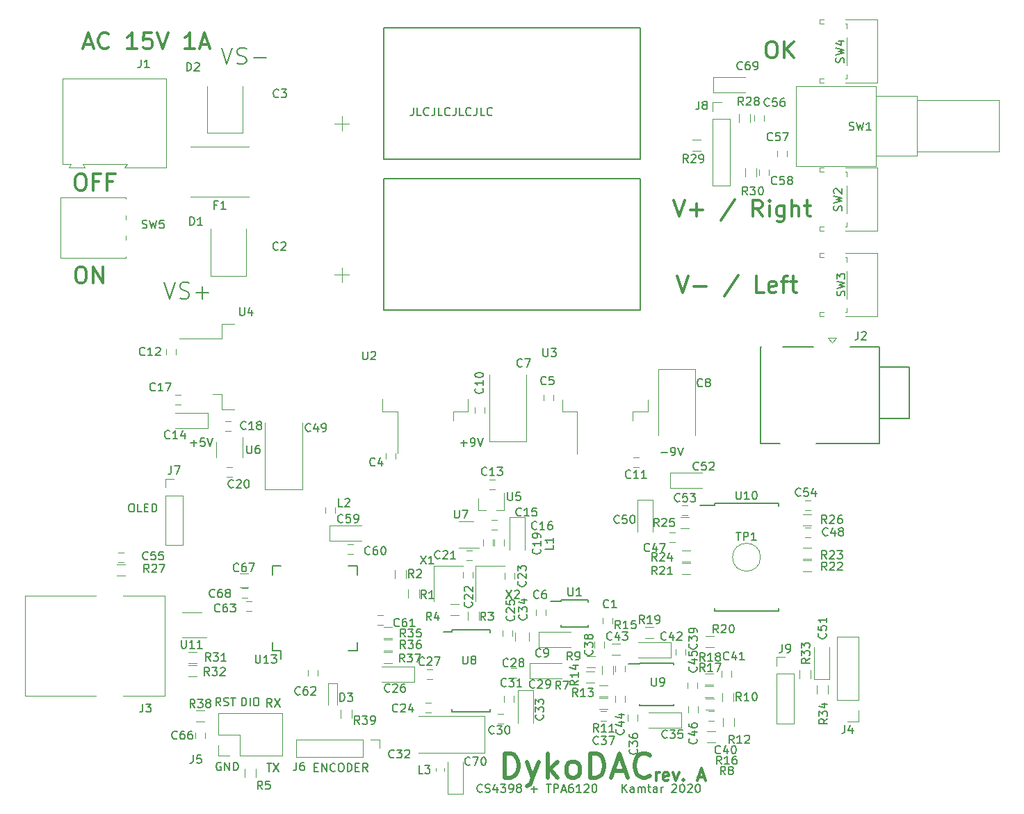
<source format=gbr>
G04 #@! TF.GenerationSoftware,KiCad,Pcbnew,(5.1.5)-3*
G04 #@! TF.CreationDate,2020-03-12T23:57:53+01:00*
G04 #@! TF.ProjectId,DykoDAC,44796b6f-4441-4432-9e6b-696361645f70,rev?*
G04 #@! TF.SameCoordinates,Original*
G04 #@! TF.FileFunction,Legend,Top*
G04 #@! TF.FilePolarity,Positive*
%FSLAX46Y46*%
G04 Gerber Fmt 4.6, Leading zero omitted, Abs format (unit mm)*
G04 Created by KiCad (PCBNEW (5.1.5)-3) date 2020-03-12 23:57:53*
%MOMM*%
%LPD*%
G04 APERTURE LIST*
%ADD10C,0.150000*%
%ADD11C,0.300000*%
%ADD12C,0.500000*%
%ADD13C,0.200000*%
%ADD14C,0.120000*%
G04 APERTURE END LIST*
D10*
X90249952Y-54062380D02*
X90249952Y-54776666D01*
X90202333Y-54919523D01*
X90107095Y-55014761D01*
X89964238Y-55062380D01*
X89869000Y-55062380D01*
X91202333Y-55062380D02*
X90726142Y-55062380D01*
X90726142Y-54062380D01*
X92107095Y-54967142D02*
X92059476Y-55014761D01*
X91916619Y-55062380D01*
X91821380Y-55062380D01*
X91678523Y-55014761D01*
X91583285Y-54919523D01*
X91535666Y-54824285D01*
X91488047Y-54633809D01*
X91488047Y-54490952D01*
X91535666Y-54300476D01*
X91583285Y-54205238D01*
X91678523Y-54110000D01*
X91821380Y-54062380D01*
X91916619Y-54062380D01*
X92059476Y-54110000D01*
X92107095Y-54157619D01*
X92821380Y-54062380D02*
X92821380Y-54776666D01*
X92773761Y-54919523D01*
X92678523Y-55014761D01*
X92535666Y-55062380D01*
X92440428Y-55062380D01*
X93773761Y-55062380D02*
X93297571Y-55062380D01*
X93297571Y-54062380D01*
X94678523Y-54967142D02*
X94630904Y-55014761D01*
X94488047Y-55062380D01*
X94392809Y-55062380D01*
X94249952Y-55014761D01*
X94154714Y-54919523D01*
X94107095Y-54824285D01*
X94059476Y-54633809D01*
X94059476Y-54490952D01*
X94107095Y-54300476D01*
X94154714Y-54205238D01*
X94249952Y-54110000D01*
X94392809Y-54062380D01*
X94488047Y-54062380D01*
X94630904Y-54110000D01*
X94678523Y-54157619D01*
X95392809Y-54062380D02*
X95392809Y-54776666D01*
X95345190Y-54919523D01*
X95249952Y-55014761D01*
X95107095Y-55062380D01*
X95011857Y-55062380D01*
X96345190Y-55062380D02*
X95869000Y-55062380D01*
X95869000Y-54062380D01*
X97249952Y-54967142D02*
X97202333Y-55014761D01*
X97059476Y-55062380D01*
X96964238Y-55062380D01*
X96821380Y-55014761D01*
X96726142Y-54919523D01*
X96678523Y-54824285D01*
X96630904Y-54633809D01*
X96630904Y-54490952D01*
X96678523Y-54300476D01*
X96726142Y-54205238D01*
X96821380Y-54110000D01*
X96964238Y-54062380D01*
X97059476Y-54062380D01*
X97202333Y-54110000D01*
X97249952Y-54157619D01*
X97964238Y-54062380D02*
X97964238Y-54776666D01*
X97916619Y-54919523D01*
X97821380Y-55014761D01*
X97678523Y-55062380D01*
X97583285Y-55062380D01*
X98916619Y-55062380D02*
X98440428Y-55062380D01*
X98440428Y-54062380D01*
X99821380Y-54967142D02*
X99773761Y-55014761D01*
X99630904Y-55062380D01*
X99535666Y-55062380D01*
X99392809Y-55014761D01*
X99297571Y-54919523D01*
X99249952Y-54824285D01*
X99202333Y-54633809D01*
X99202333Y-54490952D01*
X99249952Y-54300476D01*
X99297571Y-54205238D01*
X99392809Y-54110000D01*
X99535666Y-54062380D01*
X99630904Y-54062380D01*
X99773761Y-54110000D01*
X99821380Y-54157619D01*
D11*
X49561904Y-73453761D02*
X49942857Y-73453761D01*
X50133333Y-73549000D01*
X50323809Y-73739476D01*
X50419047Y-74120428D01*
X50419047Y-74787095D01*
X50323809Y-75168047D01*
X50133333Y-75358523D01*
X49942857Y-75453761D01*
X49561904Y-75453761D01*
X49371428Y-75358523D01*
X49180952Y-75168047D01*
X49085714Y-74787095D01*
X49085714Y-74120428D01*
X49180952Y-73739476D01*
X49371428Y-73549000D01*
X49561904Y-73453761D01*
X51276190Y-75453761D02*
X51276190Y-73453761D01*
X52419047Y-75453761D01*
X52419047Y-73453761D01*
X49530238Y-62150761D02*
X49911190Y-62150761D01*
X50101666Y-62246000D01*
X50292142Y-62436476D01*
X50387380Y-62817428D01*
X50387380Y-63484095D01*
X50292142Y-63865047D01*
X50101666Y-64055523D01*
X49911190Y-64150761D01*
X49530238Y-64150761D01*
X49339761Y-64055523D01*
X49149285Y-63865047D01*
X49054047Y-63484095D01*
X49054047Y-62817428D01*
X49149285Y-62436476D01*
X49339761Y-62246000D01*
X49530238Y-62150761D01*
X51911190Y-63103142D02*
X51244523Y-63103142D01*
X51244523Y-64150761D02*
X51244523Y-62150761D01*
X52196904Y-62150761D01*
X53625476Y-63103142D02*
X52958809Y-63103142D01*
X52958809Y-64150761D02*
X52958809Y-62150761D01*
X53911190Y-62150761D01*
X119789142Y-136060571D02*
X119789142Y-135060571D01*
X119789142Y-135346285D02*
X119860571Y-135203428D01*
X119932000Y-135132000D01*
X120074857Y-135060571D01*
X120217714Y-135060571D01*
X121289142Y-135989142D02*
X121146285Y-136060571D01*
X120860571Y-136060571D01*
X120717714Y-135989142D01*
X120646285Y-135846285D01*
X120646285Y-135274857D01*
X120717714Y-135132000D01*
X120860571Y-135060571D01*
X121146285Y-135060571D01*
X121289142Y-135132000D01*
X121360571Y-135274857D01*
X121360571Y-135417714D01*
X120646285Y-135560571D01*
X121860571Y-135060571D02*
X122217714Y-136060571D01*
X122574857Y-135060571D01*
X123146285Y-135917714D02*
X123217714Y-135989142D01*
X123146285Y-136060571D01*
X123074857Y-135989142D01*
X123146285Y-135917714D01*
X123146285Y-136060571D01*
X124932000Y-135632000D02*
X125646285Y-135632000D01*
X124789142Y-136060571D02*
X125289142Y-134560571D01*
X125789142Y-136060571D01*
X133683523Y-46021761D02*
X134064476Y-46021761D01*
X134254952Y-46117000D01*
X134445428Y-46307476D01*
X134540666Y-46688428D01*
X134540666Y-47355095D01*
X134445428Y-47736047D01*
X134254952Y-47926523D01*
X134064476Y-48021761D01*
X133683523Y-48021761D01*
X133493047Y-47926523D01*
X133302571Y-47736047D01*
X133207333Y-47355095D01*
X133207333Y-46688428D01*
X133302571Y-46307476D01*
X133493047Y-46117000D01*
X133683523Y-46021761D01*
X135397809Y-48021761D02*
X135397809Y-46021761D01*
X136540666Y-48021761D02*
X135683523Y-46878904D01*
X136540666Y-46021761D02*
X135397809Y-47164619D01*
X122381285Y-74596761D02*
X123047952Y-76596761D01*
X123714619Y-74596761D01*
X124381285Y-75834857D02*
X125905095Y-75834857D01*
X129809857Y-74501523D02*
X128095571Y-77072952D01*
X132952714Y-76596761D02*
X132000333Y-76596761D01*
X132000333Y-74596761D01*
X134381285Y-76501523D02*
X134190809Y-76596761D01*
X133809857Y-76596761D01*
X133619380Y-76501523D01*
X133524142Y-76311047D01*
X133524142Y-75549142D01*
X133619380Y-75358666D01*
X133809857Y-75263428D01*
X134190809Y-75263428D01*
X134381285Y-75358666D01*
X134476523Y-75549142D01*
X134476523Y-75739619D01*
X133524142Y-75930095D01*
X135047952Y-75263428D02*
X135809857Y-75263428D01*
X135333666Y-76596761D02*
X135333666Y-74882476D01*
X135428904Y-74692000D01*
X135619380Y-74596761D01*
X135809857Y-74596761D01*
X136190809Y-75263428D02*
X136952714Y-75263428D01*
X136476523Y-74596761D02*
X136476523Y-76311047D01*
X136571761Y-76501523D01*
X136762238Y-76596761D01*
X136952714Y-76596761D01*
X121968666Y-65325761D02*
X122635333Y-67325761D01*
X123302000Y-65325761D01*
X123968666Y-66563857D02*
X125492476Y-66563857D01*
X124730571Y-67325761D02*
X124730571Y-65801952D01*
X129397238Y-65230523D02*
X127682952Y-67801952D01*
X132730571Y-67325761D02*
X132063904Y-66373380D01*
X131587714Y-67325761D02*
X131587714Y-65325761D01*
X132349619Y-65325761D01*
X132540095Y-65421000D01*
X132635333Y-65516238D01*
X132730571Y-65706714D01*
X132730571Y-65992428D01*
X132635333Y-66182904D01*
X132540095Y-66278142D01*
X132349619Y-66373380D01*
X131587714Y-66373380D01*
X133587714Y-67325761D02*
X133587714Y-65992428D01*
X133587714Y-65325761D02*
X133492476Y-65421000D01*
X133587714Y-65516238D01*
X133682952Y-65421000D01*
X133587714Y-65325761D01*
X133587714Y-65516238D01*
X135397238Y-65992428D02*
X135397238Y-67611476D01*
X135302000Y-67801952D01*
X135206761Y-67897190D01*
X135016285Y-67992428D01*
X134730571Y-67992428D01*
X134540095Y-67897190D01*
X135397238Y-67230523D02*
X135206761Y-67325761D01*
X134825809Y-67325761D01*
X134635333Y-67230523D01*
X134540095Y-67135285D01*
X134444857Y-66944809D01*
X134444857Y-66373380D01*
X134540095Y-66182904D01*
X134635333Y-66087666D01*
X134825809Y-65992428D01*
X135206761Y-65992428D01*
X135397238Y-66087666D01*
X136349619Y-67325761D02*
X136349619Y-65325761D01*
X137206761Y-67325761D02*
X137206761Y-66278142D01*
X137111523Y-66087666D01*
X136921047Y-65992428D01*
X136635333Y-65992428D01*
X136444857Y-66087666D01*
X136349619Y-66182904D01*
X137873428Y-65992428D02*
X138635333Y-65992428D01*
X138159142Y-65325761D02*
X138159142Y-67040047D01*
X138254380Y-67230523D01*
X138444857Y-67325761D01*
X138635333Y-67325761D01*
X50150071Y-46358133D02*
X51102452Y-46358133D01*
X49959595Y-46929561D02*
X50626261Y-44929561D01*
X51292928Y-46929561D01*
X53102452Y-46739085D02*
X53007214Y-46834323D01*
X52721500Y-46929561D01*
X52531023Y-46929561D01*
X52245309Y-46834323D01*
X52054833Y-46643847D01*
X51959595Y-46453371D01*
X51864357Y-46072419D01*
X51864357Y-45786704D01*
X51959595Y-45405752D01*
X52054833Y-45215276D01*
X52245309Y-45024800D01*
X52531023Y-44929561D01*
X52721500Y-44929561D01*
X53007214Y-45024800D01*
X53102452Y-45120038D01*
X56531023Y-46929561D02*
X55388166Y-46929561D01*
X55959595Y-46929561D02*
X55959595Y-44929561D01*
X55769119Y-45215276D01*
X55578642Y-45405752D01*
X55388166Y-45500990D01*
X58340547Y-44929561D02*
X57388166Y-44929561D01*
X57292928Y-45881942D01*
X57388166Y-45786704D01*
X57578642Y-45691466D01*
X58054833Y-45691466D01*
X58245309Y-45786704D01*
X58340547Y-45881942D01*
X58435785Y-46072419D01*
X58435785Y-46548609D01*
X58340547Y-46739085D01*
X58245309Y-46834323D01*
X58054833Y-46929561D01*
X57578642Y-46929561D01*
X57388166Y-46834323D01*
X57292928Y-46739085D01*
X59007214Y-44929561D02*
X59673880Y-46929561D01*
X60340547Y-44929561D01*
X63578642Y-46929561D02*
X62435785Y-46929561D01*
X63007214Y-46929561D02*
X63007214Y-44929561D01*
X62816738Y-45215276D01*
X62626261Y-45405752D01*
X62435785Y-45500990D01*
X64340547Y-46358133D02*
X65292928Y-46358133D01*
X64150071Y-46929561D02*
X64816738Y-44929561D01*
X65483404Y-46929561D01*
D10*
X98616333Y-137390142D02*
X98568714Y-137437761D01*
X98425857Y-137485380D01*
X98330619Y-137485380D01*
X98187761Y-137437761D01*
X98092523Y-137342523D01*
X98044904Y-137247285D01*
X97997285Y-137056809D01*
X97997285Y-136913952D01*
X98044904Y-136723476D01*
X98092523Y-136628238D01*
X98187761Y-136533000D01*
X98330619Y-136485380D01*
X98425857Y-136485380D01*
X98568714Y-136533000D01*
X98616333Y-136580619D01*
X98997285Y-137437761D02*
X99140142Y-137485380D01*
X99378238Y-137485380D01*
X99473476Y-137437761D01*
X99521095Y-137390142D01*
X99568714Y-137294904D01*
X99568714Y-137199666D01*
X99521095Y-137104428D01*
X99473476Y-137056809D01*
X99378238Y-137009190D01*
X99187761Y-136961571D01*
X99092523Y-136913952D01*
X99044904Y-136866333D01*
X98997285Y-136771095D01*
X98997285Y-136675857D01*
X99044904Y-136580619D01*
X99092523Y-136533000D01*
X99187761Y-136485380D01*
X99425857Y-136485380D01*
X99568714Y-136533000D01*
X100425857Y-136818714D02*
X100425857Y-137485380D01*
X100187761Y-136437761D02*
X99949666Y-137152047D01*
X100568714Y-137152047D01*
X100854428Y-136485380D02*
X101473476Y-136485380D01*
X101140142Y-136866333D01*
X101283000Y-136866333D01*
X101378238Y-136913952D01*
X101425857Y-136961571D01*
X101473476Y-137056809D01*
X101473476Y-137294904D01*
X101425857Y-137390142D01*
X101378238Y-137437761D01*
X101283000Y-137485380D01*
X100997285Y-137485380D01*
X100902047Y-137437761D01*
X100854428Y-137390142D01*
X101949666Y-137485380D02*
X102140142Y-137485380D01*
X102235380Y-137437761D01*
X102283000Y-137390142D01*
X102378238Y-137247285D01*
X102425857Y-137056809D01*
X102425857Y-136675857D01*
X102378238Y-136580619D01*
X102330619Y-136533000D01*
X102235380Y-136485380D01*
X102044904Y-136485380D01*
X101949666Y-136533000D01*
X101902047Y-136580619D01*
X101854428Y-136675857D01*
X101854428Y-136913952D01*
X101902047Y-137009190D01*
X101949666Y-137056809D01*
X102044904Y-137104428D01*
X102235380Y-137104428D01*
X102330619Y-137056809D01*
X102378238Y-137009190D01*
X102425857Y-136913952D01*
X102997285Y-136913952D02*
X102902047Y-136866333D01*
X102854428Y-136818714D01*
X102806809Y-136723476D01*
X102806809Y-136675857D01*
X102854428Y-136580619D01*
X102902047Y-136533000D01*
X102997285Y-136485380D01*
X103187761Y-136485380D01*
X103283000Y-136533000D01*
X103330619Y-136580619D01*
X103378238Y-136675857D01*
X103378238Y-136723476D01*
X103330619Y-136818714D01*
X103283000Y-136866333D01*
X103187761Y-136913952D01*
X102997285Y-136913952D01*
X102902047Y-136961571D01*
X102854428Y-137009190D01*
X102806809Y-137104428D01*
X102806809Y-137294904D01*
X102854428Y-137390142D01*
X102902047Y-137437761D01*
X102997285Y-137485380D01*
X103187761Y-137485380D01*
X103283000Y-137437761D01*
X103330619Y-137390142D01*
X103378238Y-137294904D01*
X103378238Y-137104428D01*
X103330619Y-137009190D01*
X103283000Y-136961571D01*
X103187761Y-136913952D01*
X104568714Y-137104428D02*
X105330619Y-137104428D01*
X104949666Y-137485380D02*
X104949666Y-136723476D01*
X106425857Y-136485380D02*
X106997285Y-136485380D01*
X106711571Y-137485380D02*
X106711571Y-136485380D01*
X107330619Y-137485380D02*
X107330619Y-136485380D01*
X107711571Y-136485380D01*
X107806809Y-136533000D01*
X107854428Y-136580619D01*
X107902047Y-136675857D01*
X107902047Y-136818714D01*
X107854428Y-136913952D01*
X107806809Y-136961571D01*
X107711571Y-137009190D01*
X107330619Y-137009190D01*
X108283000Y-137199666D02*
X108759190Y-137199666D01*
X108187761Y-137485380D02*
X108521095Y-136485380D01*
X108854428Y-137485380D01*
X109616333Y-136485380D02*
X109425857Y-136485380D01*
X109330619Y-136533000D01*
X109283000Y-136580619D01*
X109187761Y-136723476D01*
X109140142Y-136913952D01*
X109140142Y-137294904D01*
X109187761Y-137390142D01*
X109235380Y-137437761D01*
X109330619Y-137485380D01*
X109521095Y-137485380D01*
X109616333Y-137437761D01*
X109663952Y-137390142D01*
X109711571Y-137294904D01*
X109711571Y-137056809D01*
X109663952Y-136961571D01*
X109616333Y-136913952D01*
X109521095Y-136866333D01*
X109330619Y-136866333D01*
X109235380Y-136913952D01*
X109187761Y-136961571D01*
X109140142Y-137056809D01*
X110663952Y-137485380D02*
X110092523Y-137485380D01*
X110378238Y-137485380D02*
X110378238Y-136485380D01*
X110283000Y-136628238D01*
X110187761Y-136723476D01*
X110092523Y-136771095D01*
X111044904Y-136580619D02*
X111092523Y-136533000D01*
X111187761Y-136485380D01*
X111425857Y-136485380D01*
X111521095Y-136533000D01*
X111568714Y-136580619D01*
X111616333Y-136675857D01*
X111616333Y-136771095D01*
X111568714Y-136913952D01*
X110997285Y-137485380D01*
X111616333Y-137485380D01*
X112235380Y-136485380D02*
X112330619Y-136485380D01*
X112425857Y-136533000D01*
X112473476Y-136580619D01*
X112521095Y-136675857D01*
X112568714Y-136866333D01*
X112568714Y-137104428D01*
X112521095Y-137294904D01*
X112473476Y-137390142D01*
X112425857Y-137437761D01*
X112330619Y-137485380D01*
X112235380Y-137485380D01*
X112140142Y-137437761D01*
X112092523Y-137390142D01*
X112044904Y-137294904D01*
X111997285Y-137104428D01*
X111997285Y-136866333D01*
X112044904Y-136675857D01*
X112092523Y-136580619D01*
X112140142Y-136533000D01*
X112235380Y-136485380D01*
X115681714Y-137485380D02*
X115681714Y-136485380D01*
X116253142Y-137485380D02*
X115824571Y-136913952D01*
X116253142Y-136485380D02*
X115681714Y-137056809D01*
X117110285Y-137485380D02*
X117110285Y-136961571D01*
X117062666Y-136866333D01*
X116967428Y-136818714D01*
X116776952Y-136818714D01*
X116681714Y-136866333D01*
X117110285Y-137437761D02*
X117015047Y-137485380D01*
X116776952Y-137485380D01*
X116681714Y-137437761D01*
X116634095Y-137342523D01*
X116634095Y-137247285D01*
X116681714Y-137152047D01*
X116776952Y-137104428D01*
X117015047Y-137104428D01*
X117110285Y-137056809D01*
X117586476Y-137485380D02*
X117586476Y-136818714D01*
X117586476Y-136913952D02*
X117634095Y-136866333D01*
X117729333Y-136818714D01*
X117872190Y-136818714D01*
X117967428Y-136866333D01*
X118015047Y-136961571D01*
X118015047Y-137485380D01*
X118015047Y-136961571D02*
X118062666Y-136866333D01*
X118157904Y-136818714D01*
X118300761Y-136818714D01*
X118396000Y-136866333D01*
X118443619Y-136961571D01*
X118443619Y-137485380D01*
X118776952Y-136818714D02*
X119157904Y-136818714D01*
X118919809Y-136485380D02*
X118919809Y-137342523D01*
X118967428Y-137437761D01*
X119062666Y-137485380D01*
X119157904Y-137485380D01*
X119919809Y-137485380D02*
X119919809Y-136961571D01*
X119872190Y-136866333D01*
X119776952Y-136818714D01*
X119586476Y-136818714D01*
X119491238Y-136866333D01*
X119919809Y-137437761D02*
X119824571Y-137485380D01*
X119586476Y-137485380D01*
X119491238Y-137437761D01*
X119443619Y-137342523D01*
X119443619Y-137247285D01*
X119491238Y-137152047D01*
X119586476Y-137104428D01*
X119824571Y-137104428D01*
X119919809Y-137056809D01*
X120396000Y-137485380D02*
X120396000Y-136818714D01*
X120396000Y-137009190D02*
X120443619Y-136913952D01*
X120491238Y-136866333D01*
X120586476Y-136818714D01*
X120681714Y-136818714D01*
X121729333Y-136580619D02*
X121776952Y-136533000D01*
X121872190Y-136485380D01*
X122110285Y-136485380D01*
X122205523Y-136533000D01*
X122253142Y-136580619D01*
X122300761Y-136675857D01*
X122300761Y-136771095D01*
X122253142Y-136913952D01*
X121681714Y-137485380D01*
X122300761Y-137485380D01*
X122919809Y-136485380D02*
X123015047Y-136485380D01*
X123110285Y-136533000D01*
X123157904Y-136580619D01*
X123205523Y-136675857D01*
X123253142Y-136866333D01*
X123253142Y-137104428D01*
X123205523Y-137294904D01*
X123157904Y-137390142D01*
X123110285Y-137437761D01*
X123015047Y-137485380D01*
X122919809Y-137485380D01*
X122824571Y-137437761D01*
X122776952Y-137390142D01*
X122729333Y-137294904D01*
X122681714Y-137104428D01*
X122681714Y-136866333D01*
X122729333Y-136675857D01*
X122776952Y-136580619D01*
X122824571Y-136533000D01*
X122919809Y-136485380D01*
X123634095Y-136580619D02*
X123681714Y-136533000D01*
X123776952Y-136485380D01*
X124015047Y-136485380D01*
X124110285Y-136533000D01*
X124157904Y-136580619D01*
X124205523Y-136675857D01*
X124205523Y-136771095D01*
X124157904Y-136913952D01*
X123586476Y-137485380D01*
X124205523Y-137485380D01*
X124824571Y-136485380D02*
X124919809Y-136485380D01*
X125015047Y-136533000D01*
X125062666Y-136580619D01*
X125110285Y-136675857D01*
X125157904Y-136866333D01*
X125157904Y-137104428D01*
X125110285Y-137294904D01*
X125062666Y-137390142D01*
X125015047Y-137437761D01*
X124919809Y-137485380D01*
X124824571Y-137485380D01*
X124729333Y-137437761D01*
X124681714Y-137390142D01*
X124634095Y-137294904D01*
X124586476Y-137104428D01*
X124586476Y-136866333D01*
X124634095Y-136675857D01*
X124681714Y-136580619D01*
X124729333Y-136533000D01*
X124824571Y-136485380D01*
D12*
X101323285Y-135723142D02*
X101323285Y-132723142D01*
X102037571Y-132723142D01*
X102466142Y-132866000D01*
X102751857Y-133151714D01*
X102894714Y-133437428D01*
X103037571Y-134008857D01*
X103037571Y-134437428D01*
X102894714Y-135008857D01*
X102751857Y-135294571D01*
X102466142Y-135580285D01*
X102037571Y-135723142D01*
X101323285Y-135723142D01*
X104037571Y-133723142D02*
X104751857Y-135723142D01*
X105466142Y-133723142D02*
X104751857Y-135723142D01*
X104466142Y-136437428D01*
X104323285Y-136580285D01*
X104037571Y-136723142D01*
X106609000Y-135723142D02*
X106609000Y-132723142D01*
X106894714Y-134580285D02*
X107751857Y-135723142D01*
X107751857Y-133723142D02*
X106609000Y-134866000D01*
X109466142Y-135723142D02*
X109180428Y-135580285D01*
X109037571Y-135437428D01*
X108894714Y-135151714D01*
X108894714Y-134294571D01*
X109037571Y-134008857D01*
X109180428Y-133866000D01*
X109466142Y-133723142D01*
X109894714Y-133723142D01*
X110180428Y-133866000D01*
X110323285Y-134008857D01*
X110466142Y-134294571D01*
X110466142Y-135151714D01*
X110323285Y-135437428D01*
X110180428Y-135580285D01*
X109894714Y-135723142D01*
X109466142Y-135723142D01*
X111751857Y-135723142D02*
X111751857Y-132723142D01*
X112466142Y-132723142D01*
X112894714Y-132866000D01*
X113180428Y-133151714D01*
X113323285Y-133437428D01*
X113466142Y-134008857D01*
X113466142Y-134437428D01*
X113323285Y-135008857D01*
X113180428Y-135294571D01*
X112894714Y-135580285D01*
X112466142Y-135723142D01*
X111751857Y-135723142D01*
X114609000Y-134866000D02*
X116037571Y-134866000D01*
X114323285Y-135723142D02*
X115323285Y-132723142D01*
X116323285Y-135723142D01*
X119037571Y-135437428D02*
X118894714Y-135580285D01*
X118466142Y-135723142D01*
X118180428Y-135723142D01*
X117751857Y-135580285D01*
X117466142Y-135294571D01*
X117323285Y-135008857D01*
X117180428Y-134437428D01*
X117180428Y-134008857D01*
X117323285Y-133437428D01*
X117466142Y-133151714D01*
X117751857Y-132866000D01*
X118180428Y-132723142D01*
X118466142Y-132723142D01*
X118894714Y-132866000D01*
X119037571Y-133008857D01*
D10*
X63103285Y-94940428D02*
X63865190Y-94940428D01*
X63484238Y-95321380D02*
X63484238Y-94559476D01*
X64817571Y-94321380D02*
X64341380Y-94321380D01*
X64293761Y-94797571D01*
X64341380Y-94749952D01*
X64436619Y-94702333D01*
X64674714Y-94702333D01*
X64769952Y-94749952D01*
X64817571Y-94797571D01*
X64865190Y-94892809D01*
X64865190Y-95130904D01*
X64817571Y-95226142D01*
X64769952Y-95273761D01*
X64674714Y-95321380D01*
X64436619Y-95321380D01*
X64341380Y-95273761D01*
X64293761Y-95226142D01*
X65150904Y-94321380D02*
X65484238Y-95321380D01*
X65817571Y-94321380D01*
X120380285Y-96083428D02*
X121142190Y-96083428D01*
X121666000Y-96464380D02*
X121856476Y-96464380D01*
X121951714Y-96416761D01*
X121999333Y-96369142D01*
X122094571Y-96226285D01*
X122142190Y-96035809D01*
X122142190Y-95654857D01*
X122094571Y-95559619D01*
X122046952Y-95512000D01*
X121951714Y-95464380D01*
X121761238Y-95464380D01*
X121666000Y-95512000D01*
X121618380Y-95559619D01*
X121570761Y-95654857D01*
X121570761Y-95892952D01*
X121618380Y-95988190D01*
X121666000Y-96035809D01*
X121761238Y-96083428D01*
X121951714Y-96083428D01*
X122046952Y-96035809D01*
X122094571Y-95988190D01*
X122142190Y-95892952D01*
X122427904Y-95464380D02*
X122761238Y-96464380D01*
X123094571Y-95464380D01*
X95996285Y-94940428D02*
X96758190Y-94940428D01*
X96377238Y-95321380D02*
X96377238Y-94559476D01*
X97282000Y-95321380D02*
X97472476Y-95321380D01*
X97567714Y-95273761D01*
X97615333Y-95226142D01*
X97710571Y-95083285D01*
X97758190Y-94892809D01*
X97758190Y-94511857D01*
X97710571Y-94416619D01*
X97662952Y-94369000D01*
X97567714Y-94321380D01*
X97377238Y-94321380D01*
X97282000Y-94369000D01*
X97234380Y-94416619D01*
X97186761Y-94511857D01*
X97186761Y-94749952D01*
X97234380Y-94845190D01*
X97282000Y-94892809D01*
X97377238Y-94940428D01*
X97567714Y-94940428D01*
X97662952Y-94892809D01*
X97710571Y-94845190D01*
X97758190Y-94749952D01*
X98043904Y-94321380D02*
X98377238Y-95321380D01*
X98710571Y-94321380D01*
D13*
X66865857Y-46783761D02*
X67532523Y-48783761D01*
X68199190Y-46783761D01*
X68770619Y-48688523D02*
X69056333Y-48783761D01*
X69532523Y-48783761D01*
X69723000Y-48688523D01*
X69818238Y-48593285D01*
X69913476Y-48402809D01*
X69913476Y-48212333D01*
X69818238Y-48021857D01*
X69723000Y-47926619D01*
X69532523Y-47831380D01*
X69151571Y-47736142D01*
X68961095Y-47640904D01*
X68865857Y-47545666D01*
X68770619Y-47355190D01*
X68770619Y-47164714D01*
X68865857Y-46974238D01*
X68961095Y-46879000D01*
X69151571Y-46783761D01*
X69627761Y-46783761D01*
X69913476Y-46879000D01*
X70770619Y-48021857D02*
X72294428Y-48021857D01*
X59880857Y-75358761D02*
X60547523Y-77358761D01*
X61214190Y-75358761D01*
X61785619Y-77263523D02*
X62071333Y-77358761D01*
X62547523Y-77358761D01*
X62738000Y-77263523D01*
X62833238Y-77168285D01*
X62928476Y-76977809D01*
X62928476Y-76787333D01*
X62833238Y-76596857D01*
X62738000Y-76501619D01*
X62547523Y-76406380D01*
X62166571Y-76311142D01*
X61976095Y-76215904D01*
X61880857Y-76120666D01*
X61785619Y-75930190D01*
X61785619Y-75739714D01*
X61880857Y-75549238D01*
X61976095Y-75454000D01*
X62166571Y-75358761D01*
X62642761Y-75358761D01*
X62928476Y-75454000D01*
X63785619Y-76596857D02*
X65309428Y-76596857D01*
X64547523Y-77358761D02*
X64547523Y-75834952D01*
D10*
X55824619Y-102322380D02*
X56015095Y-102322380D01*
X56110333Y-102370000D01*
X56205571Y-102465238D01*
X56253190Y-102655714D01*
X56253190Y-102989047D01*
X56205571Y-103179523D01*
X56110333Y-103274761D01*
X56015095Y-103322380D01*
X55824619Y-103322380D01*
X55729380Y-103274761D01*
X55634142Y-103179523D01*
X55586523Y-102989047D01*
X55586523Y-102655714D01*
X55634142Y-102465238D01*
X55729380Y-102370000D01*
X55824619Y-102322380D01*
X57157952Y-103322380D02*
X56681761Y-103322380D01*
X56681761Y-102322380D01*
X57491285Y-102798571D02*
X57824619Y-102798571D01*
X57967476Y-103322380D02*
X57491285Y-103322380D01*
X57491285Y-102322380D01*
X57967476Y-102322380D01*
X58396047Y-103322380D02*
X58396047Y-102322380D01*
X58634142Y-102322380D01*
X58777000Y-102370000D01*
X58872238Y-102465238D01*
X58919857Y-102560476D01*
X58967476Y-102750952D01*
X58967476Y-102893809D01*
X58919857Y-103084285D01*
X58872238Y-103179523D01*
X58777000Y-103274761D01*
X58634142Y-103322380D01*
X58396047Y-103322380D01*
X78192714Y-134421571D02*
X78526047Y-134421571D01*
X78668904Y-134945380D02*
X78192714Y-134945380D01*
X78192714Y-133945380D01*
X78668904Y-133945380D01*
X79097476Y-134945380D02*
X79097476Y-133945380D01*
X79668904Y-134945380D01*
X79668904Y-133945380D01*
X80716523Y-134850142D02*
X80668904Y-134897761D01*
X80526047Y-134945380D01*
X80430809Y-134945380D01*
X80287952Y-134897761D01*
X80192714Y-134802523D01*
X80145095Y-134707285D01*
X80097476Y-134516809D01*
X80097476Y-134373952D01*
X80145095Y-134183476D01*
X80192714Y-134088238D01*
X80287952Y-133993000D01*
X80430809Y-133945380D01*
X80526047Y-133945380D01*
X80668904Y-133993000D01*
X80716523Y-134040619D01*
X81335571Y-133945380D02*
X81526047Y-133945380D01*
X81621285Y-133993000D01*
X81716523Y-134088238D01*
X81764142Y-134278714D01*
X81764142Y-134612047D01*
X81716523Y-134802523D01*
X81621285Y-134897761D01*
X81526047Y-134945380D01*
X81335571Y-134945380D01*
X81240333Y-134897761D01*
X81145095Y-134802523D01*
X81097476Y-134612047D01*
X81097476Y-134278714D01*
X81145095Y-134088238D01*
X81240333Y-133993000D01*
X81335571Y-133945380D01*
X82192714Y-134945380D02*
X82192714Y-133945380D01*
X82430809Y-133945380D01*
X82573666Y-133993000D01*
X82668904Y-134088238D01*
X82716523Y-134183476D01*
X82764142Y-134373952D01*
X82764142Y-134516809D01*
X82716523Y-134707285D01*
X82668904Y-134802523D01*
X82573666Y-134897761D01*
X82430809Y-134945380D01*
X82192714Y-134945380D01*
X83192714Y-134421571D02*
X83526047Y-134421571D01*
X83668904Y-134945380D02*
X83192714Y-134945380D01*
X83192714Y-133945380D01*
X83668904Y-133945380D01*
X84668904Y-134945380D02*
X84335571Y-134469190D01*
X84097476Y-134945380D02*
X84097476Y-133945380D01*
X84478428Y-133945380D01*
X84573666Y-133993000D01*
X84621285Y-134040619D01*
X84668904Y-134135857D01*
X84668904Y-134278714D01*
X84621285Y-134373952D01*
X84573666Y-134421571D01*
X84478428Y-134469190D01*
X84097476Y-134469190D01*
X66762380Y-126944380D02*
X66429047Y-126468190D01*
X66190952Y-126944380D02*
X66190952Y-125944380D01*
X66571904Y-125944380D01*
X66667142Y-125992000D01*
X66714761Y-126039619D01*
X66762380Y-126134857D01*
X66762380Y-126277714D01*
X66714761Y-126372952D01*
X66667142Y-126420571D01*
X66571904Y-126468190D01*
X66190952Y-126468190D01*
X67143333Y-126896761D02*
X67286190Y-126944380D01*
X67524285Y-126944380D01*
X67619523Y-126896761D01*
X67667142Y-126849142D01*
X67714761Y-126753904D01*
X67714761Y-126658666D01*
X67667142Y-126563428D01*
X67619523Y-126515809D01*
X67524285Y-126468190D01*
X67333809Y-126420571D01*
X67238571Y-126372952D01*
X67190952Y-126325333D01*
X67143333Y-126230095D01*
X67143333Y-126134857D01*
X67190952Y-126039619D01*
X67238571Y-125992000D01*
X67333809Y-125944380D01*
X67571904Y-125944380D01*
X67714761Y-125992000D01*
X68000476Y-125944380D02*
X68571904Y-125944380D01*
X68286190Y-126944380D02*
X68286190Y-125944380D01*
X66802095Y-133866000D02*
X66706857Y-133818380D01*
X66564000Y-133818380D01*
X66421142Y-133866000D01*
X66325904Y-133961238D01*
X66278285Y-134056476D01*
X66230666Y-134246952D01*
X66230666Y-134389809D01*
X66278285Y-134580285D01*
X66325904Y-134675523D01*
X66421142Y-134770761D01*
X66564000Y-134818380D01*
X66659238Y-134818380D01*
X66802095Y-134770761D01*
X66849714Y-134723142D01*
X66849714Y-134389809D01*
X66659238Y-134389809D01*
X67278285Y-134818380D02*
X67278285Y-133818380D01*
X67849714Y-134818380D01*
X67849714Y-133818380D01*
X68325904Y-134818380D02*
X68325904Y-133818380D01*
X68564000Y-133818380D01*
X68706857Y-133866000D01*
X68802095Y-133961238D01*
X68849714Y-134056476D01*
X68897333Y-134246952D01*
X68897333Y-134389809D01*
X68849714Y-134580285D01*
X68802095Y-134675523D01*
X68706857Y-134770761D01*
X68564000Y-134818380D01*
X68325904Y-134818380D01*
X72390095Y-133945380D02*
X72961523Y-133945380D01*
X72675809Y-134945380D02*
X72675809Y-133945380D01*
X73199619Y-133945380D02*
X73866285Y-134945380D01*
X73866285Y-133945380D02*
X73199619Y-134945380D01*
X72985333Y-127071380D02*
X72652000Y-126595190D01*
X72413904Y-127071380D02*
X72413904Y-126071380D01*
X72794857Y-126071380D01*
X72890095Y-126119000D01*
X72937714Y-126166619D01*
X72985333Y-126261857D01*
X72985333Y-126404714D01*
X72937714Y-126499952D01*
X72890095Y-126547571D01*
X72794857Y-126595190D01*
X72413904Y-126595190D01*
X73318666Y-126071380D02*
X73985333Y-127071380D01*
X73985333Y-126071380D02*
X73318666Y-127071380D01*
X69334190Y-126944380D02*
X69334190Y-125944380D01*
X69572285Y-125944380D01*
X69715142Y-125992000D01*
X69810380Y-126087238D01*
X69858000Y-126182476D01*
X69905619Y-126372952D01*
X69905619Y-126515809D01*
X69858000Y-126706285D01*
X69810380Y-126801523D01*
X69715142Y-126896761D01*
X69572285Y-126944380D01*
X69334190Y-126944380D01*
X70334190Y-126944380D02*
X70334190Y-125944380D01*
X71000857Y-125944380D02*
X71191333Y-125944380D01*
X71286571Y-125992000D01*
X71381809Y-126087238D01*
X71429428Y-126277714D01*
X71429428Y-126611047D01*
X71381809Y-126801523D01*
X71286571Y-126896761D01*
X71191333Y-126944380D01*
X71000857Y-126944380D01*
X70905619Y-126896761D01*
X70810380Y-126801523D01*
X70762761Y-126611047D01*
X70762761Y-126277714D01*
X70810380Y-126087238D01*
X70905619Y-125992000D01*
X71000857Y-125944380D01*
D14*
X108363400Y-89613400D02*
X108363400Y-91113400D01*
X108363400Y-91113400D02*
X110173400Y-91113400D01*
X110173400Y-91113400D02*
X110173400Y-96238400D01*
X118763400Y-89613400D02*
X118763400Y-91113400D01*
X118763400Y-91113400D02*
X116953400Y-91113400D01*
X116953400Y-91113400D02*
X116953400Y-92213400D01*
X86494000Y-89588000D02*
X86494000Y-91088000D01*
X86494000Y-91088000D02*
X88304000Y-91088000D01*
X88304000Y-91088000D02*
X88304000Y-96213000D01*
X96894000Y-89588000D02*
X96894000Y-91088000D01*
X96894000Y-91088000D02*
X95084000Y-91088000D01*
X95084000Y-91088000D02*
X95084000Y-92188000D01*
X70235000Y-64899000D02*
X63115000Y-64899000D01*
X70235000Y-58799000D02*
X63115000Y-58799000D01*
X98898000Y-128169000D02*
X90838000Y-128169000D01*
X98898000Y-132689000D02*
X98898000Y-128169000D01*
X90838000Y-132689000D02*
X98898000Y-132689000D01*
X76682000Y-100549000D02*
X76682000Y-92489000D01*
X72162000Y-100549000D02*
X76682000Y-100549000D01*
X72162000Y-92489000D02*
X72162000Y-100549000D01*
X120041000Y-85887000D02*
X120041000Y-93947000D01*
X124561000Y-85887000D02*
X120041000Y-85887000D01*
X124561000Y-93947000D02*
X124561000Y-85887000D01*
X103987000Y-94707000D02*
X103987000Y-86647000D01*
X99467000Y-94707000D02*
X103987000Y-94707000D01*
X99467000Y-86647000D02*
X99467000Y-94707000D01*
X96312000Y-137692000D02*
X96312000Y-133782000D01*
X94442000Y-137692000D02*
X96312000Y-137692000D01*
X94442000Y-133782000D02*
X94442000Y-137692000D01*
X79986000Y-106853000D02*
X83896000Y-106853000D01*
X79986000Y-104983000D02*
X79986000Y-106853000D01*
X83896000Y-104983000D02*
X79986000Y-104983000D01*
X121515000Y-100376000D02*
X125425000Y-100376000D01*
X121515000Y-98506000D02*
X121515000Y-100376000D01*
X125425000Y-98506000D02*
X121515000Y-98506000D01*
X117556000Y-101830000D02*
X117556000Y-105740000D01*
X119426000Y-101830000D02*
X117556000Y-101830000D01*
X119426000Y-105740000D02*
X119426000Y-101830000D01*
X121563000Y-119207000D02*
X117653000Y-119207000D01*
X121563000Y-121077000D02*
X121563000Y-119207000D01*
X117653000Y-121077000D02*
X121563000Y-121077000D01*
X122833000Y-127716000D02*
X118923000Y-127716000D01*
X122833000Y-129586000D02*
X122833000Y-127716000D01*
X118923000Y-129586000D02*
X122833000Y-129586000D01*
X102951000Y-125071000D02*
X102951000Y-128981000D01*
X104821000Y-125071000D02*
X102951000Y-125071000D01*
X104821000Y-128981000D02*
X104821000Y-125071000D01*
X104370000Y-123617000D02*
X108280000Y-123617000D01*
X104370000Y-121747000D02*
X104370000Y-123617000D01*
X108280000Y-121747000D02*
X104370000Y-121747000D01*
X90321000Y-122128000D02*
X86411000Y-122128000D01*
X90321000Y-123998000D02*
X90321000Y-122128000D01*
X86411000Y-123998000D02*
X90321000Y-123998000D01*
X101935000Y-103989000D02*
X101935000Y-107899000D01*
X103805000Y-103989000D02*
X101935000Y-103989000D01*
X103805000Y-107899000D02*
X103805000Y-103989000D01*
X65175000Y-91267000D02*
X61265000Y-91267000D01*
X65175000Y-93137000D02*
X65175000Y-91267000D01*
X61265000Y-93137000D02*
X65175000Y-93137000D01*
X105513000Y-119807000D02*
X109423000Y-119807000D01*
X105513000Y-117937000D02*
X105513000Y-119807000D01*
X109423000Y-117937000D02*
X105513000Y-117937000D01*
D10*
X150624000Y-85701000D02*
X147024000Y-85701000D01*
X150624000Y-91901000D02*
X150624000Y-85701000D01*
X147024000Y-91901000D02*
X150624000Y-91901000D01*
X147024000Y-83201000D02*
X147024000Y-95001000D01*
X143474000Y-83201000D02*
X147024000Y-83201000D01*
X135224000Y-83201000D02*
X138974000Y-83201000D01*
X132524000Y-83201000D02*
X132624000Y-83201000D01*
X132524000Y-95001000D02*
X132524000Y-83201000D01*
X134924000Y-95001000D02*
X132524000Y-95001000D01*
X147024000Y-95001000D02*
X139274000Y-95001000D01*
D14*
X141224000Y-82701000D02*
X141724000Y-82151000D01*
X141724000Y-82151000D02*
X140724000Y-82151000D01*
X140724000Y-82151000D02*
X141224000Y-82701000D01*
X55238000Y-65057000D02*
X55238000Y-65207000D01*
X55238000Y-67207000D02*
X55238000Y-67707000D01*
X55238000Y-69707000D02*
X55238000Y-70207000D01*
X55238000Y-72357000D02*
X55238000Y-72207000D01*
X47288000Y-72357000D02*
X55238000Y-72357000D01*
X47288000Y-65057000D02*
X47288000Y-72357000D01*
X55238000Y-65057000D02*
X47288000Y-65057000D01*
X132510000Y-108839000D02*
G75*
G03X132510000Y-108839000I-1700000J0D01*
G01*
X93982000Y-134884279D02*
X93982000Y-134558721D01*
X92962000Y-134884279D02*
X92962000Y-134558721D01*
X161598000Y-53181000D02*
X161598000Y-59421000D01*
X151598000Y-53181000D02*
X151598000Y-59421000D01*
X151598000Y-59421000D02*
X161598000Y-59421000D01*
X151598000Y-53181000D02*
X161598000Y-53181000D01*
X151598000Y-52681000D02*
X151598000Y-59921000D01*
X146598000Y-52681000D02*
X146598000Y-59921000D01*
X146598000Y-59921000D02*
X151598000Y-59921000D01*
X146598000Y-52681000D02*
X151598000Y-52681000D01*
X146598000Y-51431000D02*
X146598000Y-61171000D01*
X136807000Y-51431000D02*
X136807000Y-61171000D01*
X136807000Y-61171000D02*
X146598000Y-61171000D01*
X136807000Y-51431000D02*
X146598000Y-51431000D01*
X143048000Y-45508000D02*
X143048000Y-48908000D01*
X143048000Y-43868000D02*
X143048000Y-44408000D01*
X140218000Y-51068000D02*
X139708000Y-51068000D01*
X139708000Y-50548000D02*
X139708000Y-51068000D01*
X140218000Y-50548000D02*
X139708000Y-50548000D01*
X143048000Y-50008000D02*
X143048000Y-50548000D01*
X140218000Y-43348000D02*
X139708000Y-43348000D01*
X140218000Y-43868000D02*
X139708000Y-43868000D01*
X143048000Y-50548000D02*
X142818000Y-50548000D01*
X146718000Y-43348000D02*
X142818000Y-43348000D01*
X139708000Y-43348000D02*
X139708000Y-43868000D01*
X146718000Y-51068000D02*
X142818000Y-51068000D01*
X146718000Y-43348000D02*
X146718000Y-51068000D01*
X143048000Y-43868000D02*
X142818000Y-43868000D01*
X143048000Y-73956000D02*
X143048000Y-77356000D01*
X143048000Y-72316000D02*
X143048000Y-72856000D01*
X140218000Y-79516000D02*
X139708000Y-79516000D01*
X139708000Y-78996000D02*
X139708000Y-79516000D01*
X140218000Y-78996000D02*
X139708000Y-78996000D01*
X143048000Y-78456000D02*
X143048000Y-78996000D01*
X140218000Y-71796000D02*
X139708000Y-71796000D01*
X140218000Y-72316000D02*
X139708000Y-72316000D01*
X143048000Y-78996000D02*
X142818000Y-78996000D01*
X146718000Y-71796000D02*
X142818000Y-71796000D01*
X139708000Y-71796000D02*
X139708000Y-72316000D01*
X146718000Y-79516000D02*
X142818000Y-79516000D01*
X146718000Y-71796000D02*
X146718000Y-79516000D01*
X143048000Y-72316000D02*
X142818000Y-72316000D01*
X143048000Y-63542000D02*
X143048000Y-66942000D01*
X143048000Y-61902000D02*
X143048000Y-62442000D01*
X140218000Y-69102000D02*
X139708000Y-69102000D01*
X139708000Y-68582000D02*
X139708000Y-69102000D01*
X140218000Y-68582000D02*
X139708000Y-68582000D01*
X143048000Y-68042000D02*
X143048000Y-68582000D01*
X140218000Y-61382000D02*
X139708000Y-61382000D01*
X140218000Y-61902000D02*
X139708000Y-61902000D01*
X143048000Y-68582000D02*
X142818000Y-68582000D01*
X146718000Y-61382000D02*
X142818000Y-61382000D01*
X139708000Y-61382000D02*
X139708000Y-61902000D01*
X146718000Y-69102000D02*
X142818000Y-69102000D01*
X146718000Y-61382000D02*
X146718000Y-69102000D01*
X143048000Y-61902000D02*
X142818000Y-61902000D01*
X68400000Y-80398000D02*
X66900000Y-80398000D01*
X66900000Y-80398000D02*
X66900000Y-82208000D01*
X66900000Y-82208000D02*
X61775000Y-82208000D01*
X68400000Y-90798000D02*
X66900000Y-90798000D01*
X66900000Y-90798000D02*
X66900000Y-88988000D01*
X66900000Y-88988000D02*
X65800000Y-88988000D01*
X101318000Y-109864000D02*
X97818000Y-109864000D01*
X97818000Y-109864000D02*
X97818000Y-114164000D01*
X96238000Y-109864000D02*
X92738000Y-109864000D01*
X92738000Y-109864000D02*
X92738000Y-114164000D01*
X144459000Y-118558000D02*
X141799000Y-118558000D01*
X144459000Y-126238000D02*
X144459000Y-118558000D01*
X141799000Y-126238000D02*
X141799000Y-118558000D01*
X144459000Y-126238000D02*
X141799000Y-126238000D01*
X144459000Y-127508000D02*
X144459000Y-128838000D01*
X144459000Y-128838000D02*
X143129000Y-128838000D01*
X134449000Y-129107000D02*
X136569000Y-129107000D01*
X134449000Y-123047000D02*
X134449000Y-129107000D01*
X136569000Y-123047000D02*
X136569000Y-129107000D01*
X134449000Y-123047000D02*
X136569000Y-123047000D01*
X134449000Y-122047000D02*
X134449000Y-120987000D01*
X134449000Y-120987000D02*
X135509000Y-120987000D01*
X126702000Y-63543000D02*
X128822000Y-63543000D01*
X126702000Y-55483000D02*
X126702000Y-63543000D01*
X128822000Y-55483000D02*
X128822000Y-63543000D01*
X126702000Y-55483000D02*
X128822000Y-55483000D01*
X126702000Y-54483000D02*
X126702000Y-53423000D01*
X126702000Y-53423000D02*
X127762000Y-53423000D01*
X60027000Y-107390000D02*
X62147000Y-107390000D01*
X60027000Y-101330000D02*
X60027000Y-107390000D01*
X62147000Y-101330000D02*
X62147000Y-107390000D01*
X60027000Y-101330000D02*
X62147000Y-101330000D01*
X60027000Y-100330000D02*
X60027000Y-99270000D01*
X60027000Y-99270000D02*
X61087000Y-99270000D01*
X75998000Y-131020000D02*
X75998000Y-133140000D01*
X84058000Y-131020000D02*
X75998000Y-131020000D01*
X84058000Y-133140000D02*
X75998000Y-133140000D01*
X84058000Y-131020000D02*
X84058000Y-133140000D01*
X85058000Y-131020000D02*
X86118000Y-131020000D01*
X86118000Y-131020000D02*
X86118000Y-132080000D01*
X60148000Y-50563000D02*
X47548000Y-50563000D01*
X47548000Y-50563000D02*
X47548000Y-60913000D01*
X47548000Y-60913000D02*
X48498000Y-60913000D01*
X48498000Y-60913000D02*
X48248000Y-61413000D01*
X48248000Y-61413000D02*
X50148000Y-61413000D01*
X50148000Y-61413000D02*
X50198000Y-61413000D01*
X50198000Y-61413000D02*
X49948000Y-60913000D01*
X49948000Y-60913000D02*
X55348000Y-60913000D01*
X55348000Y-60913000D02*
X55048000Y-61413000D01*
X55048000Y-61413000D02*
X60148000Y-61413000D01*
X60148000Y-61413000D02*
X60148000Y-50563000D01*
X71038000Y-134628000D02*
X71038000Y-135628000D01*
X69678000Y-135628000D02*
X69678000Y-134628000D01*
X80941000Y-124184000D02*
X79841000Y-124184000D01*
X79841000Y-124184000D02*
X79841000Y-126784000D01*
X80941000Y-124184000D02*
X80941000Y-126784000D01*
X59942000Y-113534000D02*
X59942000Y-125734000D01*
X42922000Y-125734000D02*
X42922000Y-113534000D01*
X59942000Y-125734000D02*
X54862000Y-125734000D01*
X51562000Y-125734000D02*
X42922000Y-125734000D01*
X59942000Y-113534000D02*
X54862000Y-113534000D01*
X51562000Y-113534000D02*
X42922000Y-113534000D01*
X70096000Y-110783000D02*
X69096000Y-110783000D01*
X69096000Y-112483000D02*
X70096000Y-112483000D01*
X102655000Y-117991000D02*
X102655000Y-118991000D01*
X104355000Y-118991000D02*
X104355000Y-117991000D01*
X87622000Y-121711000D02*
X86622000Y-121711000D01*
X86622000Y-120351000D02*
X87622000Y-120351000D01*
X87622000Y-120187000D02*
X86622000Y-120187000D01*
X86622000Y-118827000D02*
X87622000Y-118827000D01*
X87622000Y-118663000D02*
X86622000Y-118663000D01*
X86622000Y-117303000D02*
X87622000Y-117303000D01*
X79537000Y-103474000D02*
X79537000Y-102774000D01*
X80737000Y-102774000D02*
X80737000Y-103474000D01*
X69373000Y-112557000D02*
X70073000Y-112557000D01*
X70073000Y-113757000D02*
X69373000Y-113757000D01*
X70581000Y-115408000D02*
X69881000Y-115408000D01*
X69881000Y-114208000D02*
X70581000Y-114208000D01*
X78578000Y-122586000D02*
X78578000Y-123286000D01*
X77378000Y-123286000D02*
X77378000Y-122586000D01*
D10*
X73057000Y-120237000D02*
X74057000Y-120237000D01*
X73057000Y-109887000D02*
X74132000Y-109887000D01*
X83407000Y-109887000D02*
X82332000Y-109887000D01*
X83407000Y-120237000D02*
X82332000Y-120237000D01*
X73057000Y-120237000D02*
X73057000Y-119162000D01*
X83407000Y-120237000D02*
X83407000Y-119162000D01*
X83407000Y-109887000D02*
X83407000Y-110962000D01*
X73057000Y-109887000D02*
X73057000Y-110962000D01*
X74057000Y-120237000D02*
X74057000Y-121262000D01*
D14*
X74228000Y-133029000D02*
X74228000Y-127829000D01*
X69088000Y-133029000D02*
X74228000Y-133029000D01*
X66488000Y-127829000D02*
X74228000Y-127829000D01*
X69088000Y-133029000D02*
X69088000Y-130429000D01*
X69088000Y-130429000D02*
X66488000Y-130429000D01*
X66488000Y-130429000D02*
X66488000Y-127829000D01*
X67818000Y-133029000D02*
X66488000Y-133029000D01*
X66488000Y-133029000D02*
X66488000Y-131699000D01*
X64446000Y-115544000D02*
X62046000Y-115544000D01*
X62046000Y-118644000D02*
X64996000Y-118644000D01*
X64774000Y-128823000D02*
X63774000Y-128823000D01*
X63774000Y-127463000D02*
X64774000Y-127463000D01*
X62873000Y-122002000D02*
X63873000Y-122002000D01*
X63873000Y-123362000D02*
X62873000Y-123362000D01*
X62873000Y-120351000D02*
X63873000Y-120351000D01*
X63873000Y-121711000D02*
X62873000Y-121711000D01*
X82200000Y-107223000D02*
X82900000Y-107223000D01*
X82900000Y-108423000D02*
X82200000Y-108423000D01*
D10*
X86614000Y-60325000D02*
X86614000Y-44323000D01*
X117856000Y-44323000D02*
X117856000Y-60325000D01*
X86614000Y-44323000D02*
X117856000Y-44323000D01*
X86614000Y-60325000D02*
X117856000Y-60325000D01*
D14*
X81534000Y-56921000D02*
X81534000Y-55121000D01*
X80634000Y-56021000D02*
X82434000Y-56021000D01*
X63662000Y-130906000D02*
X63662000Y-130206000D01*
X64862000Y-130206000D02*
X64862000Y-130906000D01*
D10*
X108180000Y-114022000D02*
X108180000Y-114197000D01*
X111530000Y-114022000D02*
X111530000Y-114272000D01*
X111530000Y-117372000D02*
X111530000Y-117122000D01*
X108180000Y-117372000D02*
X108180000Y-117122000D01*
X108180000Y-114022000D02*
X111530000Y-114022000D01*
X108180000Y-117372000D02*
X111530000Y-117372000D01*
X108180000Y-114197000D02*
X106930000Y-114197000D01*
X94957000Y-117932000D02*
X93882000Y-117932000D01*
X94957000Y-127657000D02*
X99607000Y-127657000D01*
X94957000Y-117707000D02*
X99607000Y-117707000D01*
X94957000Y-127657000D02*
X94957000Y-127332000D01*
X99607000Y-127657000D02*
X99607000Y-127332000D01*
X99607000Y-117707000D02*
X99607000Y-118032000D01*
X94957000Y-117707000D02*
X94957000Y-117932000D01*
X117813000Y-121808000D02*
X116413000Y-121808000D01*
X117813000Y-126908000D02*
X121963000Y-126908000D01*
X117813000Y-121758000D02*
X121963000Y-121758000D01*
X117813000Y-126908000D02*
X117813000Y-126763000D01*
X121963000Y-126908000D02*
X121963000Y-126763000D01*
X121963000Y-121758000D02*
X121963000Y-121903000D01*
X117813000Y-121758000D02*
X117813000Y-121808000D01*
D14*
X69428000Y-96658000D02*
X69428000Y-94208000D01*
X66208000Y-94858000D02*
X66208000Y-96658000D01*
X97547000Y-104435000D02*
X95747000Y-104435000D01*
X95747000Y-107655000D02*
X98197000Y-107655000D01*
X80634000Y-74436000D02*
X82434000Y-74436000D01*
X81534000Y-75336000D02*
X81534000Y-73536000D01*
D10*
X86614000Y-78740000D02*
X117856000Y-78740000D01*
X86614000Y-62738000D02*
X117856000Y-62738000D01*
X117856000Y-62738000D02*
X117856000Y-78740000D01*
X86614000Y-78740000D02*
X86614000Y-62738000D01*
D14*
X113319000Y-116936000D02*
X113319000Y-116236000D01*
X114519000Y-116236000D02*
X114519000Y-116936000D01*
X86903000Y-96870000D02*
X86903000Y-96170000D01*
X88103000Y-96170000D02*
X88103000Y-96870000D01*
X106080000Y-89758000D02*
X106080000Y-89058000D01*
X107280000Y-89058000D02*
X107280000Y-89758000D01*
X106391000Y-115220000D02*
X106391000Y-115920000D01*
X105191000Y-115920000D02*
X105191000Y-115220000D01*
X98898000Y-90582000D02*
X98898000Y-91282000D01*
X97698000Y-91282000D02*
X97698000Y-90582000D01*
X117698000Y-97882000D02*
X116998000Y-97882000D01*
X116998000Y-96682000D02*
X117698000Y-96682000D01*
X60106000Y-84182000D02*
X60106000Y-83482000D01*
X61306000Y-83482000D02*
X61306000Y-84182000D01*
X100172000Y-100549000D02*
X99472000Y-100549000D01*
X99472000Y-99349000D02*
X100172000Y-99349000D01*
X100426000Y-105502000D02*
X99726000Y-105502000D01*
X99726000Y-104302000D02*
X100426000Y-104302000D01*
X61233000Y-89062000D02*
X61933000Y-89062000D01*
X61933000Y-90262000D02*
X61233000Y-90262000D01*
X67341000Y-92237000D02*
X68041000Y-92237000D01*
X68041000Y-93437000D02*
X67341000Y-93437000D01*
X99914000Y-106711000D02*
X99914000Y-107411000D01*
X98714000Y-107411000D02*
X98714000Y-106711000D01*
X68168000Y-99025000D02*
X67468000Y-99025000D01*
X67468000Y-97825000D02*
X68168000Y-97825000D01*
X96678000Y-107985000D02*
X97378000Y-107985000D01*
X97378000Y-109185000D02*
X96678000Y-109185000D01*
X97501000Y-110648000D02*
X97501000Y-111348000D01*
X96301000Y-111348000D02*
X96301000Y-110648000D01*
X101381000Y-111475000D02*
X101381000Y-110775000D01*
X102581000Y-110775000D02*
X102581000Y-111475000D01*
X92425000Y-127727000D02*
X91725000Y-127727000D01*
X91725000Y-126527000D02*
X92425000Y-126527000D01*
X102327000Y-117760000D02*
X102327000Y-118460000D01*
X101127000Y-118460000D02*
X101127000Y-117760000D01*
X91852000Y-122463000D02*
X92552000Y-122463000D01*
X92552000Y-123663000D02*
X91852000Y-123663000D01*
X102839000Y-123536000D02*
X102139000Y-123536000D01*
X102139000Y-122336000D02*
X102839000Y-122336000D01*
X101188000Y-129124000D02*
X100488000Y-129124000D01*
X100488000Y-127924000D02*
X101188000Y-127924000D01*
X102454000Y-125761000D02*
X102454000Y-126461000D01*
X101254000Y-126461000D02*
X101254000Y-125761000D01*
X116367000Y-128747000D02*
X116367000Y-128047000D01*
X117567000Y-128047000D02*
X117567000Y-128747000D01*
X113061000Y-127543000D02*
X113761000Y-127543000D01*
X113761000Y-128743000D02*
X113061000Y-128743000D01*
X112303000Y-119857000D02*
X112303000Y-119157000D01*
X113503000Y-119157000D02*
X113503000Y-119857000D01*
X123409000Y-120046000D02*
X123409000Y-120746000D01*
X122209000Y-120746000D02*
X122209000Y-120046000D01*
X126842000Y-128743000D02*
X126142000Y-128743000D01*
X126142000Y-127543000D02*
X126842000Y-127543000D01*
X127797000Y-123413000D02*
X127797000Y-122713000D01*
X128997000Y-122713000D02*
X128997000Y-123413000D01*
X116043000Y-122078000D02*
X116043000Y-122778000D01*
X114843000Y-122778000D02*
X114843000Y-122078000D01*
X116043000Y-125761000D02*
X116043000Y-126461000D01*
X114843000Y-126461000D02*
X114843000Y-125761000D01*
X124806000Y-124110000D02*
X124806000Y-124810000D01*
X123606000Y-124810000D02*
X123606000Y-124110000D01*
X124933000Y-127031000D02*
X124933000Y-127731000D01*
X123733000Y-127731000D02*
X123733000Y-127031000D01*
X122143000Y-107026000D02*
X121443000Y-107026000D01*
X121443000Y-105826000D02*
X122143000Y-105826000D01*
X138653000Y-106391000D02*
X137953000Y-106391000D01*
X137953000Y-105191000D02*
X138653000Y-105191000D01*
X122967000Y-102524000D02*
X123667000Y-102524000D01*
X123667000Y-103724000D02*
X122967000Y-103724000D01*
X137953000Y-101889000D02*
X138653000Y-101889000D01*
X138653000Y-103089000D02*
X137953000Y-103089000D01*
X54960000Y-109439000D02*
X54260000Y-109439000D01*
X54260000Y-108239000D02*
X54960000Y-108239000D01*
X131734000Y-55722000D02*
X131734000Y-55022000D01*
X132934000Y-55022000D02*
X132934000Y-55722000D01*
X135728000Y-59340000D02*
X135728000Y-60040000D01*
X134528000Y-60040000D02*
X134528000Y-59340000D01*
X133569000Y-61626000D02*
X133569000Y-62326000D01*
X132369000Y-62326000D02*
X132369000Y-61626000D01*
X86583000Y-117059000D02*
X85883000Y-117059000D01*
X85883000Y-115859000D02*
X86583000Y-115859000D01*
X65541000Y-74543000D02*
X65541000Y-68843000D01*
X69841000Y-74543000D02*
X69841000Y-68843000D01*
X65541000Y-74543000D02*
X69841000Y-74543000D01*
X65160000Y-57144000D02*
X69460000Y-57144000D01*
X69460000Y-57144000D02*
X69460000Y-51444000D01*
X65160000Y-57144000D02*
X65160000Y-51444000D01*
X100111000Y-107411000D02*
X100111000Y-106711000D01*
X101311000Y-106711000D02*
X101311000Y-107411000D01*
X90977000Y-112784000D02*
X90977000Y-113784000D01*
X89617000Y-113784000D02*
X89617000Y-112784000D01*
X89326000Y-110371000D02*
X89326000Y-111371000D01*
X87966000Y-111371000D02*
X87966000Y-110371000D01*
X98216000Y-115451000D02*
X98216000Y-116451000D01*
X96856000Y-116451000D02*
X96856000Y-115451000D01*
X95750000Y-115869000D02*
X94750000Y-115869000D01*
X94750000Y-114509000D02*
X95750000Y-114509000D01*
X111260000Y-122764000D02*
X112260000Y-122764000D01*
X112260000Y-124124000D02*
X111260000Y-124124000D01*
X125992000Y-130003000D02*
X126992000Y-130003000D01*
X126992000Y-131363000D02*
X125992000Y-131363000D01*
X112387000Y-122219000D02*
X111387000Y-122219000D01*
X111387000Y-120859000D02*
X112387000Y-120859000D01*
X127844000Y-126357000D02*
X127844000Y-125357000D01*
X129204000Y-125357000D02*
X129204000Y-126357000D01*
X112911000Y-125939000D02*
X113911000Y-125939000D01*
X113911000Y-127299000D02*
X112911000Y-127299000D01*
X129331000Y-128405000D02*
X129331000Y-129405000D01*
X127971000Y-129405000D02*
X127971000Y-128405000D01*
X112911000Y-124415000D02*
X113911000Y-124415000D01*
X113911000Y-125775000D02*
X112911000Y-125775000D01*
X113239000Y-123055000D02*
X113239000Y-122055000D01*
X114599000Y-122055000D02*
X114599000Y-123055000D01*
X114435000Y-119335000D02*
X115435000Y-119335000D01*
X115435000Y-120695000D02*
X114435000Y-120695000D01*
X126865000Y-127426000D02*
X125865000Y-127426000D01*
X125865000Y-126066000D02*
X126865000Y-126066000D01*
X125738000Y-124542000D02*
X126738000Y-124542000D01*
X126738000Y-125902000D02*
X125738000Y-125902000D01*
X125738000Y-123018000D02*
X126738000Y-123018000D01*
X126738000Y-124378000D02*
X125738000Y-124378000D01*
X119499000Y-118663000D02*
X118499000Y-118663000D01*
X118499000Y-117303000D02*
X119499000Y-117303000D01*
X125865000Y-118446000D02*
X126865000Y-118446000D01*
X126865000Y-119806000D02*
X125865000Y-119806000D01*
X123944000Y-110916000D02*
X122944000Y-110916000D01*
X122944000Y-109556000D02*
X123944000Y-109556000D01*
X137676000Y-109175000D02*
X138676000Y-109175000D01*
X138676000Y-110535000D02*
X137676000Y-110535000D01*
X138676000Y-109011000D02*
X137676000Y-109011000D01*
X137676000Y-107651000D02*
X138676000Y-107651000D01*
X123944000Y-109392000D02*
X122944000Y-109392000D01*
X122944000Y-108032000D02*
X123944000Y-108032000D01*
X123817000Y-105328000D02*
X122817000Y-105328000D01*
X122817000Y-103968000D02*
X123817000Y-103968000D01*
X137676000Y-103587000D02*
X138676000Y-103587000D01*
X138676000Y-104947000D02*
X137676000Y-104947000D01*
X54110000Y-109683000D02*
X55110000Y-109683000D01*
X55110000Y-111043000D02*
X54110000Y-111043000D01*
X129876000Y-55872000D02*
X129876000Y-54872000D01*
X131236000Y-54872000D02*
X131236000Y-55872000D01*
X125214000Y-59354000D02*
X124214000Y-59354000D01*
X124214000Y-57994000D02*
X125214000Y-57994000D01*
X131998000Y-61476000D02*
X131998000Y-62476000D01*
X130638000Y-62476000D02*
X130638000Y-61476000D01*
X137242000Y-123563000D02*
X137242000Y-122563000D01*
X138602000Y-122563000D02*
X138602000Y-123563000D01*
X140761000Y-124468000D02*
X140761000Y-125468000D01*
X139401000Y-125468000D02*
X139401000Y-124468000D01*
X81362000Y-128389000D02*
X81362000Y-127389000D01*
X82722000Y-127389000D02*
X82722000Y-128389000D01*
X98115000Y-103122000D02*
X98115000Y-101662000D01*
X101275000Y-103122000D02*
X101275000Y-100962000D01*
X101275000Y-103122000D02*
X100345000Y-103122000D01*
X98115000Y-103122000D02*
X99045000Y-103122000D01*
D10*
X126935000Y-102514000D02*
X125135000Y-102514000D01*
X126935000Y-115414000D02*
X134685000Y-115414000D01*
X126935000Y-102264000D02*
X134685000Y-102264000D01*
X126935000Y-115414000D02*
X126935000Y-115079000D01*
X134685000Y-115414000D02*
X134685000Y-115079000D01*
X134685000Y-102264000D02*
X134685000Y-102599000D01*
X126935000Y-102264000D02*
X126935000Y-102514000D01*
D14*
X139019000Y-119812000D02*
X139019000Y-123722000D01*
X139019000Y-123722000D02*
X140889000Y-123722000D01*
X140889000Y-123722000D02*
X140889000Y-119812000D01*
X126722000Y-52243000D02*
X130632000Y-52243000D01*
X126722000Y-50373000D02*
X126722000Y-52243000D01*
X130632000Y-50373000D02*
X126722000Y-50373000D01*
D10*
X106045095Y-83399380D02*
X106045095Y-84208904D01*
X106092714Y-84304142D01*
X106140333Y-84351761D01*
X106235571Y-84399380D01*
X106426047Y-84399380D01*
X106521285Y-84351761D01*
X106568904Y-84304142D01*
X106616523Y-84208904D01*
X106616523Y-83399380D01*
X106997476Y-83399380D02*
X107616523Y-83399380D01*
X107283190Y-83780333D01*
X107426047Y-83780333D01*
X107521285Y-83827952D01*
X107568904Y-83875571D01*
X107616523Y-83970809D01*
X107616523Y-84208904D01*
X107568904Y-84304142D01*
X107521285Y-84351761D01*
X107426047Y-84399380D01*
X107140333Y-84399380D01*
X107045095Y-84351761D01*
X106997476Y-84304142D01*
X84074095Y-83780380D02*
X84074095Y-84589904D01*
X84121714Y-84685142D01*
X84169333Y-84732761D01*
X84264571Y-84780380D01*
X84455047Y-84780380D01*
X84550285Y-84732761D01*
X84597904Y-84685142D01*
X84645523Y-84589904D01*
X84645523Y-83780380D01*
X85074095Y-83875619D02*
X85121714Y-83828000D01*
X85216952Y-83780380D01*
X85455047Y-83780380D01*
X85550285Y-83828000D01*
X85597904Y-83875619D01*
X85645523Y-83970857D01*
X85645523Y-84066095D01*
X85597904Y-84208952D01*
X85026476Y-84780380D01*
X85645523Y-84780380D01*
X66341666Y-65907571D02*
X66008333Y-65907571D01*
X66008333Y-66431380D02*
X66008333Y-65431380D01*
X66484523Y-65431380D01*
X67389285Y-66431380D02*
X66817857Y-66431380D01*
X67103571Y-66431380D02*
X67103571Y-65431380D01*
X67008333Y-65574238D01*
X66913095Y-65669476D01*
X66817857Y-65717095D01*
X87876142Y-133199142D02*
X87828523Y-133246761D01*
X87685666Y-133294380D01*
X87590428Y-133294380D01*
X87447571Y-133246761D01*
X87352333Y-133151523D01*
X87304714Y-133056285D01*
X87257095Y-132865809D01*
X87257095Y-132722952D01*
X87304714Y-132532476D01*
X87352333Y-132437238D01*
X87447571Y-132342000D01*
X87590428Y-132294380D01*
X87685666Y-132294380D01*
X87828523Y-132342000D01*
X87876142Y-132389619D01*
X88209476Y-132294380D02*
X88828523Y-132294380D01*
X88495190Y-132675333D01*
X88638047Y-132675333D01*
X88733285Y-132722952D01*
X88780904Y-132770571D01*
X88828523Y-132865809D01*
X88828523Y-133103904D01*
X88780904Y-133199142D01*
X88733285Y-133246761D01*
X88638047Y-133294380D01*
X88352333Y-133294380D01*
X88257095Y-133246761D01*
X88209476Y-133199142D01*
X89209476Y-132389619D02*
X89257095Y-132342000D01*
X89352333Y-132294380D01*
X89590428Y-132294380D01*
X89685666Y-132342000D01*
X89733285Y-132389619D01*
X89780904Y-132484857D01*
X89780904Y-132580095D01*
X89733285Y-132722952D01*
X89161857Y-133294380D01*
X89780904Y-133294380D01*
X77716142Y-93448142D02*
X77668523Y-93495761D01*
X77525666Y-93543380D01*
X77430428Y-93543380D01*
X77287571Y-93495761D01*
X77192333Y-93400523D01*
X77144714Y-93305285D01*
X77097095Y-93114809D01*
X77097095Y-92971952D01*
X77144714Y-92781476D01*
X77192333Y-92686238D01*
X77287571Y-92591000D01*
X77430428Y-92543380D01*
X77525666Y-92543380D01*
X77668523Y-92591000D01*
X77716142Y-92638619D01*
X78573285Y-92876714D02*
X78573285Y-93543380D01*
X78335190Y-92495761D02*
X78097095Y-93210047D01*
X78716142Y-93210047D01*
X79144714Y-93543380D02*
X79335190Y-93543380D01*
X79430428Y-93495761D01*
X79478047Y-93448142D01*
X79573285Y-93305285D01*
X79620904Y-93114809D01*
X79620904Y-92733857D01*
X79573285Y-92638619D01*
X79525666Y-92591000D01*
X79430428Y-92543380D01*
X79239952Y-92543380D01*
X79144714Y-92591000D01*
X79097095Y-92638619D01*
X79049476Y-92733857D01*
X79049476Y-92971952D01*
X79097095Y-93067190D01*
X79144714Y-93114809D01*
X79239952Y-93162428D01*
X79430428Y-93162428D01*
X79525666Y-93114809D01*
X79573285Y-93067190D01*
X79620904Y-92971952D01*
X125436333Y-87987142D02*
X125388714Y-88034761D01*
X125245857Y-88082380D01*
X125150619Y-88082380D01*
X125007761Y-88034761D01*
X124912523Y-87939523D01*
X124864904Y-87844285D01*
X124817285Y-87653809D01*
X124817285Y-87510952D01*
X124864904Y-87320476D01*
X124912523Y-87225238D01*
X125007761Y-87130000D01*
X125150619Y-87082380D01*
X125245857Y-87082380D01*
X125388714Y-87130000D01*
X125436333Y-87177619D01*
X126007761Y-87510952D02*
X125912523Y-87463333D01*
X125864904Y-87415714D01*
X125817285Y-87320476D01*
X125817285Y-87272857D01*
X125864904Y-87177619D01*
X125912523Y-87130000D01*
X126007761Y-87082380D01*
X126198238Y-87082380D01*
X126293476Y-87130000D01*
X126341095Y-87177619D01*
X126388714Y-87272857D01*
X126388714Y-87320476D01*
X126341095Y-87415714D01*
X126293476Y-87463333D01*
X126198238Y-87510952D01*
X126007761Y-87510952D01*
X125912523Y-87558571D01*
X125864904Y-87606190D01*
X125817285Y-87701428D01*
X125817285Y-87891904D01*
X125864904Y-87987142D01*
X125912523Y-88034761D01*
X126007761Y-88082380D01*
X126198238Y-88082380D01*
X126293476Y-88034761D01*
X126341095Y-87987142D01*
X126388714Y-87891904D01*
X126388714Y-87701428D01*
X126341095Y-87606190D01*
X126293476Y-87558571D01*
X126198238Y-87510952D01*
X103465333Y-85574142D02*
X103417714Y-85621761D01*
X103274857Y-85669380D01*
X103179619Y-85669380D01*
X103036761Y-85621761D01*
X102941523Y-85526523D01*
X102893904Y-85431285D01*
X102846285Y-85240809D01*
X102846285Y-85097952D01*
X102893904Y-84907476D01*
X102941523Y-84812238D01*
X103036761Y-84717000D01*
X103179619Y-84669380D01*
X103274857Y-84669380D01*
X103417714Y-84717000D01*
X103465333Y-84764619D01*
X103798666Y-84669380D02*
X104465333Y-84669380D01*
X104036761Y-85669380D01*
X97147142Y-134088142D02*
X97099523Y-134135761D01*
X96956666Y-134183380D01*
X96861428Y-134183380D01*
X96718571Y-134135761D01*
X96623333Y-134040523D01*
X96575714Y-133945285D01*
X96528095Y-133754809D01*
X96528095Y-133611952D01*
X96575714Y-133421476D01*
X96623333Y-133326238D01*
X96718571Y-133231000D01*
X96861428Y-133183380D01*
X96956666Y-133183380D01*
X97099523Y-133231000D01*
X97147142Y-133278619D01*
X97480476Y-133183380D02*
X98147142Y-133183380D01*
X97718571Y-134183380D01*
X98718571Y-133183380D02*
X98813809Y-133183380D01*
X98909047Y-133231000D01*
X98956666Y-133278619D01*
X99004285Y-133373857D01*
X99051904Y-133564333D01*
X99051904Y-133802428D01*
X99004285Y-133992904D01*
X98956666Y-134088142D01*
X98909047Y-134135761D01*
X98813809Y-134183380D01*
X98718571Y-134183380D01*
X98623333Y-134135761D01*
X98575714Y-134088142D01*
X98528095Y-133992904D01*
X98480476Y-133802428D01*
X98480476Y-133564333D01*
X98528095Y-133373857D01*
X98575714Y-133278619D01*
X98623333Y-133231000D01*
X98718571Y-133183380D01*
X81653142Y-104525142D02*
X81605523Y-104572761D01*
X81462666Y-104620380D01*
X81367428Y-104620380D01*
X81224571Y-104572761D01*
X81129333Y-104477523D01*
X81081714Y-104382285D01*
X81034095Y-104191809D01*
X81034095Y-104048952D01*
X81081714Y-103858476D01*
X81129333Y-103763238D01*
X81224571Y-103668000D01*
X81367428Y-103620380D01*
X81462666Y-103620380D01*
X81605523Y-103668000D01*
X81653142Y-103715619D01*
X82557904Y-103620380D02*
X82081714Y-103620380D01*
X82034095Y-104096571D01*
X82081714Y-104048952D01*
X82176952Y-104001333D01*
X82415047Y-104001333D01*
X82510285Y-104048952D01*
X82557904Y-104096571D01*
X82605523Y-104191809D01*
X82605523Y-104429904D01*
X82557904Y-104525142D01*
X82510285Y-104572761D01*
X82415047Y-104620380D01*
X82176952Y-104620380D01*
X82081714Y-104572761D01*
X82034095Y-104525142D01*
X83081714Y-104620380D02*
X83272190Y-104620380D01*
X83367428Y-104572761D01*
X83415047Y-104525142D01*
X83510285Y-104382285D01*
X83557904Y-104191809D01*
X83557904Y-103810857D01*
X83510285Y-103715619D01*
X83462666Y-103668000D01*
X83367428Y-103620380D01*
X83176952Y-103620380D01*
X83081714Y-103668000D01*
X83034095Y-103715619D01*
X82986476Y-103810857D01*
X82986476Y-104048952D01*
X83034095Y-104144190D01*
X83081714Y-104191809D01*
X83176952Y-104239428D01*
X83367428Y-104239428D01*
X83462666Y-104191809D01*
X83510285Y-104144190D01*
X83557904Y-104048952D01*
X124960142Y-98147142D02*
X124912523Y-98194761D01*
X124769666Y-98242380D01*
X124674428Y-98242380D01*
X124531571Y-98194761D01*
X124436333Y-98099523D01*
X124388714Y-98004285D01*
X124341095Y-97813809D01*
X124341095Y-97670952D01*
X124388714Y-97480476D01*
X124436333Y-97385238D01*
X124531571Y-97290000D01*
X124674428Y-97242380D01*
X124769666Y-97242380D01*
X124912523Y-97290000D01*
X124960142Y-97337619D01*
X125864904Y-97242380D02*
X125388714Y-97242380D01*
X125341095Y-97718571D01*
X125388714Y-97670952D01*
X125483952Y-97623333D01*
X125722047Y-97623333D01*
X125817285Y-97670952D01*
X125864904Y-97718571D01*
X125912523Y-97813809D01*
X125912523Y-98051904D01*
X125864904Y-98147142D01*
X125817285Y-98194761D01*
X125722047Y-98242380D01*
X125483952Y-98242380D01*
X125388714Y-98194761D01*
X125341095Y-98147142D01*
X126293476Y-97337619D02*
X126341095Y-97290000D01*
X126436333Y-97242380D01*
X126674428Y-97242380D01*
X126769666Y-97290000D01*
X126817285Y-97337619D01*
X126864904Y-97432857D01*
X126864904Y-97528095D01*
X126817285Y-97670952D01*
X126245857Y-98242380D01*
X126864904Y-98242380D01*
X115308142Y-104624142D02*
X115260523Y-104671761D01*
X115117666Y-104719380D01*
X115022428Y-104719380D01*
X114879571Y-104671761D01*
X114784333Y-104576523D01*
X114736714Y-104481285D01*
X114689095Y-104290809D01*
X114689095Y-104147952D01*
X114736714Y-103957476D01*
X114784333Y-103862238D01*
X114879571Y-103767000D01*
X115022428Y-103719380D01*
X115117666Y-103719380D01*
X115260523Y-103767000D01*
X115308142Y-103814619D01*
X116212904Y-103719380D02*
X115736714Y-103719380D01*
X115689095Y-104195571D01*
X115736714Y-104147952D01*
X115831952Y-104100333D01*
X116070047Y-104100333D01*
X116165285Y-104147952D01*
X116212904Y-104195571D01*
X116260523Y-104290809D01*
X116260523Y-104528904D01*
X116212904Y-104624142D01*
X116165285Y-104671761D01*
X116070047Y-104719380D01*
X115831952Y-104719380D01*
X115736714Y-104671761D01*
X115689095Y-104624142D01*
X116879571Y-103719380D02*
X116974809Y-103719380D01*
X117070047Y-103767000D01*
X117117666Y-103814619D01*
X117165285Y-103909857D01*
X117212904Y-104100333D01*
X117212904Y-104338428D01*
X117165285Y-104528904D01*
X117117666Y-104624142D01*
X117070047Y-104671761D01*
X116974809Y-104719380D01*
X116879571Y-104719380D01*
X116784333Y-104671761D01*
X116736714Y-104624142D01*
X116689095Y-104528904D01*
X116641476Y-104338428D01*
X116641476Y-104100333D01*
X116689095Y-103909857D01*
X116736714Y-103814619D01*
X116784333Y-103767000D01*
X116879571Y-103719380D01*
X121023142Y-118848142D02*
X120975523Y-118895761D01*
X120832666Y-118943380D01*
X120737428Y-118943380D01*
X120594571Y-118895761D01*
X120499333Y-118800523D01*
X120451714Y-118705285D01*
X120404095Y-118514809D01*
X120404095Y-118371952D01*
X120451714Y-118181476D01*
X120499333Y-118086238D01*
X120594571Y-117991000D01*
X120737428Y-117943380D01*
X120832666Y-117943380D01*
X120975523Y-117991000D01*
X121023142Y-118038619D01*
X121880285Y-118276714D02*
X121880285Y-118943380D01*
X121642190Y-117895761D02*
X121404095Y-118610047D01*
X122023142Y-118610047D01*
X122356476Y-118038619D02*
X122404095Y-117991000D01*
X122499333Y-117943380D01*
X122737428Y-117943380D01*
X122832666Y-117991000D01*
X122880285Y-118038619D01*
X122927904Y-118133857D01*
X122927904Y-118229095D01*
X122880285Y-118371952D01*
X122308857Y-118943380D01*
X122927904Y-118943380D01*
X121150142Y-130786142D02*
X121102523Y-130833761D01*
X120959666Y-130881380D01*
X120864428Y-130881380D01*
X120721571Y-130833761D01*
X120626333Y-130738523D01*
X120578714Y-130643285D01*
X120531095Y-130452809D01*
X120531095Y-130309952D01*
X120578714Y-130119476D01*
X120626333Y-130024238D01*
X120721571Y-129929000D01*
X120864428Y-129881380D01*
X120959666Y-129881380D01*
X121102523Y-129929000D01*
X121150142Y-129976619D01*
X121483476Y-129881380D02*
X122102523Y-129881380D01*
X121769190Y-130262333D01*
X121912047Y-130262333D01*
X122007285Y-130309952D01*
X122054904Y-130357571D01*
X122102523Y-130452809D01*
X122102523Y-130690904D01*
X122054904Y-130786142D01*
X122007285Y-130833761D01*
X121912047Y-130881380D01*
X121626333Y-130881380D01*
X121531095Y-130833761D01*
X121483476Y-130786142D01*
X123007285Y-129881380D02*
X122531095Y-129881380D01*
X122483476Y-130357571D01*
X122531095Y-130309952D01*
X122626333Y-130262333D01*
X122864428Y-130262333D01*
X122959666Y-130309952D01*
X123007285Y-130357571D01*
X123054904Y-130452809D01*
X123054904Y-130690904D01*
X123007285Y-130786142D01*
X122959666Y-130833761D01*
X122864428Y-130881380D01*
X122626333Y-130881380D01*
X122531095Y-130833761D01*
X122483476Y-130786142D01*
X105993142Y-128023857D02*
X106040761Y-128071476D01*
X106088380Y-128214333D01*
X106088380Y-128309571D01*
X106040761Y-128452428D01*
X105945523Y-128547666D01*
X105850285Y-128595285D01*
X105659809Y-128642904D01*
X105516952Y-128642904D01*
X105326476Y-128595285D01*
X105231238Y-128547666D01*
X105136000Y-128452428D01*
X105088380Y-128309571D01*
X105088380Y-128214333D01*
X105136000Y-128071476D01*
X105183619Y-128023857D01*
X105088380Y-127690523D02*
X105088380Y-127071476D01*
X105469333Y-127404809D01*
X105469333Y-127261952D01*
X105516952Y-127166714D01*
X105564571Y-127119095D01*
X105659809Y-127071476D01*
X105897904Y-127071476D01*
X105993142Y-127119095D01*
X106040761Y-127166714D01*
X106088380Y-127261952D01*
X106088380Y-127547666D01*
X106040761Y-127642904D01*
X105993142Y-127690523D01*
X105088380Y-126738142D02*
X105088380Y-126119095D01*
X105469333Y-126452428D01*
X105469333Y-126309571D01*
X105516952Y-126214333D01*
X105564571Y-126166714D01*
X105659809Y-126119095D01*
X105897904Y-126119095D01*
X105993142Y-126166714D01*
X106040761Y-126214333D01*
X106088380Y-126309571D01*
X106088380Y-126595285D01*
X106040761Y-126690523D01*
X105993142Y-126738142D01*
X105021142Y-124690142D02*
X104973523Y-124737761D01*
X104830666Y-124785380D01*
X104735428Y-124785380D01*
X104592571Y-124737761D01*
X104497333Y-124642523D01*
X104449714Y-124547285D01*
X104402095Y-124356809D01*
X104402095Y-124213952D01*
X104449714Y-124023476D01*
X104497333Y-123928238D01*
X104592571Y-123833000D01*
X104735428Y-123785380D01*
X104830666Y-123785380D01*
X104973523Y-123833000D01*
X105021142Y-123880619D01*
X105402095Y-123880619D02*
X105449714Y-123833000D01*
X105544952Y-123785380D01*
X105783047Y-123785380D01*
X105878285Y-123833000D01*
X105925904Y-123880619D01*
X105973523Y-123975857D01*
X105973523Y-124071095D01*
X105925904Y-124213952D01*
X105354476Y-124785380D01*
X105973523Y-124785380D01*
X106449714Y-124785380D02*
X106640190Y-124785380D01*
X106735428Y-124737761D01*
X106783047Y-124690142D01*
X106878285Y-124547285D01*
X106925904Y-124356809D01*
X106925904Y-123975857D01*
X106878285Y-123880619D01*
X106830666Y-123833000D01*
X106735428Y-123785380D01*
X106544952Y-123785380D01*
X106449714Y-123833000D01*
X106402095Y-123880619D01*
X106354476Y-123975857D01*
X106354476Y-124213952D01*
X106402095Y-124309190D01*
X106449714Y-124356809D01*
X106544952Y-124404428D01*
X106735428Y-124404428D01*
X106830666Y-124356809D01*
X106878285Y-124309190D01*
X106925904Y-124213952D01*
X87368142Y-125170142D02*
X87320523Y-125217761D01*
X87177666Y-125265380D01*
X87082428Y-125265380D01*
X86939571Y-125217761D01*
X86844333Y-125122523D01*
X86796714Y-125027285D01*
X86749095Y-124836809D01*
X86749095Y-124693952D01*
X86796714Y-124503476D01*
X86844333Y-124408238D01*
X86939571Y-124313000D01*
X87082428Y-124265380D01*
X87177666Y-124265380D01*
X87320523Y-124313000D01*
X87368142Y-124360619D01*
X87749095Y-124360619D02*
X87796714Y-124313000D01*
X87891952Y-124265380D01*
X88130047Y-124265380D01*
X88225285Y-124313000D01*
X88272904Y-124360619D01*
X88320523Y-124455857D01*
X88320523Y-124551095D01*
X88272904Y-124693952D01*
X87701476Y-125265380D01*
X88320523Y-125265380D01*
X89177666Y-124265380D02*
X88987190Y-124265380D01*
X88891952Y-124313000D01*
X88844333Y-124360619D01*
X88749095Y-124503476D01*
X88701476Y-124693952D01*
X88701476Y-125074904D01*
X88749095Y-125170142D01*
X88796714Y-125217761D01*
X88891952Y-125265380D01*
X89082428Y-125265380D01*
X89177666Y-125217761D01*
X89225285Y-125170142D01*
X89272904Y-125074904D01*
X89272904Y-124836809D01*
X89225285Y-124741571D01*
X89177666Y-124693952D01*
X89082428Y-124646333D01*
X88891952Y-124646333D01*
X88796714Y-124693952D01*
X88749095Y-124741571D01*
X88701476Y-124836809D01*
X103370142Y-103735142D02*
X103322523Y-103782761D01*
X103179666Y-103830380D01*
X103084428Y-103830380D01*
X102941571Y-103782761D01*
X102846333Y-103687523D01*
X102798714Y-103592285D01*
X102751095Y-103401809D01*
X102751095Y-103258952D01*
X102798714Y-103068476D01*
X102846333Y-102973238D01*
X102941571Y-102878000D01*
X103084428Y-102830380D01*
X103179666Y-102830380D01*
X103322523Y-102878000D01*
X103370142Y-102925619D01*
X104322523Y-103830380D02*
X103751095Y-103830380D01*
X104036809Y-103830380D02*
X104036809Y-102830380D01*
X103941571Y-102973238D01*
X103846333Y-103068476D01*
X103751095Y-103116095D01*
X105227285Y-102830380D02*
X104751095Y-102830380D01*
X104703476Y-103306571D01*
X104751095Y-103258952D01*
X104846333Y-103211333D01*
X105084428Y-103211333D01*
X105179666Y-103258952D01*
X105227285Y-103306571D01*
X105274904Y-103401809D01*
X105274904Y-103639904D01*
X105227285Y-103735142D01*
X105179666Y-103782761D01*
X105084428Y-103830380D01*
X104846333Y-103830380D01*
X104751095Y-103782761D01*
X104703476Y-103735142D01*
X60571142Y-94309142D02*
X60523523Y-94356761D01*
X60380666Y-94404380D01*
X60285428Y-94404380D01*
X60142571Y-94356761D01*
X60047333Y-94261523D01*
X59999714Y-94166285D01*
X59952095Y-93975809D01*
X59952095Y-93832952D01*
X59999714Y-93642476D01*
X60047333Y-93547238D01*
X60142571Y-93452000D01*
X60285428Y-93404380D01*
X60380666Y-93404380D01*
X60523523Y-93452000D01*
X60571142Y-93499619D01*
X61523523Y-94404380D02*
X60952095Y-94404380D01*
X61237809Y-94404380D02*
X61237809Y-93404380D01*
X61142571Y-93547238D01*
X61047333Y-93642476D01*
X60952095Y-93690095D01*
X62380666Y-93737714D02*
X62380666Y-94404380D01*
X62142571Y-93356761D02*
X61904476Y-94071047D01*
X62523523Y-94071047D01*
X105751333Y-120880142D02*
X105703714Y-120927761D01*
X105560857Y-120975380D01*
X105465619Y-120975380D01*
X105322761Y-120927761D01*
X105227523Y-120832523D01*
X105179904Y-120737285D01*
X105132285Y-120546809D01*
X105132285Y-120403952D01*
X105179904Y-120213476D01*
X105227523Y-120118238D01*
X105322761Y-120023000D01*
X105465619Y-119975380D01*
X105560857Y-119975380D01*
X105703714Y-120023000D01*
X105751333Y-120070619D01*
X106227523Y-120975380D02*
X106418000Y-120975380D01*
X106513238Y-120927761D01*
X106560857Y-120880142D01*
X106656095Y-120737285D01*
X106703714Y-120546809D01*
X106703714Y-120165857D01*
X106656095Y-120070619D01*
X106608476Y-120023000D01*
X106513238Y-119975380D01*
X106322761Y-119975380D01*
X106227523Y-120023000D01*
X106179904Y-120070619D01*
X106132285Y-120165857D01*
X106132285Y-120403952D01*
X106179904Y-120499190D01*
X106227523Y-120546809D01*
X106322761Y-120594428D01*
X106513238Y-120594428D01*
X106608476Y-120546809D01*
X106656095Y-120499190D01*
X106703714Y-120403952D01*
X144390666Y-81353380D02*
X144390666Y-82067666D01*
X144343047Y-82210523D01*
X144247809Y-82305761D01*
X144104952Y-82353380D01*
X144009714Y-82353380D01*
X144819238Y-81448619D02*
X144866857Y-81401000D01*
X144962095Y-81353380D01*
X145200190Y-81353380D01*
X145295428Y-81401000D01*
X145343047Y-81448619D01*
X145390666Y-81543857D01*
X145390666Y-81639095D01*
X145343047Y-81781952D01*
X144771619Y-82353380D01*
X145390666Y-82353380D01*
X57213666Y-68730761D02*
X57356523Y-68778380D01*
X57594619Y-68778380D01*
X57689857Y-68730761D01*
X57737476Y-68683142D01*
X57785095Y-68587904D01*
X57785095Y-68492666D01*
X57737476Y-68397428D01*
X57689857Y-68349809D01*
X57594619Y-68302190D01*
X57404142Y-68254571D01*
X57308904Y-68206952D01*
X57261285Y-68159333D01*
X57213666Y-68064095D01*
X57213666Y-67968857D01*
X57261285Y-67873619D01*
X57308904Y-67826000D01*
X57404142Y-67778380D01*
X57642238Y-67778380D01*
X57785095Y-67826000D01*
X58118428Y-67778380D02*
X58356523Y-68778380D01*
X58547000Y-68064095D01*
X58737476Y-68778380D01*
X58975571Y-67778380D01*
X59832714Y-67778380D02*
X59356523Y-67778380D01*
X59308904Y-68254571D01*
X59356523Y-68206952D01*
X59451761Y-68159333D01*
X59689857Y-68159333D01*
X59785095Y-68206952D01*
X59832714Y-68254571D01*
X59880333Y-68349809D01*
X59880333Y-68587904D01*
X59832714Y-68683142D01*
X59785095Y-68730761D01*
X59689857Y-68778380D01*
X59451761Y-68778380D01*
X59356523Y-68730761D01*
X59308904Y-68683142D01*
X129548095Y-105793380D02*
X130119523Y-105793380D01*
X129833809Y-106793380D02*
X129833809Y-105793380D01*
X130452857Y-106793380D02*
X130452857Y-105793380D01*
X130833809Y-105793380D01*
X130929047Y-105841000D01*
X130976666Y-105888619D01*
X131024285Y-105983857D01*
X131024285Y-106126714D01*
X130976666Y-106221952D01*
X130929047Y-106269571D01*
X130833809Y-106317190D01*
X130452857Y-106317190D01*
X131976666Y-106793380D02*
X131405238Y-106793380D01*
X131690952Y-106793380D02*
X131690952Y-105793380D01*
X131595714Y-105936238D01*
X131500476Y-106031476D01*
X131405238Y-106079095D01*
X91400333Y-135173880D02*
X90924142Y-135173880D01*
X90924142Y-134173880D01*
X91638428Y-134173880D02*
X92257476Y-134173880D01*
X91924142Y-134554833D01*
X92067000Y-134554833D01*
X92162238Y-134602452D01*
X92209857Y-134650071D01*
X92257476Y-134745309D01*
X92257476Y-134983404D01*
X92209857Y-135078642D01*
X92162238Y-135126261D01*
X92067000Y-135173880D01*
X91781285Y-135173880D01*
X91686047Y-135126261D01*
X91638428Y-135078642D01*
X143319666Y-56792761D02*
X143462523Y-56840380D01*
X143700619Y-56840380D01*
X143795857Y-56792761D01*
X143843476Y-56745142D01*
X143891095Y-56649904D01*
X143891095Y-56554666D01*
X143843476Y-56459428D01*
X143795857Y-56411809D01*
X143700619Y-56364190D01*
X143510142Y-56316571D01*
X143414904Y-56268952D01*
X143367285Y-56221333D01*
X143319666Y-56126095D01*
X143319666Y-56030857D01*
X143367285Y-55935619D01*
X143414904Y-55888000D01*
X143510142Y-55840380D01*
X143748238Y-55840380D01*
X143891095Y-55888000D01*
X144224428Y-55840380D02*
X144462523Y-56840380D01*
X144653000Y-56126095D01*
X144843476Y-56840380D01*
X145081571Y-55840380D01*
X145986333Y-56840380D02*
X145414904Y-56840380D01*
X145700619Y-56840380D02*
X145700619Y-55840380D01*
X145605380Y-55983238D01*
X145510142Y-56078476D01*
X145414904Y-56126095D01*
X142644761Y-48577333D02*
X142692380Y-48434476D01*
X142692380Y-48196380D01*
X142644761Y-48101142D01*
X142597142Y-48053523D01*
X142501904Y-48005904D01*
X142406666Y-48005904D01*
X142311428Y-48053523D01*
X142263809Y-48101142D01*
X142216190Y-48196380D01*
X142168571Y-48386857D01*
X142120952Y-48482095D01*
X142073333Y-48529714D01*
X141978095Y-48577333D01*
X141882857Y-48577333D01*
X141787619Y-48529714D01*
X141740000Y-48482095D01*
X141692380Y-48386857D01*
X141692380Y-48148761D01*
X141740000Y-48005904D01*
X141692380Y-47672571D02*
X142692380Y-47434476D01*
X141978095Y-47244000D01*
X142692380Y-47053523D01*
X141692380Y-46815428D01*
X142025714Y-46005904D02*
X142692380Y-46005904D01*
X141644761Y-46244000D02*
X142359047Y-46482095D01*
X142359047Y-45863047D01*
X142742761Y-76989333D02*
X142790380Y-76846476D01*
X142790380Y-76608380D01*
X142742761Y-76513142D01*
X142695142Y-76465523D01*
X142599904Y-76417904D01*
X142504666Y-76417904D01*
X142409428Y-76465523D01*
X142361809Y-76513142D01*
X142314190Y-76608380D01*
X142266571Y-76798857D01*
X142218952Y-76894095D01*
X142171333Y-76941714D01*
X142076095Y-76989333D01*
X141980857Y-76989333D01*
X141885619Y-76941714D01*
X141838000Y-76894095D01*
X141790380Y-76798857D01*
X141790380Y-76560761D01*
X141838000Y-76417904D01*
X141790380Y-76084571D02*
X142790380Y-75846476D01*
X142076095Y-75656000D01*
X142790380Y-75465523D01*
X141790380Y-75227428D01*
X141790380Y-74941714D02*
X141790380Y-74322666D01*
X142171333Y-74656000D01*
X142171333Y-74513142D01*
X142218952Y-74417904D01*
X142266571Y-74370285D01*
X142361809Y-74322666D01*
X142599904Y-74322666D01*
X142695142Y-74370285D01*
X142742761Y-74417904D01*
X142790380Y-74513142D01*
X142790380Y-74798857D01*
X142742761Y-74894095D01*
X142695142Y-74941714D01*
X142390761Y-66611333D02*
X142438380Y-66468476D01*
X142438380Y-66230380D01*
X142390761Y-66135142D01*
X142343142Y-66087523D01*
X142247904Y-66039904D01*
X142152666Y-66039904D01*
X142057428Y-66087523D01*
X142009809Y-66135142D01*
X141962190Y-66230380D01*
X141914571Y-66420857D01*
X141866952Y-66516095D01*
X141819333Y-66563714D01*
X141724095Y-66611333D01*
X141628857Y-66611333D01*
X141533619Y-66563714D01*
X141486000Y-66516095D01*
X141438380Y-66420857D01*
X141438380Y-66182761D01*
X141486000Y-66039904D01*
X141438380Y-65706571D02*
X142438380Y-65468476D01*
X141724095Y-65278000D01*
X142438380Y-65087523D01*
X141438380Y-64849428D01*
X141533619Y-64516095D02*
X141486000Y-64468476D01*
X141438380Y-64373238D01*
X141438380Y-64135142D01*
X141486000Y-64039904D01*
X141533619Y-63992285D01*
X141628857Y-63944666D01*
X141724095Y-63944666D01*
X141866952Y-63992285D01*
X142438380Y-64563714D01*
X142438380Y-63944666D01*
X69088095Y-78400380D02*
X69088095Y-79209904D01*
X69135714Y-79305142D01*
X69183333Y-79352761D01*
X69278571Y-79400380D01*
X69469047Y-79400380D01*
X69564285Y-79352761D01*
X69611904Y-79305142D01*
X69659523Y-79209904D01*
X69659523Y-78400380D01*
X70564285Y-78733714D02*
X70564285Y-79400380D01*
X70326190Y-78352761D02*
X70088095Y-79067047D01*
X70707142Y-79067047D01*
X101552476Y-112863380D02*
X102219142Y-113863380D01*
X102219142Y-112863380D02*
X101552476Y-113863380D01*
X102552476Y-112958619D02*
X102600095Y-112911000D01*
X102695333Y-112863380D01*
X102933428Y-112863380D01*
X103028666Y-112911000D01*
X103076285Y-112958619D01*
X103123904Y-113053857D01*
X103123904Y-113149095D01*
X103076285Y-113291952D01*
X102504857Y-113863380D01*
X103123904Y-113863380D01*
X91138476Y-108672380D02*
X91805142Y-109672380D01*
X91805142Y-108672380D02*
X91138476Y-109672380D01*
X92709904Y-109672380D02*
X92138476Y-109672380D01*
X92424190Y-109672380D02*
X92424190Y-108672380D01*
X92328952Y-108815238D01*
X92233714Y-108910476D01*
X92138476Y-108958095D01*
X142795666Y-129290380D02*
X142795666Y-130004666D01*
X142748047Y-130147523D01*
X142652809Y-130242761D01*
X142509952Y-130290380D01*
X142414714Y-130290380D01*
X143700428Y-129623714D02*
X143700428Y-130290380D01*
X143462333Y-129242761D02*
X143224238Y-129957047D01*
X143843285Y-129957047D01*
X135175666Y-119439380D02*
X135175666Y-120153666D01*
X135128047Y-120296523D01*
X135032809Y-120391761D01*
X134889952Y-120439380D01*
X134794714Y-120439380D01*
X135699476Y-120439380D02*
X135889952Y-120439380D01*
X135985190Y-120391761D01*
X136032809Y-120344142D01*
X136128047Y-120201285D01*
X136175666Y-120010809D01*
X136175666Y-119629857D01*
X136128047Y-119534619D01*
X136080428Y-119487000D01*
X135985190Y-119439380D01*
X135794714Y-119439380D01*
X135699476Y-119487000D01*
X135651857Y-119534619D01*
X135604238Y-119629857D01*
X135604238Y-119867952D01*
X135651857Y-119963190D01*
X135699476Y-120010809D01*
X135794714Y-120058428D01*
X135985190Y-120058428D01*
X136080428Y-120010809D01*
X136128047Y-119963190D01*
X136175666Y-119867952D01*
X125015666Y-53300380D02*
X125015666Y-54014666D01*
X124968047Y-54157523D01*
X124872809Y-54252761D01*
X124729952Y-54300380D01*
X124634714Y-54300380D01*
X125634714Y-53728952D02*
X125539476Y-53681333D01*
X125491857Y-53633714D01*
X125444238Y-53538476D01*
X125444238Y-53490857D01*
X125491857Y-53395619D01*
X125539476Y-53348000D01*
X125634714Y-53300380D01*
X125825190Y-53300380D01*
X125920428Y-53348000D01*
X125968047Y-53395619D01*
X126015666Y-53490857D01*
X126015666Y-53538476D01*
X125968047Y-53633714D01*
X125920428Y-53681333D01*
X125825190Y-53728952D01*
X125634714Y-53728952D01*
X125539476Y-53776571D01*
X125491857Y-53824190D01*
X125444238Y-53919428D01*
X125444238Y-54109904D01*
X125491857Y-54205142D01*
X125539476Y-54252761D01*
X125634714Y-54300380D01*
X125825190Y-54300380D01*
X125920428Y-54252761D01*
X125968047Y-54205142D01*
X126015666Y-54109904D01*
X126015666Y-53919428D01*
X125968047Y-53824190D01*
X125920428Y-53776571D01*
X125825190Y-53728952D01*
X60753666Y-97722380D02*
X60753666Y-98436666D01*
X60706047Y-98579523D01*
X60610809Y-98674761D01*
X60467952Y-98722380D01*
X60372714Y-98722380D01*
X61134619Y-97722380D02*
X61801285Y-97722380D01*
X61372714Y-98722380D01*
X75993666Y-133818380D02*
X75993666Y-134532666D01*
X75946047Y-134675523D01*
X75850809Y-134770761D01*
X75707952Y-134818380D01*
X75612714Y-134818380D01*
X76898428Y-133818380D02*
X76707952Y-133818380D01*
X76612714Y-133866000D01*
X76565095Y-133913619D01*
X76469857Y-134056476D01*
X76422238Y-134246952D01*
X76422238Y-134627904D01*
X76469857Y-134723142D01*
X76517476Y-134770761D01*
X76612714Y-134818380D01*
X76803190Y-134818380D01*
X76898428Y-134770761D01*
X76946047Y-134723142D01*
X76993666Y-134627904D01*
X76993666Y-134389809D01*
X76946047Y-134294571D01*
X76898428Y-134246952D01*
X76803190Y-134199333D01*
X76612714Y-134199333D01*
X76517476Y-134246952D01*
X76469857Y-134294571D01*
X76422238Y-134389809D01*
X57070666Y-48220380D02*
X57070666Y-48934666D01*
X57023047Y-49077523D01*
X56927809Y-49172761D01*
X56784952Y-49220380D01*
X56689714Y-49220380D01*
X58070666Y-49220380D02*
X57499238Y-49220380D01*
X57784952Y-49220380D02*
X57784952Y-48220380D01*
X57689714Y-48363238D01*
X57594476Y-48458476D01*
X57499238Y-48506095D01*
X71842333Y-137104380D02*
X71509000Y-136628190D01*
X71270904Y-137104380D02*
X71270904Y-136104380D01*
X71651857Y-136104380D01*
X71747095Y-136152000D01*
X71794714Y-136199619D01*
X71842333Y-136294857D01*
X71842333Y-136437714D01*
X71794714Y-136532952D01*
X71747095Y-136580571D01*
X71651857Y-136628190D01*
X71270904Y-136628190D01*
X72747095Y-136104380D02*
X72270904Y-136104380D01*
X72223285Y-136580571D01*
X72270904Y-136532952D01*
X72366142Y-136485333D01*
X72604238Y-136485333D01*
X72699476Y-136532952D01*
X72747095Y-136580571D01*
X72794714Y-136675809D01*
X72794714Y-136913904D01*
X72747095Y-137009142D01*
X72699476Y-137056761D01*
X72604238Y-137104380D01*
X72366142Y-137104380D01*
X72270904Y-137056761D01*
X72223285Y-137009142D01*
X81303904Y-126372880D02*
X81303904Y-125372880D01*
X81542000Y-125372880D01*
X81684857Y-125420500D01*
X81780095Y-125515738D01*
X81827714Y-125610976D01*
X81875333Y-125801452D01*
X81875333Y-125944309D01*
X81827714Y-126134785D01*
X81780095Y-126230023D01*
X81684857Y-126325261D01*
X81542000Y-126372880D01*
X81303904Y-126372880D01*
X82208666Y-125372880D02*
X82827714Y-125372880D01*
X82494380Y-125753833D01*
X82637238Y-125753833D01*
X82732476Y-125801452D01*
X82780095Y-125849071D01*
X82827714Y-125944309D01*
X82827714Y-126182404D01*
X82780095Y-126277642D01*
X82732476Y-126325261D01*
X82637238Y-126372880D01*
X82351523Y-126372880D01*
X82256285Y-126325261D01*
X82208666Y-126277642D01*
X57286566Y-126706380D02*
X57286566Y-127420666D01*
X57238947Y-127563523D01*
X57143709Y-127658761D01*
X57000852Y-127706380D01*
X56905614Y-127706380D01*
X57667519Y-126706380D02*
X58286566Y-126706380D01*
X57953233Y-127087333D01*
X58096090Y-127087333D01*
X58191328Y-127134952D01*
X58238947Y-127182571D01*
X58286566Y-127277809D01*
X58286566Y-127515904D01*
X58238947Y-127611142D01*
X58191328Y-127658761D01*
X58096090Y-127706380D01*
X57810376Y-127706380D01*
X57715138Y-127658761D01*
X57667519Y-127611142D01*
X68953142Y-110490142D02*
X68905523Y-110537761D01*
X68762666Y-110585380D01*
X68667428Y-110585380D01*
X68524571Y-110537761D01*
X68429333Y-110442523D01*
X68381714Y-110347285D01*
X68334095Y-110156809D01*
X68334095Y-110013952D01*
X68381714Y-109823476D01*
X68429333Y-109728238D01*
X68524571Y-109633000D01*
X68667428Y-109585380D01*
X68762666Y-109585380D01*
X68905523Y-109633000D01*
X68953142Y-109680619D01*
X69810285Y-109585380D02*
X69619809Y-109585380D01*
X69524571Y-109633000D01*
X69476952Y-109680619D01*
X69381714Y-109823476D01*
X69334095Y-110013952D01*
X69334095Y-110394904D01*
X69381714Y-110490142D01*
X69429333Y-110537761D01*
X69524571Y-110585380D01*
X69715047Y-110585380D01*
X69810285Y-110537761D01*
X69857904Y-110490142D01*
X69905523Y-110394904D01*
X69905523Y-110156809D01*
X69857904Y-110061571D01*
X69810285Y-110013952D01*
X69715047Y-109966333D01*
X69524571Y-109966333D01*
X69429333Y-110013952D01*
X69381714Y-110061571D01*
X69334095Y-110156809D01*
X70238857Y-109585380D02*
X70905523Y-109585380D01*
X70476952Y-110585380D01*
X103989142Y-115831857D02*
X104036761Y-115879476D01*
X104084380Y-116022333D01*
X104084380Y-116117571D01*
X104036761Y-116260428D01*
X103941523Y-116355666D01*
X103846285Y-116403285D01*
X103655809Y-116450904D01*
X103512952Y-116450904D01*
X103322476Y-116403285D01*
X103227238Y-116355666D01*
X103132000Y-116260428D01*
X103084380Y-116117571D01*
X103084380Y-116022333D01*
X103132000Y-115879476D01*
X103179619Y-115831857D01*
X103084380Y-115498523D02*
X103084380Y-114879476D01*
X103465333Y-115212809D01*
X103465333Y-115069952D01*
X103512952Y-114974714D01*
X103560571Y-114927095D01*
X103655809Y-114879476D01*
X103893904Y-114879476D01*
X103989142Y-114927095D01*
X104036761Y-114974714D01*
X104084380Y-115069952D01*
X104084380Y-115355666D01*
X104036761Y-115450904D01*
X103989142Y-115498523D01*
X103417714Y-114022333D02*
X104084380Y-114022333D01*
X103036761Y-114260428D02*
X103751047Y-114498523D01*
X103751047Y-113879476D01*
X89146142Y-121610380D02*
X88812809Y-121134190D01*
X88574714Y-121610380D02*
X88574714Y-120610380D01*
X88955666Y-120610380D01*
X89050904Y-120658000D01*
X89098523Y-120705619D01*
X89146142Y-120800857D01*
X89146142Y-120943714D01*
X89098523Y-121038952D01*
X89050904Y-121086571D01*
X88955666Y-121134190D01*
X88574714Y-121134190D01*
X89479476Y-120610380D02*
X90098523Y-120610380D01*
X89765190Y-120991333D01*
X89908047Y-120991333D01*
X90003285Y-121038952D01*
X90050904Y-121086571D01*
X90098523Y-121181809D01*
X90098523Y-121419904D01*
X90050904Y-121515142D01*
X90003285Y-121562761D01*
X89908047Y-121610380D01*
X89622333Y-121610380D01*
X89527095Y-121562761D01*
X89479476Y-121515142D01*
X90431857Y-120610380D02*
X91098523Y-120610380D01*
X90669952Y-121610380D01*
X89273142Y-119959380D02*
X88939809Y-119483190D01*
X88701714Y-119959380D02*
X88701714Y-118959380D01*
X89082666Y-118959380D01*
X89177904Y-119007000D01*
X89225523Y-119054619D01*
X89273142Y-119149857D01*
X89273142Y-119292714D01*
X89225523Y-119387952D01*
X89177904Y-119435571D01*
X89082666Y-119483190D01*
X88701714Y-119483190D01*
X89606476Y-118959380D02*
X90225523Y-118959380D01*
X89892190Y-119340333D01*
X90035047Y-119340333D01*
X90130285Y-119387952D01*
X90177904Y-119435571D01*
X90225523Y-119530809D01*
X90225523Y-119768904D01*
X90177904Y-119864142D01*
X90130285Y-119911761D01*
X90035047Y-119959380D01*
X89749333Y-119959380D01*
X89654095Y-119911761D01*
X89606476Y-119864142D01*
X91082666Y-118959380D02*
X90892190Y-118959380D01*
X90796952Y-119007000D01*
X90749333Y-119054619D01*
X90654095Y-119197476D01*
X90606476Y-119387952D01*
X90606476Y-119768904D01*
X90654095Y-119864142D01*
X90701714Y-119911761D01*
X90796952Y-119959380D01*
X90987428Y-119959380D01*
X91082666Y-119911761D01*
X91130285Y-119864142D01*
X91177904Y-119768904D01*
X91177904Y-119530809D01*
X91130285Y-119435571D01*
X91082666Y-119387952D01*
X90987428Y-119340333D01*
X90796952Y-119340333D01*
X90701714Y-119387952D01*
X90654095Y-119435571D01*
X90606476Y-119530809D01*
X89273142Y-118562380D02*
X88939809Y-118086190D01*
X88701714Y-118562380D02*
X88701714Y-117562380D01*
X89082666Y-117562380D01*
X89177904Y-117610000D01*
X89225523Y-117657619D01*
X89273142Y-117752857D01*
X89273142Y-117895714D01*
X89225523Y-117990952D01*
X89177904Y-118038571D01*
X89082666Y-118086190D01*
X88701714Y-118086190D01*
X89606476Y-117562380D02*
X90225523Y-117562380D01*
X89892190Y-117943333D01*
X90035047Y-117943333D01*
X90130285Y-117990952D01*
X90177904Y-118038571D01*
X90225523Y-118133809D01*
X90225523Y-118371904D01*
X90177904Y-118467142D01*
X90130285Y-118514761D01*
X90035047Y-118562380D01*
X89749333Y-118562380D01*
X89654095Y-118514761D01*
X89606476Y-118467142D01*
X91130285Y-117562380D02*
X90654095Y-117562380D01*
X90606476Y-118038571D01*
X90654095Y-117990952D01*
X90749333Y-117943333D01*
X90987428Y-117943333D01*
X91082666Y-117990952D01*
X91130285Y-118038571D01*
X91177904Y-118133809D01*
X91177904Y-118371904D01*
X91130285Y-118467142D01*
X91082666Y-118514761D01*
X90987428Y-118562380D01*
X90749333Y-118562380D01*
X90654095Y-118514761D01*
X90606476Y-118467142D01*
X81621333Y-102687380D02*
X81145142Y-102687380D01*
X81145142Y-101687380D01*
X81907047Y-101782619D02*
X81954666Y-101735000D01*
X82049904Y-101687380D01*
X82288000Y-101687380D01*
X82383238Y-101735000D01*
X82430857Y-101782619D01*
X82478476Y-101877857D01*
X82478476Y-101973095D01*
X82430857Y-102115952D01*
X81859428Y-102687380D01*
X82478476Y-102687380D01*
X66032142Y-113641142D02*
X65984523Y-113688761D01*
X65841666Y-113736380D01*
X65746428Y-113736380D01*
X65603571Y-113688761D01*
X65508333Y-113593523D01*
X65460714Y-113498285D01*
X65413095Y-113307809D01*
X65413095Y-113164952D01*
X65460714Y-112974476D01*
X65508333Y-112879238D01*
X65603571Y-112784000D01*
X65746428Y-112736380D01*
X65841666Y-112736380D01*
X65984523Y-112784000D01*
X66032142Y-112831619D01*
X66889285Y-112736380D02*
X66698809Y-112736380D01*
X66603571Y-112784000D01*
X66555952Y-112831619D01*
X66460714Y-112974476D01*
X66413095Y-113164952D01*
X66413095Y-113545904D01*
X66460714Y-113641142D01*
X66508333Y-113688761D01*
X66603571Y-113736380D01*
X66794047Y-113736380D01*
X66889285Y-113688761D01*
X66936904Y-113641142D01*
X66984523Y-113545904D01*
X66984523Y-113307809D01*
X66936904Y-113212571D01*
X66889285Y-113164952D01*
X66794047Y-113117333D01*
X66603571Y-113117333D01*
X66508333Y-113164952D01*
X66460714Y-113212571D01*
X66413095Y-113307809D01*
X67555952Y-113164952D02*
X67460714Y-113117333D01*
X67413095Y-113069714D01*
X67365476Y-112974476D01*
X67365476Y-112926857D01*
X67413095Y-112831619D01*
X67460714Y-112784000D01*
X67555952Y-112736380D01*
X67746428Y-112736380D01*
X67841666Y-112784000D01*
X67889285Y-112831619D01*
X67936904Y-112926857D01*
X67936904Y-112974476D01*
X67889285Y-113069714D01*
X67841666Y-113117333D01*
X67746428Y-113164952D01*
X67555952Y-113164952D01*
X67460714Y-113212571D01*
X67413095Y-113260190D01*
X67365476Y-113355428D01*
X67365476Y-113545904D01*
X67413095Y-113641142D01*
X67460714Y-113688761D01*
X67555952Y-113736380D01*
X67746428Y-113736380D01*
X67841666Y-113688761D01*
X67889285Y-113641142D01*
X67936904Y-113545904D01*
X67936904Y-113355428D01*
X67889285Y-113260190D01*
X67841666Y-113212571D01*
X67746428Y-113164952D01*
X66667142Y-115419142D02*
X66619523Y-115466761D01*
X66476666Y-115514380D01*
X66381428Y-115514380D01*
X66238571Y-115466761D01*
X66143333Y-115371523D01*
X66095714Y-115276285D01*
X66048095Y-115085809D01*
X66048095Y-114942952D01*
X66095714Y-114752476D01*
X66143333Y-114657238D01*
X66238571Y-114562000D01*
X66381428Y-114514380D01*
X66476666Y-114514380D01*
X66619523Y-114562000D01*
X66667142Y-114609619D01*
X67524285Y-114514380D02*
X67333809Y-114514380D01*
X67238571Y-114562000D01*
X67190952Y-114609619D01*
X67095714Y-114752476D01*
X67048095Y-114942952D01*
X67048095Y-115323904D01*
X67095714Y-115419142D01*
X67143333Y-115466761D01*
X67238571Y-115514380D01*
X67429047Y-115514380D01*
X67524285Y-115466761D01*
X67571904Y-115419142D01*
X67619523Y-115323904D01*
X67619523Y-115085809D01*
X67571904Y-114990571D01*
X67524285Y-114942952D01*
X67429047Y-114895333D01*
X67238571Y-114895333D01*
X67143333Y-114942952D01*
X67095714Y-114990571D01*
X67048095Y-115085809D01*
X67952857Y-114514380D02*
X68571904Y-114514380D01*
X68238571Y-114895333D01*
X68381428Y-114895333D01*
X68476666Y-114942952D01*
X68524285Y-114990571D01*
X68571904Y-115085809D01*
X68571904Y-115323904D01*
X68524285Y-115419142D01*
X68476666Y-115466761D01*
X68381428Y-115514380D01*
X68095714Y-115514380D01*
X68000476Y-115466761D01*
X67952857Y-115419142D01*
X76446142Y-125515642D02*
X76398523Y-125563261D01*
X76255666Y-125610880D01*
X76160428Y-125610880D01*
X76017571Y-125563261D01*
X75922333Y-125468023D01*
X75874714Y-125372785D01*
X75827095Y-125182309D01*
X75827095Y-125039452D01*
X75874714Y-124848976D01*
X75922333Y-124753738D01*
X76017571Y-124658500D01*
X76160428Y-124610880D01*
X76255666Y-124610880D01*
X76398523Y-124658500D01*
X76446142Y-124706119D01*
X77303285Y-124610880D02*
X77112809Y-124610880D01*
X77017571Y-124658500D01*
X76969952Y-124706119D01*
X76874714Y-124848976D01*
X76827095Y-125039452D01*
X76827095Y-125420404D01*
X76874714Y-125515642D01*
X76922333Y-125563261D01*
X77017571Y-125610880D01*
X77208047Y-125610880D01*
X77303285Y-125563261D01*
X77350904Y-125515642D01*
X77398523Y-125420404D01*
X77398523Y-125182309D01*
X77350904Y-125087071D01*
X77303285Y-125039452D01*
X77208047Y-124991833D01*
X77017571Y-124991833D01*
X76922333Y-125039452D01*
X76874714Y-125087071D01*
X76827095Y-125182309D01*
X77779476Y-124706119D02*
X77827095Y-124658500D01*
X77922333Y-124610880D01*
X78160428Y-124610880D01*
X78255666Y-124658500D01*
X78303285Y-124706119D01*
X78350904Y-124801357D01*
X78350904Y-124896595D01*
X78303285Y-125039452D01*
X77731857Y-125610880D01*
X78350904Y-125610880D01*
X71024904Y-120737380D02*
X71024904Y-121546904D01*
X71072523Y-121642142D01*
X71120142Y-121689761D01*
X71215380Y-121737380D01*
X71405857Y-121737380D01*
X71501095Y-121689761D01*
X71548714Y-121642142D01*
X71596333Y-121546904D01*
X71596333Y-120737380D01*
X72596333Y-121737380D02*
X72024904Y-121737380D01*
X72310619Y-121737380D02*
X72310619Y-120737380D01*
X72215380Y-120880238D01*
X72120142Y-120975476D01*
X72024904Y-121023095D01*
X72929666Y-120737380D02*
X73548714Y-120737380D01*
X73215380Y-121118333D01*
X73358238Y-121118333D01*
X73453476Y-121165952D01*
X73501095Y-121213571D01*
X73548714Y-121308809D01*
X73548714Y-121546904D01*
X73501095Y-121642142D01*
X73453476Y-121689761D01*
X73358238Y-121737380D01*
X73072523Y-121737380D01*
X72977285Y-121689761D01*
X72929666Y-121642142D01*
X63420666Y-132929380D02*
X63420666Y-133643666D01*
X63373047Y-133786523D01*
X63277809Y-133881761D01*
X63134952Y-133929380D01*
X63039714Y-133929380D01*
X64373047Y-132929380D02*
X63896857Y-132929380D01*
X63849238Y-133405571D01*
X63896857Y-133357952D01*
X63992095Y-133310333D01*
X64230190Y-133310333D01*
X64325428Y-133357952D01*
X64373047Y-133405571D01*
X64420666Y-133500809D01*
X64420666Y-133738904D01*
X64373047Y-133834142D01*
X64325428Y-133881761D01*
X64230190Y-133929380D01*
X63992095Y-133929380D01*
X63896857Y-133881761D01*
X63849238Y-133834142D01*
X61987904Y-118926380D02*
X61987904Y-119735904D01*
X62035523Y-119831142D01*
X62083142Y-119878761D01*
X62178380Y-119926380D01*
X62368857Y-119926380D01*
X62464095Y-119878761D01*
X62511714Y-119831142D01*
X62559333Y-119735904D01*
X62559333Y-118926380D01*
X63559333Y-119926380D02*
X62987904Y-119926380D01*
X63273619Y-119926380D02*
X63273619Y-118926380D01*
X63178380Y-119069238D01*
X63083142Y-119164476D01*
X62987904Y-119212095D01*
X64511714Y-119926380D02*
X63940285Y-119926380D01*
X64226000Y-119926380D02*
X64226000Y-118926380D01*
X64130761Y-119069238D01*
X64035523Y-119164476D01*
X63940285Y-119212095D01*
X63631142Y-127145380D02*
X63297809Y-126669190D01*
X63059714Y-127145380D02*
X63059714Y-126145380D01*
X63440666Y-126145380D01*
X63535904Y-126193000D01*
X63583523Y-126240619D01*
X63631142Y-126335857D01*
X63631142Y-126478714D01*
X63583523Y-126573952D01*
X63535904Y-126621571D01*
X63440666Y-126669190D01*
X63059714Y-126669190D01*
X63964476Y-126145380D02*
X64583523Y-126145380D01*
X64250190Y-126526333D01*
X64393047Y-126526333D01*
X64488285Y-126573952D01*
X64535904Y-126621571D01*
X64583523Y-126716809D01*
X64583523Y-126954904D01*
X64535904Y-127050142D01*
X64488285Y-127097761D01*
X64393047Y-127145380D01*
X64107333Y-127145380D01*
X64012095Y-127097761D01*
X63964476Y-127050142D01*
X65154952Y-126573952D02*
X65059714Y-126526333D01*
X65012095Y-126478714D01*
X64964476Y-126383476D01*
X64964476Y-126335857D01*
X65012095Y-126240619D01*
X65059714Y-126193000D01*
X65154952Y-126145380D01*
X65345428Y-126145380D01*
X65440666Y-126193000D01*
X65488285Y-126240619D01*
X65535904Y-126335857D01*
X65535904Y-126383476D01*
X65488285Y-126478714D01*
X65440666Y-126526333D01*
X65345428Y-126573952D01*
X65154952Y-126573952D01*
X65059714Y-126621571D01*
X65012095Y-126669190D01*
X64964476Y-126764428D01*
X64964476Y-126954904D01*
X65012095Y-127050142D01*
X65059714Y-127097761D01*
X65154952Y-127145380D01*
X65345428Y-127145380D01*
X65440666Y-127097761D01*
X65488285Y-127050142D01*
X65535904Y-126954904D01*
X65535904Y-126764428D01*
X65488285Y-126669190D01*
X65440666Y-126621571D01*
X65345428Y-126573952D01*
X65397142Y-123261380D02*
X65063809Y-122785190D01*
X64825714Y-123261380D02*
X64825714Y-122261380D01*
X65206666Y-122261380D01*
X65301904Y-122309000D01*
X65349523Y-122356619D01*
X65397142Y-122451857D01*
X65397142Y-122594714D01*
X65349523Y-122689952D01*
X65301904Y-122737571D01*
X65206666Y-122785190D01*
X64825714Y-122785190D01*
X65730476Y-122261380D02*
X66349523Y-122261380D01*
X66016190Y-122642333D01*
X66159047Y-122642333D01*
X66254285Y-122689952D01*
X66301904Y-122737571D01*
X66349523Y-122832809D01*
X66349523Y-123070904D01*
X66301904Y-123166142D01*
X66254285Y-123213761D01*
X66159047Y-123261380D01*
X65873333Y-123261380D01*
X65778095Y-123213761D01*
X65730476Y-123166142D01*
X66730476Y-122356619D02*
X66778095Y-122309000D01*
X66873333Y-122261380D01*
X67111428Y-122261380D01*
X67206666Y-122309000D01*
X67254285Y-122356619D01*
X67301904Y-122451857D01*
X67301904Y-122547095D01*
X67254285Y-122689952D01*
X66682857Y-123261380D01*
X67301904Y-123261380D01*
X65524142Y-121483380D02*
X65190809Y-121007190D01*
X64952714Y-121483380D02*
X64952714Y-120483380D01*
X65333666Y-120483380D01*
X65428904Y-120531000D01*
X65476523Y-120578619D01*
X65524142Y-120673857D01*
X65524142Y-120816714D01*
X65476523Y-120911952D01*
X65428904Y-120959571D01*
X65333666Y-121007190D01*
X64952714Y-121007190D01*
X65857476Y-120483380D02*
X66476523Y-120483380D01*
X66143190Y-120864333D01*
X66286047Y-120864333D01*
X66381285Y-120911952D01*
X66428904Y-120959571D01*
X66476523Y-121054809D01*
X66476523Y-121292904D01*
X66428904Y-121388142D01*
X66381285Y-121435761D01*
X66286047Y-121483380D01*
X66000333Y-121483380D01*
X65905095Y-121435761D01*
X65857476Y-121388142D01*
X67428904Y-121483380D02*
X66857476Y-121483380D01*
X67143190Y-121483380D02*
X67143190Y-120483380D01*
X67047952Y-120626238D01*
X66952714Y-120721476D01*
X66857476Y-120769095D01*
X84955142Y-108434142D02*
X84907523Y-108481761D01*
X84764666Y-108529380D01*
X84669428Y-108529380D01*
X84526571Y-108481761D01*
X84431333Y-108386523D01*
X84383714Y-108291285D01*
X84336095Y-108100809D01*
X84336095Y-107957952D01*
X84383714Y-107767476D01*
X84431333Y-107672238D01*
X84526571Y-107577000D01*
X84669428Y-107529380D01*
X84764666Y-107529380D01*
X84907523Y-107577000D01*
X84955142Y-107624619D01*
X85812285Y-107529380D02*
X85621809Y-107529380D01*
X85526571Y-107577000D01*
X85478952Y-107624619D01*
X85383714Y-107767476D01*
X85336095Y-107957952D01*
X85336095Y-108338904D01*
X85383714Y-108434142D01*
X85431333Y-108481761D01*
X85526571Y-108529380D01*
X85717047Y-108529380D01*
X85812285Y-108481761D01*
X85859904Y-108434142D01*
X85907523Y-108338904D01*
X85907523Y-108100809D01*
X85859904Y-108005571D01*
X85812285Y-107957952D01*
X85717047Y-107910333D01*
X85526571Y-107910333D01*
X85431333Y-107957952D01*
X85383714Y-108005571D01*
X85336095Y-108100809D01*
X86526571Y-107529380D02*
X86621809Y-107529380D01*
X86717047Y-107577000D01*
X86764666Y-107624619D01*
X86812285Y-107719857D01*
X86859904Y-107910333D01*
X86859904Y-108148428D01*
X86812285Y-108338904D01*
X86764666Y-108434142D01*
X86717047Y-108481761D01*
X86621809Y-108529380D01*
X86526571Y-108529380D01*
X86431333Y-108481761D01*
X86383714Y-108434142D01*
X86336095Y-108338904D01*
X86288476Y-108148428D01*
X86288476Y-107910333D01*
X86336095Y-107719857D01*
X86383714Y-107624619D01*
X86431333Y-107577000D01*
X86526571Y-107529380D01*
X73810833Y-52744642D02*
X73763214Y-52792261D01*
X73620357Y-52839880D01*
X73525119Y-52839880D01*
X73382261Y-52792261D01*
X73287023Y-52697023D01*
X73239404Y-52601785D01*
X73191785Y-52411309D01*
X73191785Y-52268452D01*
X73239404Y-52077976D01*
X73287023Y-51982738D01*
X73382261Y-51887500D01*
X73525119Y-51839880D01*
X73620357Y-51839880D01*
X73763214Y-51887500D01*
X73810833Y-51935119D01*
X74144166Y-51839880D02*
X74763214Y-51839880D01*
X74429880Y-52220833D01*
X74572738Y-52220833D01*
X74667976Y-52268452D01*
X74715595Y-52316071D01*
X74763214Y-52411309D01*
X74763214Y-52649404D01*
X74715595Y-52744642D01*
X74667976Y-52792261D01*
X74572738Y-52839880D01*
X74287023Y-52839880D01*
X74191785Y-52792261D01*
X74144166Y-52744642D01*
X61460142Y-130913142D02*
X61412523Y-130960761D01*
X61269666Y-131008380D01*
X61174428Y-131008380D01*
X61031571Y-130960761D01*
X60936333Y-130865523D01*
X60888714Y-130770285D01*
X60841095Y-130579809D01*
X60841095Y-130436952D01*
X60888714Y-130246476D01*
X60936333Y-130151238D01*
X61031571Y-130056000D01*
X61174428Y-130008380D01*
X61269666Y-130008380D01*
X61412523Y-130056000D01*
X61460142Y-130103619D01*
X62317285Y-130008380D02*
X62126809Y-130008380D01*
X62031571Y-130056000D01*
X61983952Y-130103619D01*
X61888714Y-130246476D01*
X61841095Y-130436952D01*
X61841095Y-130817904D01*
X61888714Y-130913142D01*
X61936333Y-130960761D01*
X62031571Y-131008380D01*
X62222047Y-131008380D01*
X62317285Y-130960761D01*
X62364904Y-130913142D01*
X62412523Y-130817904D01*
X62412523Y-130579809D01*
X62364904Y-130484571D01*
X62317285Y-130436952D01*
X62222047Y-130389333D01*
X62031571Y-130389333D01*
X61936333Y-130436952D01*
X61888714Y-130484571D01*
X61841095Y-130579809D01*
X63269666Y-130008380D02*
X63079190Y-130008380D01*
X62983952Y-130056000D01*
X62936333Y-130103619D01*
X62841095Y-130246476D01*
X62793476Y-130436952D01*
X62793476Y-130817904D01*
X62841095Y-130913142D01*
X62888714Y-130960761D01*
X62983952Y-131008380D01*
X63174428Y-131008380D01*
X63269666Y-130960761D01*
X63317285Y-130913142D01*
X63364904Y-130817904D01*
X63364904Y-130579809D01*
X63317285Y-130484571D01*
X63269666Y-130436952D01*
X63174428Y-130389333D01*
X62983952Y-130389333D01*
X62888714Y-130436952D01*
X62841095Y-130484571D01*
X62793476Y-130579809D01*
X109093095Y-112549380D02*
X109093095Y-113358904D01*
X109140714Y-113454142D01*
X109188333Y-113501761D01*
X109283571Y-113549380D01*
X109474047Y-113549380D01*
X109569285Y-113501761D01*
X109616904Y-113454142D01*
X109664523Y-113358904D01*
X109664523Y-112549380D01*
X110664523Y-113549380D02*
X110093095Y-113549380D01*
X110378809Y-113549380D02*
X110378809Y-112549380D01*
X110283571Y-112692238D01*
X110188333Y-112787476D01*
X110093095Y-112835095D01*
X96266095Y-120864380D02*
X96266095Y-121673904D01*
X96313714Y-121769142D01*
X96361333Y-121816761D01*
X96456571Y-121864380D01*
X96647047Y-121864380D01*
X96742285Y-121816761D01*
X96789904Y-121769142D01*
X96837523Y-121673904D01*
X96837523Y-120864380D01*
X97456571Y-121292952D02*
X97361333Y-121245333D01*
X97313714Y-121197714D01*
X97266095Y-121102476D01*
X97266095Y-121054857D01*
X97313714Y-120959619D01*
X97361333Y-120912000D01*
X97456571Y-120864380D01*
X97647047Y-120864380D01*
X97742285Y-120912000D01*
X97789904Y-120959619D01*
X97837523Y-121054857D01*
X97837523Y-121102476D01*
X97789904Y-121197714D01*
X97742285Y-121245333D01*
X97647047Y-121292952D01*
X97456571Y-121292952D01*
X97361333Y-121340571D01*
X97313714Y-121388190D01*
X97266095Y-121483428D01*
X97266095Y-121673904D01*
X97313714Y-121769142D01*
X97361333Y-121816761D01*
X97456571Y-121864380D01*
X97647047Y-121864380D01*
X97742285Y-121816761D01*
X97789904Y-121769142D01*
X97837523Y-121673904D01*
X97837523Y-121483428D01*
X97789904Y-121388190D01*
X97742285Y-121340571D01*
X97647047Y-121292952D01*
X119253095Y-123531380D02*
X119253095Y-124340904D01*
X119300714Y-124436142D01*
X119348333Y-124483761D01*
X119443571Y-124531380D01*
X119634047Y-124531380D01*
X119729285Y-124483761D01*
X119776904Y-124436142D01*
X119824523Y-124340904D01*
X119824523Y-123531380D01*
X120348333Y-124531380D02*
X120538809Y-124531380D01*
X120634047Y-124483761D01*
X120681666Y-124436142D01*
X120776904Y-124293285D01*
X120824523Y-124102809D01*
X120824523Y-123721857D01*
X120776904Y-123626619D01*
X120729285Y-123579000D01*
X120634047Y-123531380D01*
X120443571Y-123531380D01*
X120348333Y-123579000D01*
X120300714Y-123626619D01*
X120253095Y-123721857D01*
X120253095Y-123959952D01*
X120300714Y-124055190D01*
X120348333Y-124102809D01*
X120443571Y-124150428D01*
X120634047Y-124150428D01*
X120729285Y-124102809D01*
X120776904Y-124055190D01*
X120824523Y-123959952D01*
X69977095Y-95210380D02*
X69977095Y-96019904D01*
X70024714Y-96115142D01*
X70072333Y-96162761D01*
X70167571Y-96210380D01*
X70358047Y-96210380D01*
X70453285Y-96162761D01*
X70500904Y-96115142D01*
X70548523Y-96019904D01*
X70548523Y-95210380D01*
X71453285Y-95210380D02*
X71262809Y-95210380D01*
X71167571Y-95258000D01*
X71119952Y-95305619D01*
X71024714Y-95448476D01*
X70977095Y-95638952D01*
X70977095Y-96019904D01*
X71024714Y-96115142D01*
X71072333Y-96162761D01*
X71167571Y-96210380D01*
X71358047Y-96210380D01*
X71453285Y-96162761D01*
X71500904Y-96115142D01*
X71548523Y-96019904D01*
X71548523Y-95781809D01*
X71500904Y-95686571D01*
X71453285Y-95638952D01*
X71358047Y-95591333D01*
X71167571Y-95591333D01*
X71072333Y-95638952D01*
X71024714Y-95686571D01*
X70977095Y-95781809D01*
X95250095Y-103084380D02*
X95250095Y-103893904D01*
X95297714Y-103989142D01*
X95345333Y-104036761D01*
X95440571Y-104084380D01*
X95631047Y-104084380D01*
X95726285Y-104036761D01*
X95773904Y-103989142D01*
X95821523Y-103893904D01*
X95821523Y-103084380D01*
X96202476Y-103084380D02*
X96869142Y-103084380D01*
X96440571Y-104084380D01*
X73747333Y-71350142D02*
X73699714Y-71397761D01*
X73556857Y-71445380D01*
X73461619Y-71445380D01*
X73318761Y-71397761D01*
X73223523Y-71302523D01*
X73175904Y-71207285D01*
X73128285Y-71016809D01*
X73128285Y-70873952D01*
X73175904Y-70683476D01*
X73223523Y-70588238D01*
X73318761Y-70493000D01*
X73461619Y-70445380D01*
X73556857Y-70445380D01*
X73699714Y-70493000D01*
X73747333Y-70540619D01*
X74128285Y-70540619D02*
X74175904Y-70493000D01*
X74271142Y-70445380D01*
X74509238Y-70445380D01*
X74604476Y-70493000D01*
X74652095Y-70540619D01*
X74699714Y-70635857D01*
X74699714Y-70731095D01*
X74652095Y-70873952D01*
X74080666Y-71445380D01*
X74699714Y-71445380D01*
X114006333Y-114911142D02*
X113958714Y-114958761D01*
X113815857Y-115006380D01*
X113720619Y-115006380D01*
X113577761Y-114958761D01*
X113482523Y-114863523D01*
X113434904Y-114768285D01*
X113387285Y-114577809D01*
X113387285Y-114434952D01*
X113434904Y-114244476D01*
X113482523Y-114149238D01*
X113577761Y-114054000D01*
X113720619Y-114006380D01*
X113815857Y-114006380D01*
X113958714Y-114054000D01*
X114006333Y-114101619D01*
X114958714Y-115006380D02*
X114387285Y-115006380D01*
X114673000Y-115006380D02*
X114673000Y-114006380D01*
X114577761Y-114149238D01*
X114482523Y-114244476D01*
X114387285Y-114292095D01*
X85558333Y-97639142D02*
X85510714Y-97686761D01*
X85367857Y-97734380D01*
X85272619Y-97734380D01*
X85129761Y-97686761D01*
X85034523Y-97591523D01*
X84986904Y-97496285D01*
X84939285Y-97305809D01*
X84939285Y-97162952D01*
X84986904Y-96972476D01*
X85034523Y-96877238D01*
X85129761Y-96782000D01*
X85272619Y-96734380D01*
X85367857Y-96734380D01*
X85510714Y-96782000D01*
X85558333Y-96829619D01*
X86415476Y-97067714D02*
X86415476Y-97734380D01*
X86177380Y-96686761D02*
X85939285Y-97401047D01*
X86558333Y-97401047D01*
X106386333Y-87733142D02*
X106338714Y-87780761D01*
X106195857Y-87828380D01*
X106100619Y-87828380D01*
X105957761Y-87780761D01*
X105862523Y-87685523D01*
X105814904Y-87590285D01*
X105767285Y-87399809D01*
X105767285Y-87256952D01*
X105814904Y-87066476D01*
X105862523Y-86971238D01*
X105957761Y-86876000D01*
X106100619Y-86828380D01*
X106195857Y-86828380D01*
X106338714Y-86876000D01*
X106386333Y-86923619D01*
X107291095Y-86828380D02*
X106814904Y-86828380D01*
X106767285Y-87304571D01*
X106814904Y-87256952D01*
X106910142Y-87209333D01*
X107148238Y-87209333D01*
X107243476Y-87256952D01*
X107291095Y-87304571D01*
X107338714Y-87399809D01*
X107338714Y-87637904D01*
X107291095Y-87733142D01*
X107243476Y-87780761D01*
X107148238Y-87828380D01*
X106910142Y-87828380D01*
X106814904Y-87780761D01*
X106767285Y-87733142D01*
X105497333Y-113768142D02*
X105449714Y-113815761D01*
X105306857Y-113863380D01*
X105211619Y-113863380D01*
X105068761Y-113815761D01*
X104973523Y-113720523D01*
X104925904Y-113625285D01*
X104878285Y-113434809D01*
X104878285Y-113291952D01*
X104925904Y-113101476D01*
X104973523Y-113006238D01*
X105068761Y-112911000D01*
X105211619Y-112863380D01*
X105306857Y-112863380D01*
X105449714Y-112911000D01*
X105497333Y-112958619D01*
X106354476Y-112863380D02*
X106164000Y-112863380D01*
X106068761Y-112911000D01*
X106021142Y-112958619D01*
X105925904Y-113101476D01*
X105878285Y-113291952D01*
X105878285Y-113672904D01*
X105925904Y-113768142D01*
X105973523Y-113815761D01*
X106068761Y-113863380D01*
X106259238Y-113863380D01*
X106354476Y-113815761D01*
X106402095Y-113768142D01*
X106449714Y-113672904D01*
X106449714Y-113434809D01*
X106402095Y-113339571D01*
X106354476Y-113291952D01*
X106259238Y-113244333D01*
X106068761Y-113244333D01*
X105973523Y-113291952D01*
X105925904Y-113339571D01*
X105878285Y-113434809D01*
X98655142Y-88272857D02*
X98702761Y-88320476D01*
X98750380Y-88463333D01*
X98750380Y-88558571D01*
X98702761Y-88701428D01*
X98607523Y-88796666D01*
X98512285Y-88844285D01*
X98321809Y-88891904D01*
X98178952Y-88891904D01*
X97988476Y-88844285D01*
X97893238Y-88796666D01*
X97798000Y-88701428D01*
X97750380Y-88558571D01*
X97750380Y-88463333D01*
X97798000Y-88320476D01*
X97845619Y-88272857D01*
X98750380Y-87320476D02*
X98750380Y-87891904D01*
X98750380Y-87606190D02*
X97750380Y-87606190D01*
X97893238Y-87701428D01*
X97988476Y-87796666D01*
X98036095Y-87891904D01*
X97750380Y-86701428D02*
X97750380Y-86606190D01*
X97798000Y-86510952D01*
X97845619Y-86463333D01*
X97940857Y-86415714D01*
X98131333Y-86368095D01*
X98369428Y-86368095D01*
X98559904Y-86415714D01*
X98655142Y-86463333D01*
X98702761Y-86510952D01*
X98750380Y-86606190D01*
X98750380Y-86701428D01*
X98702761Y-86796666D01*
X98655142Y-86844285D01*
X98559904Y-86891904D01*
X98369428Y-86939523D01*
X98131333Y-86939523D01*
X97940857Y-86891904D01*
X97845619Y-86844285D01*
X97798000Y-86796666D01*
X97750380Y-86701428D01*
X116705142Y-99139142D02*
X116657523Y-99186761D01*
X116514666Y-99234380D01*
X116419428Y-99234380D01*
X116276571Y-99186761D01*
X116181333Y-99091523D01*
X116133714Y-98996285D01*
X116086095Y-98805809D01*
X116086095Y-98662952D01*
X116133714Y-98472476D01*
X116181333Y-98377238D01*
X116276571Y-98282000D01*
X116419428Y-98234380D01*
X116514666Y-98234380D01*
X116657523Y-98282000D01*
X116705142Y-98329619D01*
X117657523Y-99234380D02*
X117086095Y-99234380D01*
X117371809Y-99234380D02*
X117371809Y-98234380D01*
X117276571Y-98377238D01*
X117181333Y-98472476D01*
X117086095Y-98520095D01*
X118609904Y-99234380D02*
X118038476Y-99234380D01*
X118324190Y-99234380D02*
X118324190Y-98234380D01*
X118228952Y-98377238D01*
X118133714Y-98472476D01*
X118038476Y-98520095D01*
X57523142Y-84177142D02*
X57475523Y-84224761D01*
X57332666Y-84272380D01*
X57237428Y-84272380D01*
X57094571Y-84224761D01*
X56999333Y-84129523D01*
X56951714Y-84034285D01*
X56904095Y-83843809D01*
X56904095Y-83700952D01*
X56951714Y-83510476D01*
X56999333Y-83415238D01*
X57094571Y-83320000D01*
X57237428Y-83272380D01*
X57332666Y-83272380D01*
X57475523Y-83320000D01*
X57523142Y-83367619D01*
X58475523Y-84272380D02*
X57904095Y-84272380D01*
X58189809Y-84272380D02*
X58189809Y-83272380D01*
X58094571Y-83415238D01*
X57999333Y-83510476D01*
X57904095Y-83558095D01*
X58856476Y-83367619D02*
X58904095Y-83320000D01*
X58999333Y-83272380D01*
X59237428Y-83272380D01*
X59332666Y-83320000D01*
X59380285Y-83367619D01*
X59427904Y-83462857D01*
X59427904Y-83558095D01*
X59380285Y-83700952D01*
X58808857Y-84272380D01*
X59427904Y-84272380D01*
X99179142Y-98782142D02*
X99131523Y-98829761D01*
X98988666Y-98877380D01*
X98893428Y-98877380D01*
X98750571Y-98829761D01*
X98655333Y-98734523D01*
X98607714Y-98639285D01*
X98560095Y-98448809D01*
X98560095Y-98305952D01*
X98607714Y-98115476D01*
X98655333Y-98020238D01*
X98750571Y-97925000D01*
X98893428Y-97877380D01*
X98988666Y-97877380D01*
X99131523Y-97925000D01*
X99179142Y-97972619D01*
X100131523Y-98877380D02*
X99560095Y-98877380D01*
X99845809Y-98877380D02*
X99845809Y-97877380D01*
X99750571Y-98020238D01*
X99655333Y-98115476D01*
X99560095Y-98163095D01*
X100464857Y-97877380D02*
X101083904Y-97877380D01*
X100750571Y-98258333D01*
X100893428Y-98258333D01*
X100988666Y-98305952D01*
X101036285Y-98353571D01*
X101083904Y-98448809D01*
X101083904Y-98686904D01*
X101036285Y-98782142D01*
X100988666Y-98829761D01*
X100893428Y-98877380D01*
X100607714Y-98877380D01*
X100512476Y-98829761D01*
X100464857Y-98782142D01*
X105275142Y-105386142D02*
X105227523Y-105433761D01*
X105084666Y-105481380D01*
X104989428Y-105481380D01*
X104846571Y-105433761D01*
X104751333Y-105338523D01*
X104703714Y-105243285D01*
X104656095Y-105052809D01*
X104656095Y-104909952D01*
X104703714Y-104719476D01*
X104751333Y-104624238D01*
X104846571Y-104529000D01*
X104989428Y-104481380D01*
X105084666Y-104481380D01*
X105227523Y-104529000D01*
X105275142Y-104576619D01*
X106227523Y-105481380D02*
X105656095Y-105481380D01*
X105941809Y-105481380D02*
X105941809Y-104481380D01*
X105846571Y-104624238D01*
X105751333Y-104719476D01*
X105656095Y-104767095D01*
X107084666Y-104481380D02*
X106894190Y-104481380D01*
X106798952Y-104529000D01*
X106751333Y-104576619D01*
X106656095Y-104719476D01*
X106608476Y-104909952D01*
X106608476Y-105290904D01*
X106656095Y-105386142D01*
X106703714Y-105433761D01*
X106798952Y-105481380D01*
X106989428Y-105481380D01*
X107084666Y-105433761D01*
X107132285Y-105386142D01*
X107179904Y-105290904D01*
X107179904Y-105052809D01*
X107132285Y-104957571D01*
X107084666Y-104909952D01*
X106989428Y-104862333D01*
X106798952Y-104862333D01*
X106703714Y-104909952D01*
X106656095Y-104957571D01*
X106608476Y-105052809D01*
X58793142Y-88495142D02*
X58745523Y-88542761D01*
X58602666Y-88590380D01*
X58507428Y-88590380D01*
X58364571Y-88542761D01*
X58269333Y-88447523D01*
X58221714Y-88352285D01*
X58174095Y-88161809D01*
X58174095Y-88018952D01*
X58221714Y-87828476D01*
X58269333Y-87733238D01*
X58364571Y-87638000D01*
X58507428Y-87590380D01*
X58602666Y-87590380D01*
X58745523Y-87638000D01*
X58793142Y-87685619D01*
X59745523Y-88590380D02*
X59174095Y-88590380D01*
X59459809Y-88590380D02*
X59459809Y-87590380D01*
X59364571Y-87733238D01*
X59269333Y-87828476D01*
X59174095Y-87876095D01*
X60078857Y-87590380D02*
X60745523Y-87590380D01*
X60316952Y-88590380D01*
X69842142Y-93194142D02*
X69794523Y-93241761D01*
X69651666Y-93289380D01*
X69556428Y-93289380D01*
X69413571Y-93241761D01*
X69318333Y-93146523D01*
X69270714Y-93051285D01*
X69223095Y-92860809D01*
X69223095Y-92717952D01*
X69270714Y-92527476D01*
X69318333Y-92432238D01*
X69413571Y-92337000D01*
X69556428Y-92289380D01*
X69651666Y-92289380D01*
X69794523Y-92337000D01*
X69842142Y-92384619D01*
X70794523Y-93289380D02*
X70223095Y-93289380D01*
X70508809Y-93289380D02*
X70508809Y-92289380D01*
X70413571Y-92432238D01*
X70318333Y-92527476D01*
X70223095Y-92575095D01*
X71365952Y-92717952D02*
X71270714Y-92670333D01*
X71223095Y-92622714D01*
X71175476Y-92527476D01*
X71175476Y-92479857D01*
X71223095Y-92384619D01*
X71270714Y-92337000D01*
X71365952Y-92289380D01*
X71556428Y-92289380D01*
X71651666Y-92337000D01*
X71699285Y-92384619D01*
X71746904Y-92479857D01*
X71746904Y-92527476D01*
X71699285Y-92622714D01*
X71651666Y-92670333D01*
X71556428Y-92717952D01*
X71365952Y-92717952D01*
X71270714Y-92765571D01*
X71223095Y-92813190D01*
X71175476Y-92908428D01*
X71175476Y-93098904D01*
X71223095Y-93194142D01*
X71270714Y-93241761D01*
X71365952Y-93289380D01*
X71556428Y-93289380D01*
X71651666Y-93241761D01*
X71699285Y-93194142D01*
X71746904Y-93098904D01*
X71746904Y-92908428D01*
X71699285Y-92813190D01*
X71651666Y-92765571D01*
X71556428Y-92717952D01*
X105640142Y-107830857D02*
X105687761Y-107878476D01*
X105735380Y-108021333D01*
X105735380Y-108116571D01*
X105687761Y-108259428D01*
X105592523Y-108354666D01*
X105497285Y-108402285D01*
X105306809Y-108449904D01*
X105163952Y-108449904D01*
X104973476Y-108402285D01*
X104878238Y-108354666D01*
X104783000Y-108259428D01*
X104735380Y-108116571D01*
X104735380Y-108021333D01*
X104783000Y-107878476D01*
X104830619Y-107830857D01*
X105735380Y-106878476D02*
X105735380Y-107449904D01*
X105735380Y-107164190D02*
X104735380Y-107164190D01*
X104878238Y-107259428D01*
X104973476Y-107354666D01*
X105021095Y-107449904D01*
X105735380Y-106402285D02*
X105735380Y-106211809D01*
X105687761Y-106116571D01*
X105640142Y-106068952D01*
X105497285Y-105973714D01*
X105306809Y-105926095D01*
X104925857Y-105926095D01*
X104830619Y-105973714D01*
X104783000Y-106021333D01*
X104735380Y-106116571D01*
X104735380Y-106307047D01*
X104783000Y-106402285D01*
X104830619Y-106449904D01*
X104925857Y-106497523D01*
X105163952Y-106497523D01*
X105259190Y-106449904D01*
X105306809Y-106402285D01*
X105354428Y-106307047D01*
X105354428Y-106116571D01*
X105306809Y-106021333D01*
X105259190Y-105973714D01*
X105163952Y-105926095D01*
X68318142Y-100306142D02*
X68270523Y-100353761D01*
X68127666Y-100401380D01*
X68032428Y-100401380D01*
X67889571Y-100353761D01*
X67794333Y-100258523D01*
X67746714Y-100163285D01*
X67699095Y-99972809D01*
X67699095Y-99829952D01*
X67746714Y-99639476D01*
X67794333Y-99544238D01*
X67889571Y-99449000D01*
X68032428Y-99401380D01*
X68127666Y-99401380D01*
X68270523Y-99449000D01*
X68318142Y-99496619D01*
X68699095Y-99496619D02*
X68746714Y-99449000D01*
X68841952Y-99401380D01*
X69080047Y-99401380D01*
X69175285Y-99449000D01*
X69222904Y-99496619D01*
X69270523Y-99591857D01*
X69270523Y-99687095D01*
X69222904Y-99829952D01*
X68651476Y-100401380D01*
X69270523Y-100401380D01*
X69889571Y-99401380D02*
X69984809Y-99401380D01*
X70080047Y-99449000D01*
X70127666Y-99496619D01*
X70175285Y-99591857D01*
X70222904Y-99782333D01*
X70222904Y-100020428D01*
X70175285Y-100210904D01*
X70127666Y-100306142D01*
X70080047Y-100353761D01*
X69984809Y-100401380D01*
X69889571Y-100401380D01*
X69794333Y-100353761D01*
X69746714Y-100306142D01*
X69699095Y-100210904D01*
X69651476Y-100020428D01*
X69651476Y-99782333D01*
X69699095Y-99591857D01*
X69746714Y-99496619D01*
X69794333Y-99449000D01*
X69889571Y-99401380D01*
X93464142Y-108942142D02*
X93416523Y-108989761D01*
X93273666Y-109037380D01*
X93178428Y-109037380D01*
X93035571Y-108989761D01*
X92940333Y-108894523D01*
X92892714Y-108799285D01*
X92845095Y-108608809D01*
X92845095Y-108465952D01*
X92892714Y-108275476D01*
X92940333Y-108180238D01*
X93035571Y-108085000D01*
X93178428Y-108037380D01*
X93273666Y-108037380D01*
X93416523Y-108085000D01*
X93464142Y-108132619D01*
X93845095Y-108132619D02*
X93892714Y-108085000D01*
X93987952Y-108037380D01*
X94226047Y-108037380D01*
X94321285Y-108085000D01*
X94368904Y-108132619D01*
X94416523Y-108227857D01*
X94416523Y-108323095D01*
X94368904Y-108465952D01*
X93797476Y-109037380D01*
X94416523Y-109037380D01*
X95368904Y-109037380D02*
X94797476Y-109037380D01*
X95083190Y-109037380D02*
X95083190Y-108037380D01*
X94987952Y-108180238D01*
X94892714Y-108275476D01*
X94797476Y-108323095D01*
X97334342Y-114307857D02*
X97381961Y-114355476D01*
X97429580Y-114498333D01*
X97429580Y-114593571D01*
X97381961Y-114736428D01*
X97286723Y-114831666D01*
X97191485Y-114879285D01*
X97001009Y-114926904D01*
X96858152Y-114926904D01*
X96667676Y-114879285D01*
X96572438Y-114831666D01*
X96477200Y-114736428D01*
X96429580Y-114593571D01*
X96429580Y-114498333D01*
X96477200Y-114355476D01*
X96524819Y-114307857D01*
X96524819Y-113926904D02*
X96477200Y-113879285D01*
X96429580Y-113784047D01*
X96429580Y-113545952D01*
X96477200Y-113450714D01*
X96524819Y-113403095D01*
X96620057Y-113355476D01*
X96715295Y-113355476D01*
X96858152Y-113403095D01*
X97429580Y-113974523D01*
X97429580Y-113355476D01*
X96524819Y-112974523D02*
X96477200Y-112926904D01*
X96429580Y-112831666D01*
X96429580Y-112593571D01*
X96477200Y-112498333D01*
X96524819Y-112450714D01*
X96620057Y-112403095D01*
X96715295Y-112403095D01*
X96858152Y-112450714D01*
X97429580Y-113022142D01*
X97429580Y-112403095D01*
X103862142Y-111767857D02*
X103909761Y-111815476D01*
X103957380Y-111958333D01*
X103957380Y-112053571D01*
X103909761Y-112196428D01*
X103814523Y-112291666D01*
X103719285Y-112339285D01*
X103528809Y-112386904D01*
X103385952Y-112386904D01*
X103195476Y-112339285D01*
X103100238Y-112291666D01*
X103005000Y-112196428D01*
X102957380Y-112053571D01*
X102957380Y-111958333D01*
X103005000Y-111815476D01*
X103052619Y-111767857D01*
X103052619Y-111386904D02*
X103005000Y-111339285D01*
X102957380Y-111244047D01*
X102957380Y-111005952D01*
X103005000Y-110910714D01*
X103052619Y-110863095D01*
X103147857Y-110815476D01*
X103243095Y-110815476D01*
X103385952Y-110863095D01*
X103957380Y-111434523D01*
X103957380Y-110815476D01*
X102957380Y-110482142D02*
X102957380Y-109863095D01*
X103338333Y-110196428D01*
X103338333Y-110053571D01*
X103385952Y-109958333D01*
X103433571Y-109910714D01*
X103528809Y-109863095D01*
X103766904Y-109863095D01*
X103862142Y-109910714D01*
X103909761Y-109958333D01*
X103957380Y-110053571D01*
X103957380Y-110339285D01*
X103909761Y-110434523D01*
X103862142Y-110482142D01*
X88320642Y-127611142D02*
X88273023Y-127658761D01*
X88130166Y-127706380D01*
X88034928Y-127706380D01*
X87892071Y-127658761D01*
X87796833Y-127563523D01*
X87749214Y-127468285D01*
X87701595Y-127277809D01*
X87701595Y-127134952D01*
X87749214Y-126944476D01*
X87796833Y-126849238D01*
X87892071Y-126754000D01*
X88034928Y-126706380D01*
X88130166Y-126706380D01*
X88273023Y-126754000D01*
X88320642Y-126801619D01*
X88701595Y-126801619D02*
X88749214Y-126754000D01*
X88844452Y-126706380D01*
X89082547Y-126706380D01*
X89177785Y-126754000D01*
X89225404Y-126801619D01*
X89273023Y-126896857D01*
X89273023Y-126992095D01*
X89225404Y-127134952D01*
X88653976Y-127706380D01*
X89273023Y-127706380D01*
X90130166Y-127039714D02*
X90130166Y-127706380D01*
X89892071Y-126658761D02*
X89653976Y-127373047D01*
X90273023Y-127373047D01*
X102465142Y-115958857D02*
X102512761Y-116006476D01*
X102560380Y-116149333D01*
X102560380Y-116244571D01*
X102512761Y-116387428D01*
X102417523Y-116482666D01*
X102322285Y-116530285D01*
X102131809Y-116577904D01*
X101988952Y-116577904D01*
X101798476Y-116530285D01*
X101703238Y-116482666D01*
X101608000Y-116387428D01*
X101560380Y-116244571D01*
X101560380Y-116149333D01*
X101608000Y-116006476D01*
X101655619Y-115958857D01*
X101655619Y-115577904D02*
X101608000Y-115530285D01*
X101560380Y-115435047D01*
X101560380Y-115196952D01*
X101608000Y-115101714D01*
X101655619Y-115054095D01*
X101750857Y-115006476D01*
X101846095Y-115006476D01*
X101988952Y-115054095D01*
X102560380Y-115625523D01*
X102560380Y-115006476D01*
X101560380Y-114101714D02*
X101560380Y-114577904D01*
X102036571Y-114625523D01*
X101988952Y-114577904D01*
X101941333Y-114482666D01*
X101941333Y-114244571D01*
X101988952Y-114149333D01*
X102036571Y-114101714D01*
X102131809Y-114054095D01*
X102369904Y-114054095D01*
X102465142Y-114101714D01*
X102512761Y-114149333D01*
X102560380Y-114244571D01*
X102560380Y-114482666D01*
X102512761Y-114577904D01*
X102465142Y-114625523D01*
X91559142Y-121920142D02*
X91511523Y-121967761D01*
X91368666Y-122015380D01*
X91273428Y-122015380D01*
X91130571Y-121967761D01*
X91035333Y-121872523D01*
X90987714Y-121777285D01*
X90940095Y-121586809D01*
X90940095Y-121443952D01*
X90987714Y-121253476D01*
X91035333Y-121158238D01*
X91130571Y-121063000D01*
X91273428Y-121015380D01*
X91368666Y-121015380D01*
X91511523Y-121063000D01*
X91559142Y-121110619D01*
X91940095Y-121110619D02*
X91987714Y-121063000D01*
X92082952Y-121015380D01*
X92321047Y-121015380D01*
X92416285Y-121063000D01*
X92463904Y-121110619D01*
X92511523Y-121205857D01*
X92511523Y-121301095D01*
X92463904Y-121443952D01*
X91892476Y-122015380D01*
X92511523Y-122015380D01*
X92844857Y-121015380D02*
X93511523Y-121015380D01*
X93082952Y-122015380D01*
X101782642Y-122086642D02*
X101735023Y-122134261D01*
X101592166Y-122181880D01*
X101496928Y-122181880D01*
X101354071Y-122134261D01*
X101258833Y-122039023D01*
X101211214Y-121943785D01*
X101163595Y-121753309D01*
X101163595Y-121610452D01*
X101211214Y-121419976D01*
X101258833Y-121324738D01*
X101354071Y-121229500D01*
X101496928Y-121181880D01*
X101592166Y-121181880D01*
X101735023Y-121229500D01*
X101782642Y-121277119D01*
X102163595Y-121277119D02*
X102211214Y-121229500D01*
X102306452Y-121181880D01*
X102544547Y-121181880D01*
X102639785Y-121229500D01*
X102687404Y-121277119D01*
X102735023Y-121372357D01*
X102735023Y-121467595D01*
X102687404Y-121610452D01*
X102115976Y-122181880D01*
X102735023Y-122181880D01*
X103306452Y-121610452D02*
X103211214Y-121562833D01*
X103163595Y-121515214D01*
X103115976Y-121419976D01*
X103115976Y-121372357D01*
X103163595Y-121277119D01*
X103211214Y-121229500D01*
X103306452Y-121181880D01*
X103496928Y-121181880D01*
X103592166Y-121229500D01*
X103639785Y-121277119D01*
X103687404Y-121372357D01*
X103687404Y-121419976D01*
X103639785Y-121515214D01*
X103592166Y-121562833D01*
X103496928Y-121610452D01*
X103306452Y-121610452D01*
X103211214Y-121658071D01*
X103163595Y-121705690D01*
X103115976Y-121800928D01*
X103115976Y-121991404D01*
X103163595Y-122086642D01*
X103211214Y-122134261D01*
X103306452Y-122181880D01*
X103496928Y-122181880D01*
X103592166Y-122134261D01*
X103639785Y-122086642D01*
X103687404Y-121991404D01*
X103687404Y-121800928D01*
X103639785Y-121705690D01*
X103592166Y-121658071D01*
X103496928Y-121610452D01*
X100068142Y-130278142D02*
X100020523Y-130325761D01*
X99877666Y-130373380D01*
X99782428Y-130373380D01*
X99639571Y-130325761D01*
X99544333Y-130230523D01*
X99496714Y-130135285D01*
X99449095Y-129944809D01*
X99449095Y-129801952D01*
X99496714Y-129611476D01*
X99544333Y-129516238D01*
X99639571Y-129421000D01*
X99782428Y-129373380D01*
X99877666Y-129373380D01*
X100020523Y-129421000D01*
X100068142Y-129468619D01*
X100401476Y-129373380D02*
X101020523Y-129373380D01*
X100687190Y-129754333D01*
X100830047Y-129754333D01*
X100925285Y-129801952D01*
X100972904Y-129849571D01*
X101020523Y-129944809D01*
X101020523Y-130182904D01*
X100972904Y-130278142D01*
X100925285Y-130325761D01*
X100830047Y-130373380D01*
X100544333Y-130373380D01*
X100449095Y-130325761D01*
X100401476Y-130278142D01*
X101639571Y-129373380D02*
X101734809Y-129373380D01*
X101830047Y-129421000D01*
X101877666Y-129468619D01*
X101925285Y-129563857D01*
X101972904Y-129754333D01*
X101972904Y-129992428D01*
X101925285Y-130182904D01*
X101877666Y-130278142D01*
X101830047Y-130325761D01*
X101734809Y-130373380D01*
X101639571Y-130373380D01*
X101544333Y-130325761D01*
X101496714Y-130278142D01*
X101449095Y-130182904D01*
X101401476Y-129992428D01*
X101401476Y-129754333D01*
X101449095Y-129563857D01*
X101496714Y-129468619D01*
X101544333Y-129421000D01*
X101639571Y-129373380D01*
X101528642Y-124499642D02*
X101481023Y-124547261D01*
X101338166Y-124594880D01*
X101242928Y-124594880D01*
X101100071Y-124547261D01*
X101004833Y-124452023D01*
X100957214Y-124356785D01*
X100909595Y-124166309D01*
X100909595Y-124023452D01*
X100957214Y-123832976D01*
X101004833Y-123737738D01*
X101100071Y-123642500D01*
X101242928Y-123594880D01*
X101338166Y-123594880D01*
X101481023Y-123642500D01*
X101528642Y-123690119D01*
X101861976Y-123594880D02*
X102481023Y-123594880D01*
X102147690Y-123975833D01*
X102290547Y-123975833D01*
X102385785Y-124023452D01*
X102433404Y-124071071D01*
X102481023Y-124166309D01*
X102481023Y-124404404D01*
X102433404Y-124499642D01*
X102385785Y-124547261D01*
X102290547Y-124594880D01*
X102004833Y-124594880D01*
X101909595Y-124547261D01*
X101861976Y-124499642D01*
X103433404Y-124594880D02*
X102861976Y-124594880D01*
X103147690Y-124594880D02*
X103147690Y-123594880D01*
X103052452Y-123737738D01*
X102957214Y-123832976D01*
X102861976Y-123880595D01*
X117451142Y-132214857D02*
X117498761Y-132262476D01*
X117546380Y-132405333D01*
X117546380Y-132500571D01*
X117498761Y-132643428D01*
X117403523Y-132738666D01*
X117308285Y-132786285D01*
X117117809Y-132833904D01*
X116974952Y-132833904D01*
X116784476Y-132786285D01*
X116689238Y-132738666D01*
X116594000Y-132643428D01*
X116546380Y-132500571D01*
X116546380Y-132405333D01*
X116594000Y-132262476D01*
X116641619Y-132214857D01*
X116546380Y-131881523D02*
X116546380Y-131262476D01*
X116927333Y-131595809D01*
X116927333Y-131452952D01*
X116974952Y-131357714D01*
X117022571Y-131310095D01*
X117117809Y-131262476D01*
X117355904Y-131262476D01*
X117451142Y-131310095D01*
X117498761Y-131357714D01*
X117546380Y-131452952D01*
X117546380Y-131738666D01*
X117498761Y-131833904D01*
X117451142Y-131881523D01*
X116546380Y-130405333D02*
X116546380Y-130595809D01*
X116594000Y-130691047D01*
X116641619Y-130738666D01*
X116784476Y-130833904D01*
X116974952Y-130881523D01*
X117355904Y-130881523D01*
X117451142Y-130833904D01*
X117498761Y-130786285D01*
X117546380Y-130691047D01*
X117546380Y-130500571D01*
X117498761Y-130405333D01*
X117451142Y-130357714D01*
X117355904Y-130310095D01*
X117117809Y-130310095D01*
X117022571Y-130357714D01*
X116974952Y-130405333D01*
X116927333Y-130500571D01*
X116927333Y-130691047D01*
X116974952Y-130786285D01*
X117022571Y-130833904D01*
X117117809Y-130881523D01*
X112768142Y-131548142D02*
X112720523Y-131595761D01*
X112577666Y-131643380D01*
X112482428Y-131643380D01*
X112339571Y-131595761D01*
X112244333Y-131500523D01*
X112196714Y-131405285D01*
X112149095Y-131214809D01*
X112149095Y-131071952D01*
X112196714Y-130881476D01*
X112244333Y-130786238D01*
X112339571Y-130691000D01*
X112482428Y-130643380D01*
X112577666Y-130643380D01*
X112720523Y-130691000D01*
X112768142Y-130738619D01*
X113101476Y-130643380D02*
X113720523Y-130643380D01*
X113387190Y-131024333D01*
X113530047Y-131024333D01*
X113625285Y-131071952D01*
X113672904Y-131119571D01*
X113720523Y-131214809D01*
X113720523Y-131452904D01*
X113672904Y-131548142D01*
X113625285Y-131595761D01*
X113530047Y-131643380D01*
X113244333Y-131643380D01*
X113149095Y-131595761D01*
X113101476Y-131548142D01*
X114053857Y-130643380D02*
X114720523Y-130643380D01*
X114291952Y-131643380D01*
X111990142Y-120149857D02*
X112037761Y-120197476D01*
X112085380Y-120340333D01*
X112085380Y-120435571D01*
X112037761Y-120578428D01*
X111942523Y-120673666D01*
X111847285Y-120721285D01*
X111656809Y-120768904D01*
X111513952Y-120768904D01*
X111323476Y-120721285D01*
X111228238Y-120673666D01*
X111133000Y-120578428D01*
X111085380Y-120435571D01*
X111085380Y-120340333D01*
X111133000Y-120197476D01*
X111180619Y-120149857D01*
X111085380Y-119816523D02*
X111085380Y-119197476D01*
X111466333Y-119530809D01*
X111466333Y-119387952D01*
X111513952Y-119292714D01*
X111561571Y-119245095D01*
X111656809Y-119197476D01*
X111894904Y-119197476D01*
X111990142Y-119245095D01*
X112037761Y-119292714D01*
X112085380Y-119387952D01*
X112085380Y-119673666D01*
X112037761Y-119768904D01*
X111990142Y-119816523D01*
X111513952Y-118626047D02*
X111466333Y-118721285D01*
X111418714Y-118768904D01*
X111323476Y-118816523D01*
X111275857Y-118816523D01*
X111180619Y-118768904D01*
X111133000Y-118721285D01*
X111085380Y-118626047D01*
X111085380Y-118435571D01*
X111133000Y-118340333D01*
X111180619Y-118292714D01*
X111275857Y-118245095D01*
X111323476Y-118245095D01*
X111418714Y-118292714D01*
X111466333Y-118340333D01*
X111513952Y-118435571D01*
X111513952Y-118626047D01*
X111561571Y-118721285D01*
X111609190Y-118768904D01*
X111704428Y-118816523D01*
X111894904Y-118816523D01*
X111990142Y-118768904D01*
X112037761Y-118721285D01*
X112085380Y-118626047D01*
X112085380Y-118435571D01*
X112037761Y-118340333D01*
X111990142Y-118292714D01*
X111894904Y-118245095D01*
X111704428Y-118245095D01*
X111609190Y-118292714D01*
X111561571Y-118340333D01*
X111513952Y-118435571D01*
X124690142Y-119387857D02*
X124737761Y-119435476D01*
X124785380Y-119578333D01*
X124785380Y-119673571D01*
X124737761Y-119816428D01*
X124642523Y-119911666D01*
X124547285Y-119959285D01*
X124356809Y-120006904D01*
X124213952Y-120006904D01*
X124023476Y-119959285D01*
X123928238Y-119911666D01*
X123833000Y-119816428D01*
X123785380Y-119673571D01*
X123785380Y-119578333D01*
X123833000Y-119435476D01*
X123880619Y-119387857D01*
X123785380Y-119054523D02*
X123785380Y-118435476D01*
X124166333Y-118768809D01*
X124166333Y-118625952D01*
X124213952Y-118530714D01*
X124261571Y-118483095D01*
X124356809Y-118435476D01*
X124594904Y-118435476D01*
X124690142Y-118483095D01*
X124737761Y-118530714D01*
X124785380Y-118625952D01*
X124785380Y-118911666D01*
X124737761Y-119006904D01*
X124690142Y-119054523D01*
X124785380Y-117959285D02*
X124785380Y-117768809D01*
X124737761Y-117673571D01*
X124690142Y-117625952D01*
X124547285Y-117530714D01*
X124356809Y-117483095D01*
X123975857Y-117483095D01*
X123880619Y-117530714D01*
X123833000Y-117578333D01*
X123785380Y-117673571D01*
X123785380Y-117864047D01*
X123833000Y-117959285D01*
X123880619Y-118006904D01*
X123975857Y-118054523D01*
X124213952Y-118054523D01*
X124309190Y-118006904D01*
X124356809Y-117959285D01*
X124404428Y-117864047D01*
X124404428Y-117673571D01*
X124356809Y-117578333D01*
X124309190Y-117530714D01*
X124213952Y-117483095D01*
X127627142Y-132691142D02*
X127579523Y-132738761D01*
X127436666Y-132786380D01*
X127341428Y-132786380D01*
X127198571Y-132738761D01*
X127103333Y-132643523D01*
X127055714Y-132548285D01*
X127008095Y-132357809D01*
X127008095Y-132214952D01*
X127055714Y-132024476D01*
X127103333Y-131929238D01*
X127198571Y-131834000D01*
X127341428Y-131786380D01*
X127436666Y-131786380D01*
X127579523Y-131834000D01*
X127627142Y-131881619D01*
X128484285Y-132119714D02*
X128484285Y-132786380D01*
X128246190Y-131738761D02*
X128008095Y-132453047D01*
X128627142Y-132453047D01*
X129198571Y-131786380D02*
X129293809Y-131786380D01*
X129389047Y-131834000D01*
X129436666Y-131881619D01*
X129484285Y-131976857D01*
X129531904Y-132167333D01*
X129531904Y-132405428D01*
X129484285Y-132595904D01*
X129436666Y-132691142D01*
X129389047Y-132738761D01*
X129293809Y-132786380D01*
X129198571Y-132786380D01*
X129103333Y-132738761D01*
X129055714Y-132691142D01*
X129008095Y-132595904D01*
X128960476Y-132405428D01*
X128960476Y-132167333D01*
X129008095Y-131976857D01*
X129055714Y-131881619D01*
X129103333Y-131834000D01*
X129198571Y-131786380D01*
X128643142Y-121261142D02*
X128595523Y-121308761D01*
X128452666Y-121356380D01*
X128357428Y-121356380D01*
X128214571Y-121308761D01*
X128119333Y-121213523D01*
X128071714Y-121118285D01*
X128024095Y-120927809D01*
X128024095Y-120784952D01*
X128071714Y-120594476D01*
X128119333Y-120499238D01*
X128214571Y-120404000D01*
X128357428Y-120356380D01*
X128452666Y-120356380D01*
X128595523Y-120404000D01*
X128643142Y-120451619D01*
X129500285Y-120689714D02*
X129500285Y-121356380D01*
X129262190Y-120308761D02*
X129024095Y-121023047D01*
X129643142Y-121023047D01*
X130547904Y-121356380D02*
X129976476Y-121356380D01*
X130262190Y-121356380D02*
X130262190Y-120356380D01*
X130166952Y-120499238D01*
X130071714Y-120594476D01*
X129976476Y-120642095D01*
X114419142Y-118848142D02*
X114371523Y-118895761D01*
X114228666Y-118943380D01*
X114133428Y-118943380D01*
X113990571Y-118895761D01*
X113895333Y-118800523D01*
X113847714Y-118705285D01*
X113800095Y-118514809D01*
X113800095Y-118371952D01*
X113847714Y-118181476D01*
X113895333Y-118086238D01*
X113990571Y-117991000D01*
X114133428Y-117943380D01*
X114228666Y-117943380D01*
X114371523Y-117991000D01*
X114419142Y-118038619D01*
X115276285Y-118276714D02*
X115276285Y-118943380D01*
X115038190Y-117895761D02*
X114800095Y-118610047D01*
X115419142Y-118610047D01*
X115704857Y-117943380D02*
X116323904Y-117943380D01*
X115990571Y-118324333D01*
X116133428Y-118324333D01*
X116228666Y-118371952D01*
X116276285Y-118419571D01*
X116323904Y-118514809D01*
X116323904Y-118752904D01*
X116276285Y-118848142D01*
X116228666Y-118895761D01*
X116133428Y-118943380D01*
X115847714Y-118943380D01*
X115752476Y-118895761D01*
X115704857Y-118848142D01*
X115800142Y-129801857D02*
X115847761Y-129849476D01*
X115895380Y-129992333D01*
X115895380Y-130087571D01*
X115847761Y-130230428D01*
X115752523Y-130325666D01*
X115657285Y-130373285D01*
X115466809Y-130420904D01*
X115323952Y-130420904D01*
X115133476Y-130373285D01*
X115038238Y-130325666D01*
X114943000Y-130230428D01*
X114895380Y-130087571D01*
X114895380Y-129992333D01*
X114943000Y-129849476D01*
X114990619Y-129801857D01*
X115228714Y-128944714D02*
X115895380Y-128944714D01*
X114847761Y-129182809D02*
X115562047Y-129420904D01*
X115562047Y-128801857D01*
X115228714Y-127992333D02*
X115895380Y-127992333D01*
X114847761Y-128230428D02*
X115562047Y-128468523D01*
X115562047Y-127849476D01*
X124690142Y-122181857D02*
X124737761Y-122229476D01*
X124785380Y-122372333D01*
X124785380Y-122467571D01*
X124737761Y-122610428D01*
X124642523Y-122705666D01*
X124547285Y-122753285D01*
X124356809Y-122800904D01*
X124213952Y-122800904D01*
X124023476Y-122753285D01*
X123928238Y-122705666D01*
X123833000Y-122610428D01*
X123785380Y-122467571D01*
X123785380Y-122372333D01*
X123833000Y-122229476D01*
X123880619Y-122181857D01*
X124118714Y-121324714D02*
X124785380Y-121324714D01*
X123737761Y-121562809D02*
X124452047Y-121800904D01*
X124452047Y-121181857D01*
X123785380Y-120324714D02*
X123785380Y-120800904D01*
X124261571Y-120848523D01*
X124213952Y-120800904D01*
X124166333Y-120705666D01*
X124166333Y-120467571D01*
X124213952Y-120372333D01*
X124261571Y-120324714D01*
X124356809Y-120277095D01*
X124594904Y-120277095D01*
X124690142Y-120324714D01*
X124737761Y-120372333D01*
X124785380Y-120467571D01*
X124785380Y-120705666D01*
X124737761Y-120800904D01*
X124690142Y-120848523D01*
X124690142Y-130944857D02*
X124737761Y-130992476D01*
X124785380Y-131135333D01*
X124785380Y-131230571D01*
X124737761Y-131373428D01*
X124642523Y-131468666D01*
X124547285Y-131516285D01*
X124356809Y-131563904D01*
X124213952Y-131563904D01*
X124023476Y-131516285D01*
X123928238Y-131468666D01*
X123833000Y-131373428D01*
X123785380Y-131230571D01*
X123785380Y-131135333D01*
X123833000Y-130992476D01*
X123880619Y-130944857D01*
X124118714Y-130087714D02*
X124785380Y-130087714D01*
X123737761Y-130325809D02*
X124452047Y-130563904D01*
X124452047Y-129944857D01*
X123785380Y-129135333D02*
X123785380Y-129325809D01*
X123833000Y-129421047D01*
X123880619Y-129468666D01*
X124023476Y-129563904D01*
X124213952Y-129611523D01*
X124594904Y-129611523D01*
X124690142Y-129563904D01*
X124737761Y-129516285D01*
X124785380Y-129421047D01*
X124785380Y-129230571D01*
X124737761Y-129135333D01*
X124690142Y-129087714D01*
X124594904Y-129040095D01*
X124356809Y-129040095D01*
X124261571Y-129087714D01*
X124213952Y-129135333D01*
X124166333Y-129230571D01*
X124166333Y-129421047D01*
X124213952Y-129516285D01*
X124261571Y-129563904D01*
X124356809Y-129611523D01*
X118991142Y-108053142D02*
X118943523Y-108100761D01*
X118800666Y-108148380D01*
X118705428Y-108148380D01*
X118562571Y-108100761D01*
X118467333Y-108005523D01*
X118419714Y-107910285D01*
X118372095Y-107719809D01*
X118372095Y-107576952D01*
X118419714Y-107386476D01*
X118467333Y-107291238D01*
X118562571Y-107196000D01*
X118705428Y-107148380D01*
X118800666Y-107148380D01*
X118943523Y-107196000D01*
X118991142Y-107243619D01*
X119848285Y-107481714D02*
X119848285Y-108148380D01*
X119610190Y-107100761D02*
X119372095Y-107815047D01*
X119991142Y-107815047D01*
X120276857Y-107148380D02*
X120943523Y-107148380D01*
X120514952Y-108148380D01*
X140708142Y-106148142D02*
X140660523Y-106195761D01*
X140517666Y-106243380D01*
X140422428Y-106243380D01*
X140279571Y-106195761D01*
X140184333Y-106100523D01*
X140136714Y-106005285D01*
X140089095Y-105814809D01*
X140089095Y-105671952D01*
X140136714Y-105481476D01*
X140184333Y-105386238D01*
X140279571Y-105291000D01*
X140422428Y-105243380D01*
X140517666Y-105243380D01*
X140660523Y-105291000D01*
X140708142Y-105338619D01*
X141565285Y-105576714D02*
X141565285Y-106243380D01*
X141327190Y-105195761D02*
X141089095Y-105910047D01*
X141708142Y-105910047D01*
X142231952Y-105671952D02*
X142136714Y-105624333D01*
X142089095Y-105576714D01*
X142041476Y-105481476D01*
X142041476Y-105433857D01*
X142089095Y-105338619D01*
X142136714Y-105291000D01*
X142231952Y-105243380D01*
X142422428Y-105243380D01*
X142517666Y-105291000D01*
X142565285Y-105338619D01*
X142612904Y-105433857D01*
X142612904Y-105481476D01*
X142565285Y-105576714D01*
X142517666Y-105624333D01*
X142422428Y-105671952D01*
X142231952Y-105671952D01*
X142136714Y-105719571D01*
X142089095Y-105767190D01*
X142041476Y-105862428D01*
X142041476Y-106052904D01*
X142089095Y-106148142D01*
X142136714Y-106195761D01*
X142231952Y-106243380D01*
X142422428Y-106243380D01*
X142517666Y-106195761D01*
X142565285Y-106148142D01*
X142612904Y-106052904D01*
X142612904Y-105862428D01*
X142565285Y-105767190D01*
X142517666Y-105719571D01*
X142422428Y-105671952D01*
X122674142Y-101981142D02*
X122626523Y-102028761D01*
X122483666Y-102076380D01*
X122388428Y-102076380D01*
X122245571Y-102028761D01*
X122150333Y-101933523D01*
X122102714Y-101838285D01*
X122055095Y-101647809D01*
X122055095Y-101504952D01*
X122102714Y-101314476D01*
X122150333Y-101219238D01*
X122245571Y-101124000D01*
X122388428Y-101076380D01*
X122483666Y-101076380D01*
X122626523Y-101124000D01*
X122674142Y-101171619D01*
X123578904Y-101076380D02*
X123102714Y-101076380D01*
X123055095Y-101552571D01*
X123102714Y-101504952D01*
X123197952Y-101457333D01*
X123436047Y-101457333D01*
X123531285Y-101504952D01*
X123578904Y-101552571D01*
X123626523Y-101647809D01*
X123626523Y-101885904D01*
X123578904Y-101981142D01*
X123531285Y-102028761D01*
X123436047Y-102076380D01*
X123197952Y-102076380D01*
X123102714Y-102028761D01*
X123055095Y-101981142D01*
X123959857Y-101076380D02*
X124578904Y-101076380D01*
X124245571Y-101457333D01*
X124388428Y-101457333D01*
X124483666Y-101504952D01*
X124531285Y-101552571D01*
X124578904Y-101647809D01*
X124578904Y-101885904D01*
X124531285Y-101981142D01*
X124483666Y-102028761D01*
X124388428Y-102076380D01*
X124102714Y-102076380D01*
X124007476Y-102028761D01*
X123959857Y-101981142D01*
X137406142Y-101322142D02*
X137358523Y-101369761D01*
X137215666Y-101417380D01*
X137120428Y-101417380D01*
X136977571Y-101369761D01*
X136882333Y-101274523D01*
X136834714Y-101179285D01*
X136787095Y-100988809D01*
X136787095Y-100845952D01*
X136834714Y-100655476D01*
X136882333Y-100560238D01*
X136977571Y-100465000D01*
X137120428Y-100417380D01*
X137215666Y-100417380D01*
X137358523Y-100465000D01*
X137406142Y-100512619D01*
X138310904Y-100417380D02*
X137834714Y-100417380D01*
X137787095Y-100893571D01*
X137834714Y-100845952D01*
X137929952Y-100798333D01*
X138168047Y-100798333D01*
X138263285Y-100845952D01*
X138310904Y-100893571D01*
X138358523Y-100988809D01*
X138358523Y-101226904D01*
X138310904Y-101322142D01*
X138263285Y-101369761D01*
X138168047Y-101417380D01*
X137929952Y-101417380D01*
X137834714Y-101369761D01*
X137787095Y-101322142D01*
X139215666Y-100750714D02*
X139215666Y-101417380D01*
X138977571Y-100369761D02*
X138739476Y-101084047D01*
X139358523Y-101084047D01*
X57904142Y-109069142D02*
X57856523Y-109116761D01*
X57713666Y-109164380D01*
X57618428Y-109164380D01*
X57475571Y-109116761D01*
X57380333Y-109021523D01*
X57332714Y-108926285D01*
X57285095Y-108735809D01*
X57285095Y-108592952D01*
X57332714Y-108402476D01*
X57380333Y-108307238D01*
X57475571Y-108212000D01*
X57618428Y-108164380D01*
X57713666Y-108164380D01*
X57856523Y-108212000D01*
X57904142Y-108259619D01*
X58808904Y-108164380D02*
X58332714Y-108164380D01*
X58285095Y-108640571D01*
X58332714Y-108592952D01*
X58427952Y-108545333D01*
X58666047Y-108545333D01*
X58761285Y-108592952D01*
X58808904Y-108640571D01*
X58856523Y-108735809D01*
X58856523Y-108973904D01*
X58808904Y-109069142D01*
X58761285Y-109116761D01*
X58666047Y-109164380D01*
X58427952Y-109164380D01*
X58332714Y-109116761D01*
X58285095Y-109069142D01*
X59761285Y-108164380D02*
X59285095Y-108164380D01*
X59237476Y-108640571D01*
X59285095Y-108592952D01*
X59380333Y-108545333D01*
X59618428Y-108545333D01*
X59713666Y-108592952D01*
X59761285Y-108640571D01*
X59808904Y-108735809D01*
X59808904Y-108973904D01*
X59761285Y-109069142D01*
X59713666Y-109116761D01*
X59618428Y-109164380D01*
X59380333Y-109164380D01*
X59285095Y-109116761D01*
X59237476Y-109069142D01*
X133596142Y-53824142D02*
X133548523Y-53871761D01*
X133405666Y-53919380D01*
X133310428Y-53919380D01*
X133167571Y-53871761D01*
X133072333Y-53776523D01*
X133024714Y-53681285D01*
X132977095Y-53490809D01*
X132977095Y-53347952D01*
X133024714Y-53157476D01*
X133072333Y-53062238D01*
X133167571Y-52967000D01*
X133310428Y-52919380D01*
X133405666Y-52919380D01*
X133548523Y-52967000D01*
X133596142Y-53014619D01*
X134500904Y-52919380D02*
X134024714Y-52919380D01*
X133977095Y-53395571D01*
X134024714Y-53347952D01*
X134119952Y-53300333D01*
X134358047Y-53300333D01*
X134453285Y-53347952D01*
X134500904Y-53395571D01*
X134548523Y-53490809D01*
X134548523Y-53728904D01*
X134500904Y-53824142D01*
X134453285Y-53871761D01*
X134358047Y-53919380D01*
X134119952Y-53919380D01*
X134024714Y-53871761D01*
X133977095Y-53824142D01*
X135405666Y-52919380D02*
X135215190Y-52919380D01*
X135119952Y-52967000D01*
X135072333Y-53014619D01*
X134977095Y-53157476D01*
X134929476Y-53347952D01*
X134929476Y-53728904D01*
X134977095Y-53824142D01*
X135024714Y-53871761D01*
X135119952Y-53919380D01*
X135310428Y-53919380D01*
X135405666Y-53871761D01*
X135453285Y-53824142D01*
X135500904Y-53728904D01*
X135500904Y-53490809D01*
X135453285Y-53395571D01*
X135405666Y-53347952D01*
X135310428Y-53300333D01*
X135119952Y-53300333D01*
X135024714Y-53347952D01*
X134977095Y-53395571D01*
X134929476Y-53490809D01*
X133977142Y-58015142D02*
X133929523Y-58062761D01*
X133786666Y-58110380D01*
X133691428Y-58110380D01*
X133548571Y-58062761D01*
X133453333Y-57967523D01*
X133405714Y-57872285D01*
X133358095Y-57681809D01*
X133358095Y-57538952D01*
X133405714Y-57348476D01*
X133453333Y-57253238D01*
X133548571Y-57158000D01*
X133691428Y-57110380D01*
X133786666Y-57110380D01*
X133929523Y-57158000D01*
X133977142Y-57205619D01*
X134881904Y-57110380D02*
X134405714Y-57110380D01*
X134358095Y-57586571D01*
X134405714Y-57538952D01*
X134500952Y-57491333D01*
X134739047Y-57491333D01*
X134834285Y-57538952D01*
X134881904Y-57586571D01*
X134929523Y-57681809D01*
X134929523Y-57919904D01*
X134881904Y-58015142D01*
X134834285Y-58062761D01*
X134739047Y-58110380D01*
X134500952Y-58110380D01*
X134405714Y-58062761D01*
X134358095Y-58015142D01*
X135262857Y-57110380D02*
X135929523Y-57110380D01*
X135500952Y-58110380D01*
X134485142Y-63349142D02*
X134437523Y-63396761D01*
X134294666Y-63444380D01*
X134199428Y-63444380D01*
X134056571Y-63396761D01*
X133961333Y-63301523D01*
X133913714Y-63206285D01*
X133866095Y-63015809D01*
X133866095Y-62872952D01*
X133913714Y-62682476D01*
X133961333Y-62587238D01*
X134056571Y-62492000D01*
X134199428Y-62444380D01*
X134294666Y-62444380D01*
X134437523Y-62492000D01*
X134485142Y-62539619D01*
X135389904Y-62444380D02*
X134913714Y-62444380D01*
X134866095Y-62920571D01*
X134913714Y-62872952D01*
X135008952Y-62825333D01*
X135247047Y-62825333D01*
X135342285Y-62872952D01*
X135389904Y-62920571D01*
X135437523Y-63015809D01*
X135437523Y-63253904D01*
X135389904Y-63349142D01*
X135342285Y-63396761D01*
X135247047Y-63444380D01*
X135008952Y-63444380D01*
X134913714Y-63396761D01*
X134866095Y-63349142D01*
X136008952Y-62872952D02*
X135913714Y-62825333D01*
X135866095Y-62777714D01*
X135818476Y-62682476D01*
X135818476Y-62634857D01*
X135866095Y-62539619D01*
X135913714Y-62492000D01*
X136008952Y-62444380D01*
X136199428Y-62444380D01*
X136294666Y-62492000D01*
X136342285Y-62539619D01*
X136389904Y-62634857D01*
X136389904Y-62682476D01*
X136342285Y-62777714D01*
X136294666Y-62825333D01*
X136199428Y-62872952D01*
X136008952Y-62872952D01*
X135913714Y-62920571D01*
X135866095Y-62968190D01*
X135818476Y-63063428D01*
X135818476Y-63253904D01*
X135866095Y-63349142D01*
X135913714Y-63396761D01*
X136008952Y-63444380D01*
X136199428Y-63444380D01*
X136294666Y-63396761D01*
X136342285Y-63349142D01*
X136389904Y-63253904D01*
X136389904Y-63063428D01*
X136342285Y-62968190D01*
X136294666Y-62920571D01*
X136199428Y-62872952D01*
X88511142Y-117197142D02*
X88463523Y-117244761D01*
X88320666Y-117292380D01*
X88225428Y-117292380D01*
X88082571Y-117244761D01*
X87987333Y-117149523D01*
X87939714Y-117054285D01*
X87892095Y-116863809D01*
X87892095Y-116720952D01*
X87939714Y-116530476D01*
X87987333Y-116435238D01*
X88082571Y-116340000D01*
X88225428Y-116292380D01*
X88320666Y-116292380D01*
X88463523Y-116340000D01*
X88511142Y-116387619D01*
X89368285Y-116292380D02*
X89177809Y-116292380D01*
X89082571Y-116340000D01*
X89034952Y-116387619D01*
X88939714Y-116530476D01*
X88892095Y-116720952D01*
X88892095Y-117101904D01*
X88939714Y-117197142D01*
X88987333Y-117244761D01*
X89082571Y-117292380D01*
X89273047Y-117292380D01*
X89368285Y-117244761D01*
X89415904Y-117197142D01*
X89463523Y-117101904D01*
X89463523Y-116863809D01*
X89415904Y-116768571D01*
X89368285Y-116720952D01*
X89273047Y-116673333D01*
X89082571Y-116673333D01*
X88987333Y-116720952D01*
X88939714Y-116768571D01*
X88892095Y-116863809D01*
X90415904Y-117292380D02*
X89844476Y-117292380D01*
X90130190Y-117292380D02*
X90130190Y-116292380D01*
X90034952Y-116435238D01*
X89939714Y-116530476D01*
X89844476Y-116578095D01*
X63015904Y-68397380D02*
X63015904Y-67397380D01*
X63254000Y-67397380D01*
X63396857Y-67445000D01*
X63492095Y-67540238D01*
X63539714Y-67635476D01*
X63587333Y-67825952D01*
X63587333Y-67968809D01*
X63539714Y-68159285D01*
X63492095Y-68254523D01*
X63396857Y-68349761D01*
X63254000Y-68397380D01*
X63015904Y-68397380D01*
X64539714Y-68397380D02*
X63968285Y-68397380D01*
X64254000Y-68397380D02*
X64254000Y-67397380D01*
X64158761Y-67540238D01*
X64063523Y-67635476D01*
X63968285Y-67683095D01*
X62634904Y-49601380D02*
X62634904Y-48601380D01*
X62873000Y-48601380D01*
X63015857Y-48649000D01*
X63111095Y-48744238D01*
X63158714Y-48839476D01*
X63206333Y-49029952D01*
X63206333Y-49172809D01*
X63158714Y-49363285D01*
X63111095Y-49458523D01*
X63015857Y-49553761D01*
X62873000Y-49601380D01*
X62634904Y-49601380D01*
X63587285Y-48696619D02*
X63634904Y-48649000D01*
X63730142Y-48601380D01*
X63968238Y-48601380D01*
X64063476Y-48649000D01*
X64111095Y-48696619D01*
X64158714Y-48791857D01*
X64158714Y-48887095D01*
X64111095Y-49029952D01*
X63539666Y-49601380D01*
X64158714Y-49601380D01*
X107259380Y-107354666D02*
X107259380Y-107830857D01*
X106259380Y-107830857D01*
X107259380Y-106497523D02*
X107259380Y-107068952D01*
X107259380Y-106783238D02*
X106259380Y-106783238D01*
X106402238Y-106878476D01*
X106497476Y-106973714D01*
X106545095Y-107068952D01*
X91781333Y-113863380D02*
X91448000Y-113387190D01*
X91209904Y-113863380D02*
X91209904Y-112863380D01*
X91590857Y-112863380D01*
X91686095Y-112911000D01*
X91733714Y-112958619D01*
X91781333Y-113053857D01*
X91781333Y-113196714D01*
X91733714Y-113291952D01*
X91686095Y-113339571D01*
X91590857Y-113387190D01*
X91209904Y-113387190D01*
X92733714Y-113863380D02*
X92162285Y-113863380D01*
X92448000Y-113863380D02*
X92448000Y-112863380D01*
X92352761Y-113006238D01*
X92257523Y-113101476D01*
X92162285Y-113149095D01*
X90257333Y-111323380D02*
X89924000Y-110847190D01*
X89685904Y-111323380D02*
X89685904Y-110323380D01*
X90066857Y-110323380D01*
X90162095Y-110371000D01*
X90209714Y-110418619D01*
X90257333Y-110513857D01*
X90257333Y-110656714D01*
X90209714Y-110751952D01*
X90162095Y-110799571D01*
X90066857Y-110847190D01*
X89685904Y-110847190D01*
X90638285Y-110418619D02*
X90685904Y-110371000D01*
X90781142Y-110323380D01*
X91019238Y-110323380D01*
X91114476Y-110371000D01*
X91162095Y-110418619D01*
X91209714Y-110513857D01*
X91209714Y-110609095D01*
X91162095Y-110751952D01*
X90590666Y-111323380D01*
X91209714Y-111323380D01*
X99020333Y-116530380D02*
X98687000Y-116054190D01*
X98448904Y-116530380D02*
X98448904Y-115530380D01*
X98829857Y-115530380D01*
X98925095Y-115578000D01*
X98972714Y-115625619D01*
X99020333Y-115720857D01*
X99020333Y-115863714D01*
X98972714Y-115958952D01*
X98925095Y-116006571D01*
X98829857Y-116054190D01*
X98448904Y-116054190D01*
X99353666Y-115530380D02*
X99972714Y-115530380D01*
X99639380Y-115911333D01*
X99782238Y-115911333D01*
X99877476Y-115958952D01*
X99925095Y-116006571D01*
X99972714Y-116101809D01*
X99972714Y-116339904D01*
X99925095Y-116435142D01*
X99877476Y-116482761D01*
X99782238Y-116530380D01*
X99496523Y-116530380D01*
X99401285Y-116482761D01*
X99353666Y-116435142D01*
X92416333Y-116530380D02*
X92083000Y-116054190D01*
X91844904Y-116530380D02*
X91844904Y-115530380D01*
X92225857Y-115530380D01*
X92321095Y-115578000D01*
X92368714Y-115625619D01*
X92416333Y-115720857D01*
X92416333Y-115863714D01*
X92368714Y-115958952D01*
X92321095Y-116006571D01*
X92225857Y-116054190D01*
X91844904Y-116054190D01*
X93273476Y-115863714D02*
X93273476Y-116530380D01*
X93035380Y-115482761D02*
X92797285Y-116197047D01*
X93416333Y-116197047D01*
X108164333Y-124912380D02*
X107831000Y-124436190D01*
X107592904Y-124912380D02*
X107592904Y-123912380D01*
X107973857Y-123912380D01*
X108069095Y-123960000D01*
X108116714Y-124007619D01*
X108164333Y-124102857D01*
X108164333Y-124245714D01*
X108116714Y-124340952D01*
X108069095Y-124388571D01*
X107973857Y-124436190D01*
X107592904Y-124436190D01*
X108497666Y-123912380D02*
X109164333Y-123912380D01*
X108735761Y-124912380D01*
X128230333Y-135326380D02*
X127897000Y-134850190D01*
X127658904Y-135326380D02*
X127658904Y-134326380D01*
X128039857Y-134326380D01*
X128135095Y-134374000D01*
X128182714Y-134421619D01*
X128230333Y-134516857D01*
X128230333Y-134659714D01*
X128182714Y-134754952D01*
X128135095Y-134802571D01*
X128039857Y-134850190D01*
X127658904Y-134850190D01*
X128801761Y-134754952D02*
X128706523Y-134707333D01*
X128658904Y-134659714D01*
X128611285Y-134564476D01*
X128611285Y-134516857D01*
X128658904Y-134421619D01*
X128706523Y-134374000D01*
X128801761Y-134326380D01*
X128992238Y-134326380D01*
X129087476Y-134374000D01*
X129135095Y-134421619D01*
X129182714Y-134516857D01*
X129182714Y-134564476D01*
X129135095Y-134659714D01*
X129087476Y-134707333D01*
X128992238Y-134754952D01*
X128801761Y-134754952D01*
X128706523Y-134802571D01*
X128658904Y-134850190D01*
X128611285Y-134945428D01*
X128611285Y-135135904D01*
X128658904Y-135231142D01*
X128706523Y-135278761D01*
X128801761Y-135326380D01*
X128992238Y-135326380D01*
X129087476Y-135278761D01*
X129135095Y-135231142D01*
X129182714Y-135135904D01*
X129182714Y-134945428D01*
X129135095Y-134850190D01*
X129087476Y-134802571D01*
X128992238Y-134754952D01*
X109561333Y-121356380D02*
X109228000Y-120880190D01*
X108989904Y-121356380D02*
X108989904Y-120356380D01*
X109370857Y-120356380D01*
X109466095Y-120404000D01*
X109513714Y-120451619D01*
X109561333Y-120546857D01*
X109561333Y-120689714D01*
X109513714Y-120784952D01*
X109466095Y-120832571D01*
X109370857Y-120880190D01*
X108989904Y-120880190D01*
X110037523Y-121356380D02*
X110228000Y-121356380D01*
X110323238Y-121308761D01*
X110370857Y-121261142D01*
X110466095Y-121118285D01*
X110513714Y-120927809D01*
X110513714Y-120546857D01*
X110466095Y-120451619D01*
X110418476Y-120404000D01*
X110323238Y-120356380D01*
X110132761Y-120356380D01*
X110037523Y-120404000D01*
X109989904Y-120451619D01*
X109942285Y-120546857D01*
X109942285Y-120784952D01*
X109989904Y-120880190D01*
X110037523Y-120927809D01*
X110132761Y-120975428D01*
X110323238Y-120975428D01*
X110418476Y-120927809D01*
X110466095Y-120880190D01*
X110513714Y-120784952D01*
X130167142Y-126309380D02*
X129833809Y-125833190D01*
X129595714Y-126309380D02*
X129595714Y-125309380D01*
X129976666Y-125309380D01*
X130071904Y-125357000D01*
X130119523Y-125404619D01*
X130167142Y-125499857D01*
X130167142Y-125642714D01*
X130119523Y-125737952D01*
X130071904Y-125785571D01*
X129976666Y-125833190D01*
X129595714Y-125833190D01*
X131119523Y-126309380D02*
X130548095Y-126309380D01*
X130833809Y-126309380D02*
X130833809Y-125309380D01*
X130738571Y-125452238D01*
X130643333Y-125547476D01*
X130548095Y-125595095D01*
X131738571Y-125309380D02*
X131833809Y-125309380D01*
X131929047Y-125357000D01*
X131976666Y-125404619D01*
X132024285Y-125499857D01*
X132071904Y-125690333D01*
X132071904Y-125928428D01*
X132024285Y-126118904D01*
X131976666Y-126214142D01*
X131929047Y-126261761D01*
X131833809Y-126309380D01*
X131738571Y-126309380D01*
X131643333Y-126261761D01*
X131595714Y-126214142D01*
X131548095Y-126118904D01*
X131500476Y-125928428D01*
X131500476Y-125690333D01*
X131548095Y-125499857D01*
X131595714Y-125404619D01*
X131643333Y-125357000D01*
X131738571Y-125309380D01*
X112768142Y-130119380D02*
X112434809Y-129643190D01*
X112196714Y-130119380D02*
X112196714Y-129119380D01*
X112577666Y-129119380D01*
X112672904Y-129167000D01*
X112720523Y-129214619D01*
X112768142Y-129309857D01*
X112768142Y-129452714D01*
X112720523Y-129547952D01*
X112672904Y-129595571D01*
X112577666Y-129643190D01*
X112196714Y-129643190D01*
X113720523Y-130119380D02*
X113149095Y-130119380D01*
X113434809Y-130119380D02*
X113434809Y-129119380D01*
X113339571Y-129262238D01*
X113244333Y-129357476D01*
X113149095Y-129405095D01*
X114672904Y-130119380D02*
X114101476Y-130119380D01*
X114387190Y-130119380D02*
X114387190Y-129119380D01*
X114291952Y-129262238D01*
X114196714Y-129357476D01*
X114101476Y-129405095D01*
X129278142Y-131516380D02*
X128944809Y-131040190D01*
X128706714Y-131516380D02*
X128706714Y-130516380D01*
X129087666Y-130516380D01*
X129182904Y-130564000D01*
X129230523Y-130611619D01*
X129278142Y-130706857D01*
X129278142Y-130849714D01*
X129230523Y-130944952D01*
X129182904Y-130992571D01*
X129087666Y-131040190D01*
X128706714Y-131040190D01*
X130230523Y-131516380D02*
X129659095Y-131516380D01*
X129944809Y-131516380D02*
X129944809Y-130516380D01*
X129849571Y-130659238D01*
X129754333Y-130754476D01*
X129659095Y-130802095D01*
X130611476Y-130611619D02*
X130659095Y-130564000D01*
X130754333Y-130516380D01*
X130992428Y-130516380D01*
X131087666Y-130564000D01*
X131135285Y-130611619D01*
X131182904Y-130706857D01*
X131182904Y-130802095D01*
X131135285Y-130944952D01*
X130563857Y-131516380D01*
X131182904Y-131516380D01*
X110228142Y-125801380D02*
X109894809Y-125325190D01*
X109656714Y-125801380D02*
X109656714Y-124801380D01*
X110037666Y-124801380D01*
X110132904Y-124849000D01*
X110180523Y-124896619D01*
X110228142Y-124991857D01*
X110228142Y-125134714D01*
X110180523Y-125229952D01*
X110132904Y-125277571D01*
X110037666Y-125325190D01*
X109656714Y-125325190D01*
X111180523Y-125801380D02*
X110609095Y-125801380D01*
X110894809Y-125801380D02*
X110894809Y-124801380D01*
X110799571Y-124944238D01*
X110704333Y-125039476D01*
X110609095Y-125087095D01*
X111513857Y-124801380D02*
X112132904Y-124801380D01*
X111799571Y-125182333D01*
X111942428Y-125182333D01*
X112037666Y-125229952D01*
X112085285Y-125277571D01*
X112132904Y-125372809D01*
X112132904Y-125610904D01*
X112085285Y-125706142D01*
X112037666Y-125753761D01*
X111942428Y-125801380D01*
X111656714Y-125801380D01*
X111561476Y-125753761D01*
X111513857Y-125706142D01*
X110307380Y-123832857D02*
X109831190Y-124166190D01*
X110307380Y-124404285D02*
X109307380Y-124404285D01*
X109307380Y-124023333D01*
X109355000Y-123928095D01*
X109402619Y-123880476D01*
X109497857Y-123832857D01*
X109640714Y-123832857D01*
X109735952Y-123880476D01*
X109783571Y-123928095D01*
X109831190Y-124023333D01*
X109831190Y-124404285D01*
X110307380Y-122880476D02*
X110307380Y-123451904D01*
X110307380Y-123166190D02*
X109307380Y-123166190D01*
X109450238Y-123261428D01*
X109545476Y-123356666D01*
X109593095Y-123451904D01*
X109640714Y-122023333D02*
X110307380Y-122023333D01*
X109259761Y-122261428D02*
X109974047Y-122499523D01*
X109974047Y-121880476D01*
X115435142Y-117546380D02*
X115101809Y-117070190D01*
X114863714Y-117546380D02*
X114863714Y-116546380D01*
X115244666Y-116546380D01*
X115339904Y-116594000D01*
X115387523Y-116641619D01*
X115435142Y-116736857D01*
X115435142Y-116879714D01*
X115387523Y-116974952D01*
X115339904Y-117022571D01*
X115244666Y-117070190D01*
X114863714Y-117070190D01*
X116387523Y-117546380D02*
X115816095Y-117546380D01*
X116101809Y-117546380D02*
X116101809Y-116546380D01*
X116006571Y-116689238D01*
X115911333Y-116784476D01*
X115816095Y-116832095D01*
X117292285Y-116546380D02*
X116816095Y-116546380D01*
X116768476Y-117022571D01*
X116816095Y-116974952D01*
X116911333Y-116927333D01*
X117149428Y-116927333D01*
X117244666Y-116974952D01*
X117292285Y-117022571D01*
X117339904Y-117117809D01*
X117339904Y-117355904D01*
X117292285Y-117451142D01*
X117244666Y-117498761D01*
X117149428Y-117546380D01*
X116911333Y-117546380D01*
X116816095Y-117498761D01*
X116768476Y-117451142D01*
X127754142Y-134056380D02*
X127420809Y-133580190D01*
X127182714Y-134056380D02*
X127182714Y-133056380D01*
X127563666Y-133056380D01*
X127658904Y-133104000D01*
X127706523Y-133151619D01*
X127754142Y-133246857D01*
X127754142Y-133389714D01*
X127706523Y-133484952D01*
X127658904Y-133532571D01*
X127563666Y-133580190D01*
X127182714Y-133580190D01*
X128706523Y-134056380D02*
X128135095Y-134056380D01*
X128420809Y-134056380D02*
X128420809Y-133056380D01*
X128325571Y-133199238D01*
X128230333Y-133294476D01*
X128135095Y-133342095D01*
X129563666Y-133056380D02*
X129373190Y-133056380D01*
X129277952Y-133104000D01*
X129230333Y-133151619D01*
X129135095Y-133294476D01*
X129087476Y-133484952D01*
X129087476Y-133865904D01*
X129135095Y-133961142D01*
X129182714Y-134008761D01*
X129277952Y-134056380D01*
X129468428Y-134056380D01*
X129563666Y-134008761D01*
X129611285Y-133961142D01*
X129658904Y-133865904D01*
X129658904Y-133627809D01*
X129611285Y-133532571D01*
X129563666Y-133484952D01*
X129468428Y-133437333D01*
X129277952Y-133437333D01*
X129182714Y-133484952D01*
X129135095Y-133532571D01*
X129087476Y-133627809D01*
X125722142Y-122753380D02*
X125388809Y-122277190D01*
X125150714Y-122753380D02*
X125150714Y-121753380D01*
X125531666Y-121753380D01*
X125626904Y-121801000D01*
X125674523Y-121848619D01*
X125722142Y-121943857D01*
X125722142Y-122086714D01*
X125674523Y-122181952D01*
X125626904Y-122229571D01*
X125531666Y-122277190D01*
X125150714Y-122277190D01*
X126674523Y-122753380D02*
X126103095Y-122753380D01*
X126388809Y-122753380D02*
X126388809Y-121753380D01*
X126293571Y-121896238D01*
X126198333Y-121991476D01*
X126103095Y-122039095D01*
X127007857Y-121753380D02*
X127674523Y-121753380D01*
X127245952Y-122753380D01*
X125722142Y-121483380D02*
X125388809Y-121007190D01*
X125150714Y-121483380D02*
X125150714Y-120483380D01*
X125531666Y-120483380D01*
X125626904Y-120531000D01*
X125674523Y-120578619D01*
X125722142Y-120673857D01*
X125722142Y-120816714D01*
X125674523Y-120911952D01*
X125626904Y-120959571D01*
X125531666Y-121007190D01*
X125150714Y-121007190D01*
X126674523Y-121483380D02*
X126103095Y-121483380D01*
X126388809Y-121483380D02*
X126388809Y-120483380D01*
X126293571Y-120626238D01*
X126198333Y-120721476D01*
X126103095Y-120769095D01*
X127245952Y-120911952D02*
X127150714Y-120864333D01*
X127103095Y-120816714D01*
X127055476Y-120721476D01*
X127055476Y-120673857D01*
X127103095Y-120578619D01*
X127150714Y-120531000D01*
X127245952Y-120483380D01*
X127436428Y-120483380D01*
X127531666Y-120531000D01*
X127579285Y-120578619D01*
X127626904Y-120673857D01*
X127626904Y-120721476D01*
X127579285Y-120816714D01*
X127531666Y-120864333D01*
X127436428Y-120911952D01*
X127245952Y-120911952D01*
X127150714Y-120959571D01*
X127103095Y-121007190D01*
X127055476Y-121102428D01*
X127055476Y-121292904D01*
X127103095Y-121388142D01*
X127150714Y-121435761D01*
X127245952Y-121483380D01*
X127436428Y-121483380D01*
X127531666Y-121435761D01*
X127579285Y-121388142D01*
X127626904Y-121292904D01*
X127626904Y-121102428D01*
X127579285Y-121007190D01*
X127531666Y-120959571D01*
X127436428Y-120911952D01*
X118356142Y-116911380D02*
X118022809Y-116435190D01*
X117784714Y-116911380D02*
X117784714Y-115911380D01*
X118165666Y-115911380D01*
X118260904Y-115959000D01*
X118308523Y-116006619D01*
X118356142Y-116101857D01*
X118356142Y-116244714D01*
X118308523Y-116339952D01*
X118260904Y-116387571D01*
X118165666Y-116435190D01*
X117784714Y-116435190D01*
X119308523Y-116911380D02*
X118737095Y-116911380D01*
X119022809Y-116911380D02*
X119022809Y-115911380D01*
X118927571Y-116054238D01*
X118832333Y-116149476D01*
X118737095Y-116197095D01*
X119784714Y-116911380D02*
X119975190Y-116911380D01*
X120070428Y-116863761D01*
X120118047Y-116816142D01*
X120213285Y-116673285D01*
X120260904Y-116482809D01*
X120260904Y-116101857D01*
X120213285Y-116006619D01*
X120165666Y-115959000D01*
X120070428Y-115911380D01*
X119879952Y-115911380D01*
X119784714Y-115959000D01*
X119737095Y-116006619D01*
X119689476Y-116101857D01*
X119689476Y-116339952D01*
X119737095Y-116435190D01*
X119784714Y-116482809D01*
X119879952Y-116530428D01*
X120070428Y-116530428D01*
X120165666Y-116482809D01*
X120213285Y-116435190D01*
X120260904Y-116339952D01*
X127373142Y-118054380D02*
X127039809Y-117578190D01*
X126801714Y-118054380D02*
X126801714Y-117054380D01*
X127182666Y-117054380D01*
X127277904Y-117102000D01*
X127325523Y-117149619D01*
X127373142Y-117244857D01*
X127373142Y-117387714D01*
X127325523Y-117482952D01*
X127277904Y-117530571D01*
X127182666Y-117578190D01*
X126801714Y-117578190D01*
X127754095Y-117149619D02*
X127801714Y-117102000D01*
X127896952Y-117054380D01*
X128135047Y-117054380D01*
X128230285Y-117102000D01*
X128277904Y-117149619D01*
X128325523Y-117244857D01*
X128325523Y-117340095D01*
X128277904Y-117482952D01*
X127706476Y-118054380D01*
X128325523Y-118054380D01*
X128944571Y-117054380D02*
X129039809Y-117054380D01*
X129135047Y-117102000D01*
X129182666Y-117149619D01*
X129230285Y-117244857D01*
X129277904Y-117435333D01*
X129277904Y-117673428D01*
X129230285Y-117863904D01*
X129182666Y-117959142D01*
X129135047Y-118006761D01*
X129039809Y-118054380D01*
X128944571Y-118054380D01*
X128849333Y-118006761D01*
X128801714Y-117959142D01*
X128754095Y-117863904D01*
X128706476Y-117673428D01*
X128706476Y-117435333D01*
X128754095Y-117244857D01*
X128801714Y-117149619D01*
X128849333Y-117102000D01*
X128944571Y-117054380D01*
X119880142Y-110942380D02*
X119546809Y-110466190D01*
X119308714Y-110942380D02*
X119308714Y-109942380D01*
X119689666Y-109942380D01*
X119784904Y-109990000D01*
X119832523Y-110037619D01*
X119880142Y-110132857D01*
X119880142Y-110275714D01*
X119832523Y-110370952D01*
X119784904Y-110418571D01*
X119689666Y-110466190D01*
X119308714Y-110466190D01*
X120261095Y-110037619D02*
X120308714Y-109990000D01*
X120403952Y-109942380D01*
X120642047Y-109942380D01*
X120737285Y-109990000D01*
X120784904Y-110037619D01*
X120832523Y-110132857D01*
X120832523Y-110228095D01*
X120784904Y-110370952D01*
X120213476Y-110942380D01*
X120832523Y-110942380D01*
X121784904Y-110942380D02*
X121213476Y-110942380D01*
X121499190Y-110942380D02*
X121499190Y-109942380D01*
X121403952Y-110085238D01*
X121308714Y-110180476D01*
X121213476Y-110228095D01*
X140581142Y-110434380D02*
X140247809Y-109958190D01*
X140009714Y-110434380D02*
X140009714Y-109434380D01*
X140390666Y-109434380D01*
X140485904Y-109482000D01*
X140533523Y-109529619D01*
X140581142Y-109624857D01*
X140581142Y-109767714D01*
X140533523Y-109862952D01*
X140485904Y-109910571D01*
X140390666Y-109958190D01*
X140009714Y-109958190D01*
X140962095Y-109529619D02*
X141009714Y-109482000D01*
X141104952Y-109434380D01*
X141343047Y-109434380D01*
X141438285Y-109482000D01*
X141485904Y-109529619D01*
X141533523Y-109624857D01*
X141533523Y-109720095D01*
X141485904Y-109862952D01*
X140914476Y-110434380D01*
X141533523Y-110434380D01*
X141914476Y-109529619D02*
X141962095Y-109482000D01*
X142057333Y-109434380D01*
X142295428Y-109434380D01*
X142390666Y-109482000D01*
X142438285Y-109529619D01*
X142485904Y-109624857D01*
X142485904Y-109720095D01*
X142438285Y-109862952D01*
X141866857Y-110434380D01*
X142485904Y-110434380D01*
X140581142Y-109037380D02*
X140247809Y-108561190D01*
X140009714Y-109037380D02*
X140009714Y-108037380D01*
X140390666Y-108037380D01*
X140485904Y-108085000D01*
X140533523Y-108132619D01*
X140581142Y-108227857D01*
X140581142Y-108370714D01*
X140533523Y-108465952D01*
X140485904Y-108513571D01*
X140390666Y-108561190D01*
X140009714Y-108561190D01*
X140962095Y-108132619D02*
X141009714Y-108085000D01*
X141104952Y-108037380D01*
X141343047Y-108037380D01*
X141438285Y-108085000D01*
X141485904Y-108132619D01*
X141533523Y-108227857D01*
X141533523Y-108323095D01*
X141485904Y-108465952D01*
X140914476Y-109037380D01*
X141533523Y-109037380D01*
X141866857Y-108037380D02*
X142485904Y-108037380D01*
X142152571Y-108418333D01*
X142295428Y-108418333D01*
X142390666Y-108465952D01*
X142438285Y-108513571D01*
X142485904Y-108608809D01*
X142485904Y-108846904D01*
X142438285Y-108942142D01*
X142390666Y-108989761D01*
X142295428Y-109037380D01*
X142009714Y-109037380D01*
X141914476Y-108989761D01*
X141866857Y-108942142D01*
X119880142Y-109291380D02*
X119546809Y-108815190D01*
X119308714Y-109291380D02*
X119308714Y-108291380D01*
X119689666Y-108291380D01*
X119784904Y-108339000D01*
X119832523Y-108386619D01*
X119880142Y-108481857D01*
X119880142Y-108624714D01*
X119832523Y-108719952D01*
X119784904Y-108767571D01*
X119689666Y-108815190D01*
X119308714Y-108815190D01*
X120261095Y-108386619D02*
X120308714Y-108339000D01*
X120403952Y-108291380D01*
X120642047Y-108291380D01*
X120737285Y-108339000D01*
X120784904Y-108386619D01*
X120832523Y-108481857D01*
X120832523Y-108577095D01*
X120784904Y-108719952D01*
X120213476Y-109291380D01*
X120832523Y-109291380D01*
X121689666Y-108624714D02*
X121689666Y-109291380D01*
X121451571Y-108243761D02*
X121213476Y-108958047D01*
X121832523Y-108958047D01*
X120134142Y-105100380D02*
X119800809Y-104624190D01*
X119562714Y-105100380D02*
X119562714Y-104100380D01*
X119943666Y-104100380D01*
X120038904Y-104148000D01*
X120086523Y-104195619D01*
X120134142Y-104290857D01*
X120134142Y-104433714D01*
X120086523Y-104528952D01*
X120038904Y-104576571D01*
X119943666Y-104624190D01*
X119562714Y-104624190D01*
X120515095Y-104195619D02*
X120562714Y-104148000D01*
X120657952Y-104100380D01*
X120896047Y-104100380D01*
X120991285Y-104148000D01*
X121038904Y-104195619D01*
X121086523Y-104290857D01*
X121086523Y-104386095D01*
X121038904Y-104528952D01*
X120467476Y-105100380D01*
X121086523Y-105100380D01*
X121991285Y-104100380D02*
X121515095Y-104100380D01*
X121467476Y-104576571D01*
X121515095Y-104528952D01*
X121610333Y-104481333D01*
X121848428Y-104481333D01*
X121943666Y-104528952D01*
X121991285Y-104576571D01*
X122038904Y-104671809D01*
X122038904Y-104909904D01*
X121991285Y-105005142D01*
X121943666Y-105052761D01*
X121848428Y-105100380D01*
X121610333Y-105100380D01*
X121515095Y-105052761D01*
X121467476Y-105005142D01*
X140581142Y-104719380D02*
X140247809Y-104243190D01*
X140009714Y-104719380D02*
X140009714Y-103719380D01*
X140390666Y-103719380D01*
X140485904Y-103767000D01*
X140533523Y-103814619D01*
X140581142Y-103909857D01*
X140581142Y-104052714D01*
X140533523Y-104147952D01*
X140485904Y-104195571D01*
X140390666Y-104243190D01*
X140009714Y-104243190D01*
X140962095Y-103814619D02*
X141009714Y-103767000D01*
X141104952Y-103719380D01*
X141343047Y-103719380D01*
X141438285Y-103767000D01*
X141485904Y-103814619D01*
X141533523Y-103909857D01*
X141533523Y-104005095D01*
X141485904Y-104147952D01*
X140914476Y-104719380D01*
X141533523Y-104719380D01*
X142390666Y-103719380D02*
X142200190Y-103719380D01*
X142104952Y-103767000D01*
X142057333Y-103814619D01*
X141962095Y-103957476D01*
X141914476Y-104147952D01*
X141914476Y-104528904D01*
X141962095Y-104624142D01*
X142009714Y-104671761D01*
X142104952Y-104719380D01*
X142295428Y-104719380D01*
X142390666Y-104671761D01*
X142438285Y-104624142D01*
X142485904Y-104528904D01*
X142485904Y-104290809D01*
X142438285Y-104195571D01*
X142390666Y-104147952D01*
X142295428Y-104100333D01*
X142104952Y-104100333D01*
X142009714Y-104147952D01*
X141962095Y-104195571D01*
X141914476Y-104290809D01*
X58031142Y-110688380D02*
X57697809Y-110212190D01*
X57459714Y-110688380D02*
X57459714Y-109688380D01*
X57840666Y-109688380D01*
X57935904Y-109736000D01*
X57983523Y-109783619D01*
X58031142Y-109878857D01*
X58031142Y-110021714D01*
X57983523Y-110116952D01*
X57935904Y-110164571D01*
X57840666Y-110212190D01*
X57459714Y-110212190D01*
X58412095Y-109783619D02*
X58459714Y-109736000D01*
X58554952Y-109688380D01*
X58793047Y-109688380D01*
X58888285Y-109736000D01*
X58935904Y-109783619D01*
X58983523Y-109878857D01*
X58983523Y-109974095D01*
X58935904Y-110116952D01*
X58364476Y-110688380D01*
X58983523Y-110688380D01*
X59316857Y-109688380D02*
X59983523Y-109688380D01*
X59554952Y-110688380D01*
X130421142Y-53792380D02*
X130087809Y-53316190D01*
X129849714Y-53792380D02*
X129849714Y-52792380D01*
X130230666Y-52792380D01*
X130325904Y-52840000D01*
X130373523Y-52887619D01*
X130421142Y-52982857D01*
X130421142Y-53125714D01*
X130373523Y-53220952D01*
X130325904Y-53268571D01*
X130230666Y-53316190D01*
X129849714Y-53316190D01*
X130802095Y-52887619D02*
X130849714Y-52840000D01*
X130944952Y-52792380D01*
X131183047Y-52792380D01*
X131278285Y-52840000D01*
X131325904Y-52887619D01*
X131373523Y-52982857D01*
X131373523Y-53078095D01*
X131325904Y-53220952D01*
X130754476Y-53792380D01*
X131373523Y-53792380D01*
X131944952Y-53220952D02*
X131849714Y-53173333D01*
X131802095Y-53125714D01*
X131754476Y-53030476D01*
X131754476Y-52982857D01*
X131802095Y-52887619D01*
X131849714Y-52840000D01*
X131944952Y-52792380D01*
X132135428Y-52792380D01*
X132230666Y-52840000D01*
X132278285Y-52887619D01*
X132325904Y-52982857D01*
X132325904Y-53030476D01*
X132278285Y-53125714D01*
X132230666Y-53173333D01*
X132135428Y-53220952D01*
X131944952Y-53220952D01*
X131849714Y-53268571D01*
X131802095Y-53316190D01*
X131754476Y-53411428D01*
X131754476Y-53601904D01*
X131802095Y-53697142D01*
X131849714Y-53744761D01*
X131944952Y-53792380D01*
X132135428Y-53792380D01*
X132230666Y-53744761D01*
X132278285Y-53697142D01*
X132325904Y-53601904D01*
X132325904Y-53411428D01*
X132278285Y-53316190D01*
X132230666Y-53268571D01*
X132135428Y-53220952D01*
X123690142Y-60777380D02*
X123356809Y-60301190D01*
X123118714Y-60777380D02*
X123118714Y-59777380D01*
X123499666Y-59777380D01*
X123594904Y-59825000D01*
X123642523Y-59872619D01*
X123690142Y-59967857D01*
X123690142Y-60110714D01*
X123642523Y-60205952D01*
X123594904Y-60253571D01*
X123499666Y-60301190D01*
X123118714Y-60301190D01*
X124071095Y-59872619D02*
X124118714Y-59825000D01*
X124213952Y-59777380D01*
X124452047Y-59777380D01*
X124547285Y-59825000D01*
X124594904Y-59872619D01*
X124642523Y-59967857D01*
X124642523Y-60063095D01*
X124594904Y-60205952D01*
X124023476Y-60777380D01*
X124642523Y-60777380D01*
X125118714Y-60777380D02*
X125309190Y-60777380D01*
X125404428Y-60729761D01*
X125452047Y-60682142D01*
X125547285Y-60539285D01*
X125594904Y-60348809D01*
X125594904Y-59967857D01*
X125547285Y-59872619D01*
X125499666Y-59825000D01*
X125404428Y-59777380D01*
X125213952Y-59777380D01*
X125118714Y-59825000D01*
X125071095Y-59872619D01*
X125023476Y-59967857D01*
X125023476Y-60205952D01*
X125071095Y-60301190D01*
X125118714Y-60348809D01*
X125213952Y-60396428D01*
X125404428Y-60396428D01*
X125499666Y-60348809D01*
X125547285Y-60301190D01*
X125594904Y-60205952D01*
X130929142Y-64714380D02*
X130595809Y-64238190D01*
X130357714Y-64714380D02*
X130357714Y-63714380D01*
X130738666Y-63714380D01*
X130833904Y-63762000D01*
X130881523Y-63809619D01*
X130929142Y-63904857D01*
X130929142Y-64047714D01*
X130881523Y-64142952D01*
X130833904Y-64190571D01*
X130738666Y-64238190D01*
X130357714Y-64238190D01*
X131262476Y-63714380D02*
X131881523Y-63714380D01*
X131548190Y-64095333D01*
X131691047Y-64095333D01*
X131786285Y-64142952D01*
X131833904Y-64190571D01*
X131881523Y-64285809D01*
X131881523Y-64523904D01*
X131833904Y-64619142D01*
X131786285Y-64666761D01*
X131691047Y-64714380D01*
X131405333Y-64714380D01*
X131310095Y-64666761D01*
X131262476Y-64619142D01*
X132500571Y-63714380D02*
X132595809Y-63714380D01*
X132691047Y-63762000D01*
X132738666Y-63809619D01*
X132786285Y-63904857D01*
X132833904Y-64095333D01*
X132833904Y-64333428D01*
X132786285Y-64523904D01*
X132738666Y-64619142D01*
X132691047Y-64666761D01*
X132595809Y-64714380D01*
X132500571Y-64714380D01*
X132405333Y-64666761D01*
X132357714Y-64619142D01*
X132310095Y-64523904D01*
X132262476Y-64333428D01*
X132262476Y-64095333D01*
X132310095Y-63904857D01*
X132357714Y-63809619D01*
X132405333Y-63762000D01*
X132500571Y-63714380D01*
X138501380Y-121165857D02*
X138025190Y-121499190D01*
X138501380Y-121737285D02*
X137501380Y-121737285D01*
X137501380Y-121356333D01*
X137549000Y-121261095D01*
X137596619Y-121213476D01*
X137691857Y-121165857D01*
X137834714Y-121165857D01*
X137929952Y-121213476D01*
X137977571Y-121261095D01*
X138025190Y-121356333D01*
X138025190Y-121737285D01*
X137501380Y-120832523D02*
X137501380Y-120213476D01*
X137882333Y-120546809D01*
X137882333Y-120403952D01*
X137929952Y-120308714D01*
X137977571Y-120261095D01*
X138072809Y-120213476D01*
X138310904Y-120213476D01*
X138406142Y-120261095D01*
X138453761Y-120308714D01*
X138501380Y-120403952D01*
X138501380Y-120689666D01*
X138453761Y-120784904D01*
X138406142Y-120832523D01*
X137501380Y-119880142D02*
X137501380Y-119261095D01*
X137882333Y-119594428D01*
X137882333Y-119451571D01*
X137929952Y-119356333D01*
X137977571Y-119308714D01*
X138072809Y-119261095D01*
X138310904Y-119261095D01*
X138406142Y-119308714D01*
X138453761Y-119356333D01*
X138501380Y-119451571D01*
X138501380Y-119737285D01*
X138453761Y-119832523D01*
X138406142Y-119880142D01*
X140660380Y-128531857D02*
X140184190Y-128865190D01*
X140660380Y-129103285D02*
X139660380Y-129103285D01*
X139660380Y-128722333D01*
X139708000Y-128627095D01*
X139755619Y-128579476D01*
X139850857Y-128531857D01*
X139993714Y-128531857D01*
X140088952Y-128579476D01*
X140136571Y-128627095D01*
X140184190Y-128722333D01*
X140184190Y-129103285D01*
X139660380Y-128198523D02*
X139660380Y-127579476D01*
X140041333Y-127912809D01*
X140041333Y-127769952D01*
X140088952Y-127674714D01*
X140136571Y-127627095D01*
X140231809Y-127579476D01*
X140469904Y-127579476D01*
X140565142Y-127627095D01*
X140612761Y-127674714D01*
X140660380Y-127769952D01*
X140660380Y-128055666D01*
X140612761Y-128150904D01*
X140565142Y-128198523D01*
X139993714Y-126722333D02*
X140660380Y-126722333D01*
X139612761Y-126960428D02*
X140327047Y-127198523D01*
X140327047Y-126579476D01*
X83685142Y-129166880D02*
X83351809Y-128690690D01*
X83113714Y-129166880D02*
X83113714Y-128166880D01*
X83494666Y-128166880D01*
X83589904Y-128214500D01*
X83637523Y-128262119D01*
X83685142Y-128357357D01*
X83685142Y-128500214D01*
X83637523Y-128595452D01*
X83589904Y-128643071D01*
X83494666Y-128690690D01*
X83113714Y-128690690D01*
X84018476Y-128166880D02*
X84637523Y-128166880D01*
X84304190Y-128547833D01*
X84447047Y-128547833D01*
X84542285Y-128595452D01*
X84589904Y-128643071D01*
X84637523Y-128738309D01*
X84637523Y-128976404D01*
X84589904Y-129071642D01*
X84542285Y-129119261D01*
X84447047Y-129166880D01*
X84161333Y-129166880D01*
X84066095Y-129119261D01*
X84018476Y-129071642D01*
X85113714Y-129166880D02*
X85304190Y-129166880D01*
X85399428Y-129119261D01*
X85447047Y-129071642D01*
X85542285Y-128928785D01*
X85589904Y-128738309D01*
X85589904Y-128357357D01*
X85542285Y-128262119D01*
X85494666Y-128214500D01*
X85399428Y-128166880D01*
X85208952Y-128166880D01*
X85113714Y-128214500D01*
X85066095Y-128262119D01*
X85018476Y-128357357D01*
X85018476Y-128595452D01*
X85066095Y-128690690D01*
X85113714Y-128738309D01*
X85208952Y-128785928D01*
X85399428Y-128785928D01*
X85494666Y-128738309D01*
X85542285Y-128690690D01*
X85589904Y-128595452D01*
X101727095Y-100925380D02*
X101727095Y-101734904D01*
X101774714Y-101830142D01*
X101822333Y-101877761D01*
X101917571Y-101925380D01*
X102108047Y-101925380D01*
X102203285Y-101877761D01*
X102250904Y-101830142D01*
X102298523Y-101734904D01*
X102298523Y-100925380D01*
X103250904Y-100925380D02*
X102774714Y-100925380D01*
X102727095Y-101401571D01*
X102774714Y-101353952D01*
X102869952Y-101306333D01*
X103108047Y-101306333D01*
X103203285Y-101353952D01*
X103250904Y-101401571D01*
X103298523Y-101496809D01*
X103298523Y-101734904D01*
X103250904Y-101830142D01*
X103203285Y-101877761D01*
X103108047Y-101925380D01*
X102869952Y-101925380D01*
X102774714Y-101877761D01*
X102727095Y-101830142D01*
X129571904Y-100791380D02*
X129571904Y-101600904D01*
X129619523Y-101696142D01*
X129667142Y-101743761D01*
X129762380Y-101791380D01*
X129952857Y-101791380D01*
X130048095Y-101743761D01*
X130095714Y-101696142D01*
X130143333Y-101600904D01*
X130143333Y-100791380D01*
X131143333Y-101791380D02*
X130571904Y-101791380D01*
X130857619Y-101791380D02*
X130857619Y-100791380D01*
X130762380Y-100934238D01*
X130667142Y-101029476D01*
X130571904Y-101077095D01*
X131762380Y-100791380D02*
X131857619Y-100791380D01*
X131952857Y-100839000D01*
X132000476Y-100886619D01*
X132048095Y-100981857D01*
X132095714Y-101172333D01*
X132095714Y-101410428D01*
X132048095Y-101600904D01*
X132000476Y-101696142D01*
X131952857Y-101743761D01*
X131857619Y-101791380D01*
X131762380Y-101791380D01*
X131667142Y-101743761D01*
X131619523Y-101696142D01*
X131571904Y-101600904D01*
X131524285Y-101410428D01*
X131524285Y-101172333D01*
X131571904Y-100981857D01*
X131619523Y-100886619D01*
X131667142Y-100839000D01*
X131762380Y-100791380D01*
X140438142Y-118117857D02*
X140485761Y-118165476D01*
X140533380Y-118308333D01*
X140533380Y-118403571D01*
X140485761Y-118546428D01*
X140390523Y-118641666D01*
X140295285Y-118689285D01*
X140104809Y-118736904D01*
X139961952Y-118736904D01*
X139771476Y-118689285D01*
X139676238Y-118641666D01*
X139581000Y-118546428D01*
X139533380Y-118403571D01*
X139533380Y-118308333D01*
X139581000Y-118165476D01*
X139628619Y-118117857D01*
X139533380Y-117213095D02*
X139533380Y-117689285D01*
X140009571Y-117736904D01*
X139961952Y-117689285D01*
X139914333Y-117594047D01*
X139914333Y-117355952D01*
X139961952Y-117260714D01*
X140009571Y-117213095D01*
X140104809Y-117165476D01*
X140342904Y-117165476D01*
X140438142Y-117213095D01*
X140485761Y-117260714D01*
X140533380Y-117355952D01*
X140533380Y-117594047D01*
X140485761Y-117689285D01*
X140438142Y-117736904D01*
X140533380Y-116213095D02*
X140533380Y-116784523D01*
X140533380Y-116498809D02*
X139533380Y-116498809D01*
X139676238Y-116594047D01*
X139771476Y-116689285D01*
X139819095Y-116784523D01*
X130294142Y-49379142D02*
X130246523Y-49426761D01*
X130103666Y-49474380D01*
X130008428Y-49474380D01*
X129865571Y-49426761D01*
X129770333Y-49331523D01*
X129722714Y-49236285D01*
X129675095Y-49045809D01*
X129675095Y-48902952D01*
X129722714Y-48712476D01*
X129770333Y-48617238D01*
X129865571Y-48522000D01*
X130008428Y-48474380D01*
X130103666Y-48474380D01*
X130246523Y-48522000D01*
X130294142Y-48569619D01*
X131151285Y-48474380D02*
X130960809Y-48474380D01*
X130865571Y-48522000D01*
X130817952Y-48569619D01*
X130722714Y-48712476D01*
X130675095Y-48902952D01*
X130675095Y-49283904D01*
X130722714Y-49379142D01*
X130770333Y-49426761D01*
X130865571Y-49474380D01*
X131056047Y-49474380D01*
X131151285Y-49426761D01*
X131198904Y-49379142D01*
X131246523Y-49283904D01*
X131246523Y-49045809D01*
X131198904Y-48950571D01*
X131151285Y-48902952D01*
X131056047Y-48855333D01*
X130865571Y-48855333D01*
X130770333Y-48902952D01*
X130722714Y-48950571D01*
X130675095Y-49045809D01*
X131722714Y-49474380D02*
X131913190Y-49474380D01*
X132008428Y-49426761D01*
X132056047Y-49379142D01*
X132151285Y-49236285D01*
X132198904Y-49045809D01*
X132198904Y-48664857D01*
X132151285Y-48569619D01*
X132103666Y-48522000D01*
X132008428Y-48474380D01*
X131817952Y-48474380D01*
X131722714Y-48522000D01*
X131675095Y-48569619D01*
X131627476Y-48664857D01*
X131627476Y-48902952D01*
X131675095Y-48998190D01*
X131722714Y-49045809D01*
X131817952Y-49093428D01*
X132008428Y-49093428D01*
X132103666Y-49045809D01*
X132151285Y-48998190D01*
X132198904Y-48902952D01*
M02*

</source>
